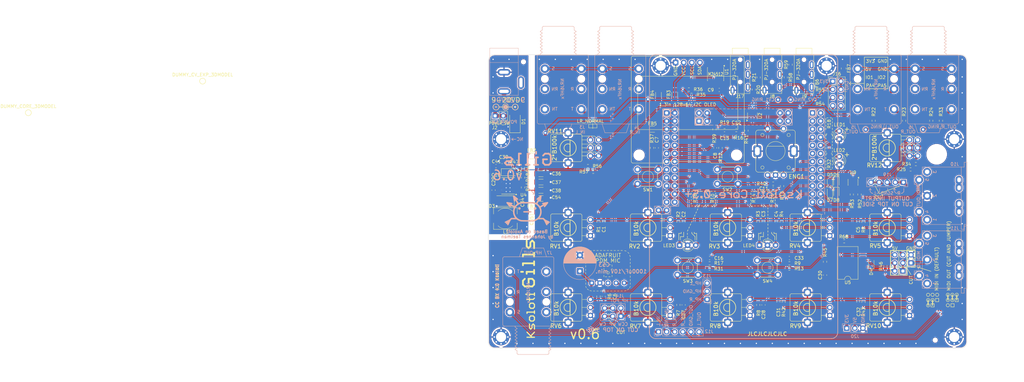
<source format=kicad_pcb>
(kicad_pcb (version 20241229) (generator "pcbnew") (generator_version "9.0")
  (title_block (date "2024-07-28") (rev "v0.6"))
  (layers (0 "F.Cu" signal) (2 "B.Cu" signal) (13 "F.Paste" user) (15 "B.Paste" user) (5 "F.SilkS" user "F.Silkscreen") (7 "B.SilkS" user "B.Silkscreen") (1 "F.Mask" user) (3 "B.Mask" user) (25 "Edge.Cuts" user))
  (net 0 "")
  (net 1 "GND")
  (net 2 "PA10_S2")
  (net 3 "OUT_SGND_PIN")
  (net 4 "PC6_RED_LED")
  (net 5 "PG6_GREEN_LED")
  (net 6 "+3.3V")
  (net 7 "Net-(R1-Pad1)")
  (net 8 "Net-(R2-Pad1)")
  (net 9 "Net-(R3-Pad1)")
  (net 10 "Net-(R4-Pad1)")
  (net 11 "Net-(D1-K)")
  (net 12 "Net-(D3-K)")
  (net 13 "RHP")
  (net 14 "Net-(R6-Pad1)")
  (net 15 "IN_L_PIN")
  (net 16 "Net-(J5-PadT)")
  (net 17 "Net-(R5-Pad1)")
  (net 18 "IN_R_PIN")
  (net 19 "OUT_R_PIN")
  (net 20 "IN_SGND_PIN")
  (net 21 "OUT_L_PIN")
  (net 22 "Net-(U4-BOOT)")
  (net 25 "Net-(R7-Pad1)")
  (net 26 "Net-(D1-A)")
  (net 27 "Net-(D4-K)")
  (net 28 "Net-(D4-A)")
  (net 29 "Net-(H1_P1-Pin_1)")
  (net 31 "MONOOUT")
  (net 32 "LHP")
  (net 33 "PB3_GPDIO")
  (net 34 "PC7_GPDIO")
  (net 35 "PG9_USART6_RX")
  (net 36 "PB4_GPDIO")
  (net 37 "MIDI_TX_P5")
  (net 38 "Net-(H1_P3-Pin_1)")
  (net 39 "PB5_BOOT0_S1")
  (net 40 "PB6_GPDIO")
  (net 41 "PB7_GPDIO")
  (net 42 "PB8_GPDIO")
  (net 43 "PB9_GPDIO")
  (net 44 "PC1_ADC10")
  (net 45 "PA0_ADC0")
  (net 46 "PA1_ADC1")
  (net 47 "Net-(H1_P5-Pin_1)")
  (net 48 "Net-(J16-Pin_3)")
  (net 49 "VBUS_END")
  (net 50 "PA9_GPDIO")
  (net 51 "Net-(J16-Pin_2)")
  (net 53 "PB13_GPDIO")
  (net 54 "PB12_GPDIO")
  (net 55 "PA3_ADC3 {slash} UART_RX")
  (net 56 "PA2_ADC2 {slash} UART_TX")
  (net 57 "PB1_ADC9")
  (net 58 "PA7_ADC7 {slash} SPI_MOSI")
  (net 59 "PB0_ADC8")
  (net 60 "PA6_ADC6 {slash} SPI_MISO")
  (net 61 "PC5_ADC12")
  (net 62 "PA5_ADC5 {slash} DAC2 {slash} SPI_SCK")
  (net 63 "PC4_ADC11")
  (net 64 "PA4_ADC4 {slash} DAC1 {slash} SPI_NSS")
  (net 65 "Net-(R12-Pad1)")
  (net 66 "Net-(R17-Pad1)")
  (net 67 "Net-(R8-Pad1)")
  (net 68 "Net-(R37-Pad1)")
  (net 71 "Net-(R42-Pad1)")
  (net 72 "Net-(R43-Pad1)")
  (net 73 "Net-(R13-Pad2)")
  (net 74 "Net-(R48-Pad1)")
  (net 77 "Net-(J6-PadT)")
  (net 78 "Net-(J10-Pad4)")
  (net 80 "+5V")
  (net 81 "/cv_expansion/CV_IO2")
  (net 82 "/cv_expansion/CV_IO1")
  (net 83 "Net-(R23-Pad1)")
  (net 84 "Net-(R33-Pad1)")
  (net 87 "Net-(R52-Pad2)")
  (net 88 "Net-(R53-Pad2)")
  (net 91 "Net-(J10-Pad5)")
  (net 92 "Net-(J11-Pad4)")
  (net 95 "Net-(J8-PadT)")
  (net 96 "Net-(J9-PadT)")
  (net 97 "Net-(J8-PadR1)")
  (net 98 "Net-(J9-PadR1)")
  (net 99 "Net-(J4-PadT)")
  (net 106 "Net-(R58-Pad2)")
  (net 107 "Net-(R59-Pad2)")
  (net 111 "GND1")
  (net 112 "Net-(C35-Pad1)")
  (net 120 "MEMS_DATA")
  (net 121 "MEMS_CLK")
  (net 122 "Net-(ENC1-PadA)")
  (net 123 "Net-(ENC1-PadB)")
  (net 124 "Net-(ENC1-PadS2)")
  (net 129 "Net-(JP2-B)")
  (net 130 "Net-(JP2-A)")
  (net 131 "Net-(J18-Pin_1)")
  (net 132 "Net-(J15-Pin_5)")
  (net 133 "Net-(LED1-A)")
  (net 134 "Net-(LED2-A)")
  (net 135 "Net-(LED3-A2)")
  (net 136 "Net-(LED3-A1)")
  (net 137 "Net-(LED4-A2)")
  (net 138 "Net-(LED4-A1)")
  (net 141 "Net-(U4-VSENSE)")
  (net 148 "Net-(J17-PadR1)")
  (net 149 "Net-(J17-PadT)")
  (net 150 "Net-(R20-Pad2)")
  (net 151 "Net-(R21-Pad2)")
  (net 160 "PF8_GPDIO")
  (net 161 "PF9_GPDIO")
  (net 162 "PF6_GPDIO")
  (net 163 "PF7_GPDIO")
  (net 164 "Net-(J5-PadR)")
  (net 165 "Net-(J6-PadR)")
  (net 166 "Net-(R22-Pad1)")
  (net 167 "Net-(R24-Pad1)")
  (footprint "Capacitor_SMD:C_0603_1608Metric" (layer "F.Cu") (at 158.0332 122.932 -90)
    (property "Reference" "C31")
    (property "Value" "2.2u")
  )
  (footprint "Package_TO_SOT_SMD:SOT-23-6" (layer "F.Cu") (at 149.9052 64.677 90)
    (property "Reference" "U2")
    (property "Value" "74LVC2G17")
  )
  (footprint "Diode_SMD:D_SOD-323" (layer "F.Cu") (at 174.1622 88.65 90)
    (property "Reference" "D7")
    (property "Value" "1N5819WS")
  )
  (footprint "Library:ALPS_POT_VERTICAL_PS" (layer "F.Cu") (at 92.1202 99.71 90)
    (property "Reference" "RV1")
    (property "Value" "B10k")
  )
  (footprint "Library:LED_D3.0mm-3_marked" (layer "F.Cu") (at 127.042 105.21)
    (property "Reference" "LED3")
    (property "Value" "LED_Dual_AKA")
  )
  (footprint "Library:MountingHole_3.2mm_M3_Pad_Via_tight" (layer "F.Cu") (at 71.118 71.968)
    (property "Reference" "MH5" (hide yes))
    (property "Value" "MountingHole")
  )
  (footprint "Symbol:Symbol_Barrel_Polarity" (layer "F.Cu") (at -77.010551 63.687301)
    (property "Reference" "DUMMY_CORE_3DMODEL")
    (property "Value" "Symbol_Barrel_Polarity")
  )
  (footprint "Resistor_SMD:R_0805_2012Metric" (layer "F.Cu") (at 173.915 76.488 90)
    (property "Reference" "R32")
    (property "Value" "RRED")
  )
  (footprint "Symbol:Symbol_Barrel_Polarity" (layer "F.Cu") (at -22.412 53.783)
    (property "Reference" "DUMMY_CV_EXP_3DMODEL")
    (property "Value" "Symbol_Barrel_Polarity")
  )
  (footprint "Resistor_SMD:R_0603_1608Metric" (layer "F.Cu") (at 147.997 69.277 90)
    (property "Reference" "R41")
    (property "Value" "10k")
  )
  (footprint "Resistor_SMD:R_0603_1608Metric" (layer "F.Cu") (at 160.3412 52.632 -90)
    (property "Reference" "R58")
    (property "Value" "220")
  )
  (footprint "Library:ALPS_POT_VERTICAL_PS" (layer "F.Cu") (at 167.1202 99.71 90)
    (property "Reference" "RV4")
    (property "Value" "B10k")
  )
  (footprint "Library:L_7.3x6.7_H3.5" (layer "F.Cu") (at 72.458 96.841)
    (property "Reference" "L1")
    (property "Value" "15uh")
  )
  (footprint "Capacitor_SMD:C_0603_1608Metric" (layer "F.Cu") (at 103.2962 97.824 -90)
    (property "Reference" "C1")
    (property "Value" "2.2u")
  )
  (footprint "Resistor_SMD:R_0603_1608Metric" (layer "F.Cu") (at 161.8412 48.632 -90)
    (property "Reference" "R59")
    (property "Value" "220")
  )
  (footprint "Library:LED_D3.0mm-3_marked" (layer "F.Cu") (at 152.0702 105.21)
    (property "Reference" "LED4")
    (property "Value" "LED_Dual_AKA")
  )
  (footprint "Library:ALPS_POT_VERTICAL_PS" (layer "F.Cu") (at 117.1202 99.71 90)
    (property "Reference" "RV2")
    (property "Value" "B10k")
  )
  (footprint "Resistor_SMD:R_0603_1608Metric" (layer "F.Cu") (at 171.121 59.567)
    (property "Reference" "R54")
    (property "Value" "220")
  )
  (footprint "Resistor_SMD:R_0603_1608Metric" (layer "F.Cu") (at 130.7922 58.073 180)
    (property "Reference" "R35")
    (property "Value" "2.7k")
  )
  (footprint "Resistor_SMD:R_0603_1608Metric" (layer "F.Cu") (at 156.379 85.914 180)
    (property "Reference" "R40")
    (property "Value" "10k")
  )
  (footprint "Library:ALPS_POT_VERTICAL_PS_DUAL" (layer "F.Cu") (at 92.1202 74.71 90)
    (property "Reference" "RV11")
    (property "Value" "2*B100k")
  )
  (footprint "Resistor_SMD:R_0603_1608Metric" (layer "F.Cu") (at 126.6642 97.824 90)
    (property "Reference" "R2")
    (property "Value" "1k")
  )
  (footprint "Resistor_SMD:R_1206_3216Metric" (layer "F.Cu") (at 80.6902 77.25 180)
    (property "Reference" "FB2")
    (property "Value" "100 ohm @ 100 Mhz")
  )
  (footprint "Connector_PinHeader_2.54mm:PinHeader_2x04_P2.54mm_Vertical" (layer "F.Cu") (at 175.058 53.852)
    (property "Reference" "J16")
    (property "Value" "EXPANSION")
  )
  (footprint "Resistor_SMD:R_0603_1608Metric" (layer "F.Cu") (at 139.8722 74.71 90)
    (property "Reference" "R12")
    (property "Value" "1k")
  )
  (footprint "Diode_SMD:D_SOD-323" (layer "F.Cu") (at 174.1622 85.348 90)
    (property "Reference" "D5")
    (property "Value" "1N5819WS")
  )
  (footprint "Resistor_SMD:R_1206_3216Metric" (layer "F.Cu") (at 118.5362 68.868 180)
    (property "Reference" "FB5")
    (property "Value" "100 ohm @ 100 Mhz")
  )
  (footprint "Library:SolderJumper-2_0603_Bridged_0_25mm" (layer "F.Cu") (at 99.8672 67.852 180)
    (property "Reference" "JP2" (hide yes))
    (property "Value" "LR_NORMAL")
  )
  (footprint "Resistor_SMD:R_0603_1608Metric" (layer "F.Cu") (at 99.9942 82.203)
    (property "Reference" "R57")
    (property "Value" "47k")
  )
  (footprint "Capacitor_SMD:C_0603_1608Metric" (layer "F.Cu") (at 161.4622 109.23 180)
    (property "Reference" "C33")
    (property "Value" "100n")
  )
  (footprint "Package_DIP:SMDIP-8_W9.53mm" (layer "F.Cu") (at 179.7392 110.762 180)
    (property "Reference" "U5")
    (property "Value" "6N137")
  )
  (footprint "Capacitor_SMD:C_0603_1608Metric" (layer "F.Cu") (at 103.2712 121.255 -90)
    (property "Reference" "C6")
    (property "Value" "2.2u")
  )
  (footprint "Resistor_SMD:R_0603_1608Metric" (layer "F.Cu") (at 136.4622 110.881)
    (property "Reference" "R17")
    (property "Value" "1k")
  )
  (footprint "Library:TL1105T" (layer "F.Cu") (at 117.1202 83.71 90)
    (property "Reference" "SW1")
    (property "Value" "TL1105")
  )
  (footprint "Capacitor_SMD:C_0603_1608Metric" (layer "F.Cu") (at 153.3502 123.922 -90)
    (property "Reference" "C28")
    (property "Value" "2.2u")
  )
  (footprint "Package_SO:SOIC-8_3.9x4.9mm_P1.27mm" (layer "F.Cu") (at 138.3482 51.596 -90)
    (property "Reference" "U1")
    (property "Value" "M24512")
  )
  (footprint "Resistor_SMD:R_0603_1608Metric" (layer "F.Cu") (at 77.998 84.026841 -90)
    (property "Reference" "R48")
    (property "Value" "220")
  )
  (footprint "Resistor_SMD:R_0805_2012Metric" (layer "F.Cu") (at 154.474 90.486 90)
    (property "Reference" "R11")
    (property "Value" "RGREEN")
  )
  (footprint "Library:TL1105T" (layer "F.Cu") (at 154.6202 112.21 90)
    (property "Reference" "SW4")
    (property "Value" "TL1105")
  )
  (footprint "Connector_PinHeader_2.54mm:PinHeader_2x03_P2.54mm_Vertical" (layer "F.Cu") (at 197.0272 113.287 180)
    (property "Reference" "J15" (hide yes))
    (property "Value" "MIDI1_CFG")
  )
  (footprint "Resistor_SMD:R_0805_2012Metric" (layer "F.Cu") (at 173.915 70.392 -90)
    (property "Reference" "R18")
    (property "Value" "RGREEN")
  )
  (footprint "Package_SO:TI_SO-PowerPAD-8_ThermalVias" (layer "F.Cu") (at 73.332841 86.60234 180)
    (property "Reference" "U4")
    (property "Value" "TPS5430DDA")
  )
  (footprint "Resistor_SMD:R_0603_1608Metric" (layer "F.Cu") (at 150.3412 56.442 -90)
    (property "Reference" "R20")
    (property "Value" "220")
  )
  (footprint "Library:TL1105T" (layer "F.Cu") (at 142.1202 83.71 90)
    (property "Reference" "SW2")
    (property "Value" "TL1105")
  )
  (footprint "Library:PJ-320A_THT" (layer "F.Cu") (at 156.043 45.468)
    (property "Reference" "J8")
    (property "Value" "EXP_IO")
  )
  (footprint "Resistor_SMD:R_0603_1608Metric" (layer "F.Cu") (at 98.3432 80.425 180)
    (property "Reference" "R56")
    (property "Value" "47k")
  )
  (footprint "Resistor_SMD:R_0603_1608Metric" (layer "F.Cu") (at 161.4622 112.532 180)
    (property "Reference" "R13")
    (property "Value" "10k")
  )
  (footprint "Symbol:Symbol_Barrel_Polarity" (layer "F.Cu") (at 72.5782 61.821)
    (property "Reference" "LOGO1" (hide yes))
    (property "Value" "Symbol_Barrel_Polarity")
  )
  (footprint "Resistor_SMD:R_0603_1608Metric" (layer "F.Cu") (at 129.9662 56.422 180)
    (property "Reference" "R36")
    (property "Value" "2.7k")
  )
  (footprint "Resistor_SMD:R_0603_1608Metric" (layer "F.Cu") (at 136.4622 112.532 180)
    (property "Reference" "R31")
    (property "Value" "10k")
  )
  (footprint "Capacitor_SMD:C_0603_1608Metric" (layer "F.Cu") (at 71.934 79.633 90)
    (property "Reference" "C39")
    (property "Value" "100n")
  )
  (footprint "Capacitor_SMD:C_0603_1608Metric" (layer "F.Cu") (at 128.3152 97.824 -90)
    (property "Reference" "C2")
    (property "Value" "2.2u")
  )
  (footprint "Library:ALPS_POT_VERTICAL_PS" (layer "F.Cu") (at 142.1202 99.71 90)
    (property "Reference" "RV3")
    (property "Value" "B10k")
  )
  (footprint "Library:MountingHole_3.2mm_M3_Pad_Via_tight" (layer "F.Cu") (at 71.118 133.968)
    (property "Reference" "MH6")
    (property "Value" "MountingHole")
  )
  (footprint "Capacitor_SMD:C_0603_1608Metric" (layer "F.Cu") (at 141.139 70.166 180)
    (property "Reference" "C13")
    (property "Value" "100n")
  )
  (footprint "Diode_SMD:D_SMA" (layer "F.Cu") (at 71.739841 91.38 180)
    (property "Reference" "D3")
    (property "Value" "SS34")
  )
  (footprint "Resistor_SMD:R_0603_1608Metric" (layer "F.Cu") (at 181.0202 89.315 90)
    (property "Reference" "R53")
    (property "Value" "220")
  )
  (footprint "Resistor_SMD:R_0603_1608Metric" (layer "F.Cu") (at 126.6642 123.908 90)
    (property "Reference" "R7")
    (property "Value" "1k")
  )
  (footprint "Library:Adafruit PDM microphone breakout" (layer "F.Cu") (at 104.6202 113.21)
    (property "Reference" "M1" (hide yes))
    (property "Value" "Adafruit_PDM_microphone_breakout")
  )
  (footprint "Connector_PinHeader_2.54mm:PinHeader_1x02_P2.54mm_Vertical" (layer "F.Cu") (at 199.569 110.748 180)
    (property "Reference" "J18" (hide yes))
    (property "Value" "MIDI_OUT_GND")
  )
  (footprint "Resistor_SMD:R_0603_1608Metric" (layer "F.Cu") (at 191.5358 111.715 -90)
    (property "Reference" "R46")
    (property "Value" "220")
  )
  (footprint "Resistor_SMD:R_0603_1608Metric" (layer "F.Cu") (at 101.6452 97.824 90)
    (property "Reference" "R1")
    (property "Value" "1k")
  )
  (footprint "Diode_SMD:D_MiniMELF" (layer "F.Cu") (at 73.85406 82.338559)
    (property "Reference" "D2")
    (property "Value" "3V3")
  )
  (footprint "Capacitor_SMD:C_0603_1608Metric" (layer "F.Cu") (at 139.4912 56.549 180)
    (property "Reference" "C9")
    (property "Value" "100n")
  )
  (footprint "Resistor_SMD:R_0603_1608Metric" (layer "F.Cu") (at 77.998 87.11 90)
    (property "Reference" "R44")
    (property "Value" "10k")
  )
  (footprint "Resistor_SMD:R_0805_2012Metric" (layer "F.Cu") (at 133.392 90.486 90)
    (property "Reference" "R38")
    (property "Value" "RRED")
  )
  (footprint "Resistor_SMD:R_0603_1608Metric" (layer "F.Cu") (at 172.6382 110.381 -90)
    (property "Reference" "R45")
    (property "Value" "10k")
  )
  (footprint "Library:ALPS_POT_VERTICAL_PS" (layer "F.Cu") (at 192.1202 124.71 90)
    (property "Reference" "RV10")
    (property "Value" "B10k")
  )
  (footprint "Resistor_SMD:R_0603_1608Metric" (layer "F.Cu") (at 151.8412 52.632 -90)
    (property "Reference" "R21")
    (property "Value" "220")
  )
  (footprint "Resistor_SMD:R_0603_1608Metric" (layer "F.Cu") (at 77.998 80.95326 -90)
    (property "Reference" "R49")
    (property "Value" "3k")
  )
  (footprint "Capacitor_SMD:C_1206_3216Metric" (layer "F.Cu") (at 83.6112 90.555)
    (property "Reference" "C54")
    (property "Value" "47u")
  )
  (footprint "Library:ALPS_POT_VERTICAL_PS" (layer "F.Cu") (at 167.1202 124.71 90)
    (property "Reference" "RV9")
    (property "Value" "B10k")
  )
  (footprint "Resistor_SMD:R_0603_1608Metric" (layer "F.Cu") (at 171.121 57.789)
    (property "Reference" "R55")
    (property "Value" "220")
  )
  (footprint "Resistor_SMD:R_0603_1608Metric" (layer "F.Cu") (at 144.822 70.166 180)
    (property "Reference" "R16")
    (property "Value" "1k")
  )
  (footprint "Capacitor_SMD:C_0603_1608Metric" (layer "F.Cu") (at 69.521 80.395)
    (property "Reference" "C41")
    (property "Value" "10u_25V")
  )
  (footprint "Resistor_SMD:R_0603_1608Metric" (layer "F.Cu") (at 178.635 103.9666)
    (property "Reference" "R68")
    (property "Value" "220")
  )
  (footprint "Capacitor_SMD:C_0603_1608Metric" (layer "F.Cu") (at 172.6382 114.572 90)
    (property "Reference" "C30")
    (property "Value" "100n")
  )
  (footprint "Library:PJ-320A_THT" (layer "F.Cu") (at 166.043 45.468)
    (property "Reference" "J9")
    (property "Value" "EXP_IO")
  )
  (footprint "Resistor_SMD:R_0603_1608Metric" (layer "F.Cu") (at 159.0302 97.824 90)
    (property "Reference" "R4")
    (property "Value" "1k")
  )
  (footprint "Library:ALPS_POT_VERTICAL_PS" (layer "F.Cu") (at 92.1202 124.71 90)
    (property "Reference" "RV6")
    (property "Value" "B10k")
  )
  (footprint "Library:PJ-320A_THT" (layer "F.Cu") (at 146.043 45.468)
    (property "Reference" "J17")
    (property "Value" "GATE_OUT")
  )
  (footprint "Library:MountingHole_3.2mm_M3_Pad_Via_tight" (layer "F.Cu") (at 173.118 48.968)
    (property "Reference" "MH4" (hide yes))
    (property "Value" "MountingHole")
  )
  (footprint "Resistor_SMD:R_0805_2012Metric" (layer "F.Cu") (at 178.4802 49.818 90)
    (property "Reference" "FB7")
    (property "Value" "100 ohm @ 100 Mhz")
  )
  (footprint "Resistor_SMD:R_0603_1608Metric" (layer "F.Cu") (at 205.9122 66.201 90)
    (property "Reference" "R24")
    (property "Value" "220")
  )
  (footprint "Capacitor_SMD:C_0603_1608Metric" (layer "F.Cu") (at 119.9332 74.697 -90)
    (property "Reference" "C7")
    (property "Value" "100n")
  )
  (footprint "Resistor_SMD:R_0603_1608Metric" (layer "F.Cu") (at 199.4352 81.441 180)
    (property "Reference" "R25")
    (property "Value" "47k")
  )
  (footprint "Library:MountingHole_3.2mm_M3_Pad_Via_tight" (layer "F.Cu") (at 213.118 71.968)
    (property "Reference" "MH8")
    (property "Value" "MountingHole")
  )
  (footprint "Resistor_SMD:R_0603_1608Metric" (layer "F.Cu") (at 161.4622 110.881)
    (property "Reference" "R9")
    (property "Value" "1k")
  )
  (footprint "Diode_SMD:D_SOD-323" (layer "F.Cu") (at 176.1942 85.348 -90)
    (property "Reference" "D6")
    (property "Value" "1N5819WS")
  )
  (footprint "Resistor_SMD:R_0603_1608Metric" (layer "F.Cu") (at 183.4332 89.315 90)
    (property "Reference" "R52")
    (property "Value" "220")
  )
  (footprint "Library:ALPS_POT_VERTICAL_PS_DUAL" (layer "F.Cu") (at 192.1202 74.71 90)
    (property "Reference" "RV12")
    (property "Value" "2*B100k")
  )
  (footprint "Library:jlc_tooling_hole" (layer "F.Cu") (at 207.158 134.958)
    (property "Reference" "FID2" (hide yes))
    (property "Value" "Fiducial")
  )
  (footprint "Resistor_SMD:R_0603_1608Metric" (layer "F.Cu") (at 159.173 86.676 -90)
    (property "Reference" "R15")
    (property "Value" "1k")
  )
  (footprint "Capacitor_SMD:C_0603_1608Metric" (layer "F.Cu") (at 79.1662 97.52 -90)
    (property "Reference" "C35")
    (property "Value" "100n")
  )
  (footprint "Resistor_SMD:R_0805_2012Metric" (layer "F.Cu") (at 171.502 54.487 -90)
    (property "Reference" "FB6")
    (property "Value" "100 ohm @ 100 Mhz")
  )
  (footprint "Resistor_SMD:R_0603_1608Metric" (layer "F.Cu") (at 141.139 68.134)
    (property "Reference" "R19")
    (property "Value" "1k")
  )
  (footprint "Resistor_SMD:R_0805_2012Metric" (layer "F.Cu") (at 135.942 90.486 90)
    (property "Reference" "R10")
    (property "Value" "RGREEN")
  )
  (footprint "Package_TO_SOT_SMD:SOT-23-6" (layer "F.Cu") (at 181.4012 85.505 -90)
    (property "Reference" "U9")
    (property "Value" "74LVC2G17")
  )
  (footprint "Capacitor_SMD:C_1206_3216Metric" (layer "F.Cu") (at 83.6112 87.9921)
    (property "Reference" "C38")
    (property "Value" "47u")
  )
  (footprint "Capacitor_SMD:C_1206_3216Metric" (layer "F.Cu") (at 83.6112 82.808)
    (property "Reference" "C36")
    (property "Value" "47u")
  )
  (footprint "Library:LED_D3.0mm_marked" (layer "F.Cu") (at 177.1202 79.98 90)
    (property "Reference" "LED2")
    (property "Value" "RED")
  )
  (footprint "Library:MountingHole_3.2mm_M3_Pad_Via_tight" (layer "F.Cu") (at 213.118 133.968)
    (property "Reference" "MH7")
    (property "Value" "MountingHole")
  )
  (footprint "Library:ALPS_STEC12E08" (layer "F.Cu") (at 157.1202 75.71)
    (property "Reference" "ENC1")
    (property "Value" "STEC11" (hide yes))
  )
  (footprint "Resistor_SMD:R_1206_3216Metric" (layer "F.Cu") (at 120.4412 57.998 90)
    (property "Reference" "FB4")
    (property "Value" "100 ohm @ 100 Mhz")
  )
  (footprint "Capacitor_SMD:C_0603_1608Metric" (layer "F.Cu") (at 183.0332 122.932 -90)
    (property "Reference" "C32")
    (property "Value" "2.2u")
  )
  (footprint "Resistor_SMD:R_0603_1608Metric" (layer "F.Cu") (at 101.6452 121.255 90)
    (property "Reference" "R6")
    (property "Value" "1k")
  )
  (footprint "Resistor_SMD:R_0603_1608Metric" (layer "F.Cu") (at 74.7212 80.336821)
    (property "Reference" "R47")
    (property "Value" "47k")
  )
  (footprint "Capacitor_SMD:C_0603_1608Metric" (layer "F.Cu") (at 128.3152 123.908 -90)
    (property "Reference" "C27")
    (property "Value" "2.2u")
  )
  (footprint "Capacitor_SMD:C_1206_3216Metric" (layer "F.Cu") (at 83.6112 85.409662)
    (property "Reference" "C37")
    (property "Value" "47u")
  )
  (footprint "Capacitor_SMD:C_0603_1608Metric" (layer "F.Cu") (at 157.3792 97.824 -90)
    (property "Reference" "C4")
    (property "Value" "2.2u")
  )
  (footprint "MountingHole:MountingHole_6mm" (layer "F.Cu") (at 207.6202 76.71 -90)
    (property "Reference" "MH9")
    (property "Value" "EMPTY_HOLE")
  )
  (footprint "Capacitor_SMD:C_0603_1608Metric" (layer "F.Cu") (at 68.760841 87.951 -90)
    (property "Reference" "C29")
    (property "Value" "100n")
  )
  (footprint "Library:ALPS_POT_VERTICAL_PS" (layer "F.Cu") (at 117.1202 124.71 90)
    (property "Reference" "RV7")
    (property "Value" "B10k")
  )
  (footprint "Resistor_SMD:R_0603_1608Metric" (layer "F.Cu") (at 201.0862 79.79)
    (property "Reference" "R34")
    (property "Value" "47k")
  )
  (footprint "Capacitor_SMD:C_0603_1608Metric" (layer "F.Cu") (at 183.008 97.921 -90)
    (property "Reference" "C5")
    (property "Value" "2.2u")
  )
  (footprint "Resistor_SMD:R_0603_1608Metric" (layer "F.Cu") (at 118.4092 74.697 90)
    (property "Reference" "R37")
    (property "Value" "1k")
  )
  (footprint "Resistor_SMD:R_0603_1608Metric" (layer "F.Cu") (at 184.6842 97.921 90)
    (property "Reference" "R5")
    (property "Value" "1k")
  )
  (footprint "Diode_SMD:D_SOD-323" (layer "F.Cu") (at 187.123 111.002 90)
    (property "Reference" "D4")
    (property "Value" "1N4148WS")
  )
  (footprint "Resistor_SMD:R_0603_1608Metric" (layer "F.Cu") (at 151.6992 123.922 90)
    (property "Reference" "R8")
    (property "Value" "1k")
  )
  (footprint "Resistor_SMD:R_1206_3216Metric" (layer "F.Cu") (at 125.5212 57.998 90)
    (property "Reference" "FB3")
    (property "Value" "100 ohm @ 100 Mhz")
  )
  (footprint "Library:jlc_tooling_hole" (layer "F.Cu") (at 78.133 47.74)
    (property "Reference" "FID1" (hide yes))
    (property "Value" "Fiducial")
  )
  (footprint "Capacitor_SMD:C_0603_1608Metric" (layer "F.Cu") (at 76.39406 90.987921 90)
    (property "Reference" "C34")
    (property "Value" "10n")
  )
  (footprint "Library:TL1105T" (layer "F.Cu") (at 129.6202 112.21 90)
    (property "Reference" "SW3")
    (property "Value" "TL1105")
  )
  (footprint "Library:ALPS_POT_VERTICAL_PS" (layer "F.Cu") (at 192.1202 99.71 90)
    (property "Reference" "RV5")
    (property "Value" "B10k")
  )
  (footprint "Resistor_SMD:R_0805_2012Metric" (layer "F.Cu") (at 151.934 90.486 90)
    (property "Reference" "R14")
    (property "Value" "RRED")
  )
  (footprint "Diode_SMD:D_SMA" (layer "F.Cu") (at 75.4832 66.439 90)
    (property "Reference" "D1")
    (property "Value" "SS34")
  )
  (footprint "Capacitor_SMD:C_0603_1608Metric" (layer "F.Cu") (at 144.822 68.134)
    (property "Reference" "C12")
    (property "Value" "100n")
  )
  (footprint "Resistor_SMD:R_0603_1608Metric" (layer "F.Cu") (at 208.9602 66.201 90)
    (property "Reference" "R33")
    (property "Value" "220")
  )
  (footprint "Capacitor_SMD:C_0603_1608Metric" (layer "F.Cu") (at 153.3342 97.824 -90)
    (property "Reference" "C3")
    (property "Value" "2.2u")
  )
  (footprint "Resistor_SMD:R_0603_1608Metric" (layer "F.Cu") (at 197.4032 66.201 90)
    (property "Reference" "R23")
    (property "Value" "220")
  )
  (footprint "Resistor_SMD:R_0603_1608Metric" (layer "F.Cu") (at 151.6832 97.824 90)
    (property "Reference" "R3")
    (property "Value" "1k")
  )
  (footprint "Resistor_SMD:R_0603_1608Metric" (layer "F.Cu") (at 184.6842 122.946 90)
    (property "Reference" "R43")
    (property "Value" "1k")
  )
  (footprint "Capacitor_SMD:C_0603_1608Metric" (layer "F.Cu") (at 69.53606 81.970921)
    (property "Reference" "C10")
    (property "Value" "10u_25V")
  )
  (footprint "Resistor_SMD:R_0603_1608Metric" (layer "F.Cu") (at 137.964 68.896 90)
    (property "Reference" "R39")
    (property "Value" "10k")
  )
  (footprint "Library:MountingHole_3.2mm_M3_Pad_Via_tight" (layer "F.Cu") (at 121.118 48.968)
    (property "Reference" "MH1" (hide yes))
    (property "Value" "MountingHole")
  )
  (footprint "Library:ALPS_POT_VERTICAL_PS" (layer "F.Cu") (at 142.1202 124.71 90)
    (property "Reference" "RV8")
    (property "Value" "B10k")
  )
  (footprint "Capacitor_SMD:C_0603_1608Metric" (layer "F.Cu") (at 138.2212 74.71 -90)
    (property "Reference" "C8")
    (property "Value" "100n")
  )
  (footprint "Diode_SMD:D_SOD-323" (layer "F.Cu") (at 176.1942 88.65 -90)
    (property "Reference" "D8")
    (property "Value" "1N5819WS")
  )
  (footprint "Resistor_SMD:R_1206_3216Metric" (layer "F.Cu") (at 80.6902 94.776 180)
    (property "Reference" "FB1")
    (property "Value" "100 ohm @ 100 Mhz")
  )
  (footprint "Resistor_SMD:R_0603_1608Metric" (layer "F.Cu") (at 187.8782 66.201 90)
    (property "Reference" "R22")
    (property "Value" "220")
  )
  (footprint "Connector_PinHeader_2.54mm:PinHeader_1x02_P2.54mm_Vertical" (layer "F.Cu") (at 69.2602 64.661 90)
    (property "Reference" "J2")
    (property "Value" "PWR_SWITCH")
  )
  (footprint "Library:128x64OLED_1_3in" (layer "F.Cu") (at 129.6202 62.71)
    (property "Reference" "OLED1")
    (property "Value" "128x64_OLED")
  )
  (footprint "Library:LED_D3.0mm_marked" (layer "F.Cu") (at 177.1202 71.98 90)
    (property "Reference" "LED1")
    (property "Value" "GREEN")
  )
  (footprint "Capacitor_SMD:C_0603_1608Metric" (layer "F.Cu") (at 136.4622 109.23 180)
    (property "Reference" "C16")
    (property "Value" "100n")
  )
  (footprint "Resistor_SMD:R_0603_1608Metric" (layer "F.Cu") (at 159.6842 122.932 90)
    (property "Reference" "R42")
    (property "Value" "1k")
  )
  (footprint "Capacitor_SMD:C_0603_1608Metric" (layer "F.Cu") (at 156.379 87.438 180)
    (property "Reference" "C11")
    (property "Value" "100n")
  )
  (footprint "Connector_PinHeader_2.54mm:PinHeader_1x05_P2.54mm_Vertical" (layer "B.Cu") (at 197.2002 85.505 90)
    (property "Reference" "J19")
    (property "Value" "OUTPUT_INSERT")
  )
  (footprint "Library:Jack_6.35mm_Neutrik_NRJ6HF_Horizontal_no_screwhole" (layer "B.Cu") (at 114.267 62.594 90)
    (property "Reference" "J4")
    (property "Value" "IN_R")
  )
  (footprint "Library:PinSocket_1x01_P2.54mm_Vertical_smcrt_round" (layer "B.Cu") (at 158.548 66.298 180)
    (property "Reference" "H2_P21" (hide yes))
    (property "Value" "Conn_01x01_Female")
  )
  (footprint "Library:PinSocket_1x01_P2.54mm_Vertical_smcrt_round" (layer "B.Cu") (at 125.528 76.458 180)
    (property "Reference" "H1_P12" (hide yes))
    (property "Value" "Conn_01x01_Female")
  )
  (footprint "Library:PinSocket_1x01_P2.54mm_Vertical_smcrt_round" (layer "B.Cu") (at 171.248 63.758 180)
    (property "Reference" "H3_P2" (hide yes))
    (property "Value" "Conn_01x01_Female")
  )
  (footprint "Library:PinSocket_1x01_P2.54mm_Vertical_smcrt_round" (layer "B.Cu") (at 122.988 78.998 180)
    (property "Reference" "H1_P13" (hide yes))
    (property "Value" "Conn_01x01_Female")
  )
  (footprint "Library:PinSocket_1x01_P2.54mm_Vertical_smcrt_round" (layer "B.Cu") (at 171.248 66.298 180)
    (property "Reference" "H3_P4" (hide yes))
    (property "Value" "Conn_01x01_Female")
  )
  (footprint "Library:PinSocket_1x01_P2.54mm_Vertical_smcrt_round" (layer "B.Cu") (at 125.528 89.158 180)
    (property "Reference" "H1_P22" (hide yes))
    (property "Value" "Conn_01x01_Female")
  )
  (footprint "Library:PinSocket_1x01_P2.54mm_Vertical_smcrt_round" (layer "B.Cu") (at 168.708 84.078 180)
    (property "Reference" "H3_P17" (hide yes))
    (property "Value" "Conn_01x01_Female")
  )
  (footprint "Library:PinSocket_1x01_P2.54mm_Vertical_smcrt_round" (layer "B.Cu") (at 168.708 86.618 180)
    (property "Reference" "H3_P19" (hide yes))
    (property "Value" "Conn_01x01_Female")
  )
  (footprint "Connector_PinSocket_2.54mm:PinSocket_1x03_P2.54mm_Vertical" (layer "B.Cu") (at 135.688 122.178)
    (property "Reference" "J13")
    (property "Value" "HP_OUT")
  )
  (footprint "Library:dc_socket" (layer "B.Cu") (at 72.038 50.749)
    (property "Reference" "J1" (hide yes))
    (property "Value" "9-20VDC")
  )
  (footprint "Library:PinSocket_1x01_P2.54mm_Vertical_smcrt_round" (layer "B.Cu") (at 120.448 94.238 180)
    (property "Reference" "H6_P1" (hide yes))
    (property "Value" "DMIC_DAT")
  )
  (footprint "Library:PinSocket_1x01_P2.54mm_Vertical_smcrt_round" (layer "B.Cu") (at 171.248 89.158 180)
    (property "Reference" "H3_P22" (hide yes))
    (property "Value" "Conn_01x01_Female")
  )
  (footprint "Library:Jack_6.35mm_Neutrik_NRJ6HF_Horizontal_no_screwhole" (layer "B.Cu") (at 73.868 113.468 -90)
    (property "Reference" "J7")
    (property "Value" "HP_OUT")
  )
  (footprint "Library:PinSocket_1x01_P2.54mm_Vertical_smcrt_round" (layer "B.Cu") (at 168.708 81.538 180)
    (property "Reference" "H3_P15" (hide yes))
    (property "Value" "Conn_01x01_Female")
  )
  (footprint "Library:MIDI_DIN-5_DS-5-01c" (layer "B.Cu") (at 217.122 89.71 -90)
    (property "Reference" "J10")
    (property "Value" "MIDI_OUT")
  )
  (footprint "Library:PinSocket_1x01_P2.54mm_Vertical_smcrt_round" (layer "B.Cu") (at 168.708 91.698 180)
    (property "Reference" "H3_P23" (hide yes))
    (property "Value" "Conn_01x01_Female")
  )
  (footprint "Library:PinSocket_1x01_P2.54mm_Vertical_smcrt_round" (layer "B.Cu") (at 171.248 81.538 180)
    (property "Reference" "H3_P16" (hide yes))
    (property "Value" "Conn_01x01_Female")
  )
  (footprint "Library:PinSocket_1x01_P2.54mm_Vertical_smcrt_round" (layer "B.Cu") (at 122.988 84.078 180)
    (property "Reference" "H1_P17" (hide yes))
    (property "Value" "Conn_01x01_Female")
  )
  (footprint "Library:PinSocket_1x01_P2.54mm_Vertical_smcrt_round" (layer "B.Cu") (at 171.248 71.378 180)
    (property "Reference" "H3_P8" (hide yes))
    (property "Value" "Conn_01x01_Female")
  )
  (footprint "Library:PinSocket_1x01_P2.54mm_Vertical_smcrt_round" (layer "B.Cu") (at 171.248 78.998 180)
    (property "Reference" "H3_P14" (hide yes))
    (property "Value" "Conn_01x01_Female")
  )
  (footprint "Library:PinSocket_1x01_P2.54mm_Vertical_smcrt_round" (layer "B.Cu") (at 122.988 91.698 180)
    (property "Reference" "H1_P23" (hide yes))
    (property "Value" "Conn_01x01_Female")
  )
  (footprint "Library:PinSocket_1x01_P2.54mm_Vertical_smcrt_round" (layer "B.Cu") (at 161.088 66.298 180)
    (property "Reference" "H2_P23" (hide yes))
    (property "Value" "Conn_01x01_Female")
  )
  (footprint "Connector_PinHeader_2.54mm:PinHeader_2x03_P2.54mm_Vertical" (layer "B.Cu") (at 108.646576 127.472278 90)
    (property "Reference" "J14")
    (property "Value" "HP_POT")
  )
  (footprint "TestPoint:TestPoint_THTPad_D1.5mm_Drill0.7mm" (layer "B.Cu") (at 203.3722 68.944 180)
    (property "Reference" "TP2" (hide yes))
    (property "Value" "OUT_R_RING")
  )
  (footprint "Library:PinSocket_1x01_P2.54mm_Vertical_smcrt_round" (layer "B.Cu") (at 168.708 76.458 180)
    (property "Reference" "H3_P11" (hide yes))
    (property "Value" "Conn_01x01_Female")
  )
  (footprint "Library:PinSocket_1x01_P2.54mm_Vertical_smcrt_round" (layer "B.Cu") (at 158.548 63.758 180)
    (property "Reference" "H2_P22" (hide yes))
    (property "Value" "Conn_01x01_Female")
  )
  (footprint "Library:PinSocket_1x01_P2.54mm_Vertical_smcrt_round" (layer "B.Cu") (at 125.528 84.078 180)
    (property "Reference" "H1_P18" (hide yes))
    (property "Value" "Conn_01x01_Female")
  )
  (footprint "Library:PinSocket_1x01_P2.54mm_Vertical_smcrt_sqr" (layer "B.Cu") (at 168.708 63.758 180)
    (property "Reference" "H3_P1" (hide yes))
    (property "Value" "Conn_01x01_Female")
  )
  (footprint "Library:PinSocket_1x01_P2.54mm_Vertical_smcrt_round" (layer "B.Cu") (at 171.248 91.698 180)
    (property "Reference" "H3_P24" (hide yes))
    (property "Value" "Conn_01x01_Female")
  )
  (footprint "Library:PinSocket_1x01_P2.54mm_Vertical_smcrt_round" (layer "B.Cu") (at 135.6812 66.328 180)
    (property "Reference" "H2_P3" (hide yes))
    (property "Value" "Conn_01x01_Female")
  )
  (footprint "TestPoint:TestPoint_THTPad_D1.5mm_Drill0.7mm" (layer "B.Cu") (at 185.378 68.944 180)
    (property "Reference" "TP1" (hide yes))
    (property "Value" "OUT_L_RING")
  )
  (footprint "Library:PinSocket_1x01_P2.54mm_Vertical_smcrt_round" (layer "B.Cu") (at 122.988 71.378 180)
    (property "Reference" "H1_P7" (hide yes))
    (property "Value" "Conn_01x01_Female")
  )
  (footprint "Library:PinSocket_1x01_P2.54mm_Vertical_smcrt_round" (layer "B.Cu") (at 168.708 68.838 180)
    (property "Reference" "H3_P5" (hide yes))
    (property "Value" "Conn_01x01_Female")
  )
  (footprint "LOGO" (layer "B.Cu") (at 79.427 94.101115 180)
    (property "Reference" "G513513")
    (property "Value" "LOGO")
  )
  (footprint "Library:PinSocket_1x01_P2.54mm_Vertical_smcrt_round" (layer "B.Cu") (at 171.248 86.618 180)
    (property "Reference" "H3_P20" (hide yes))
    (property "Value" "Conn_01x01_Female")
  )
  (footprint "Library:PinSocket_1x01_P2.54mm_Vertical_smcrt_round" (layer "B.Cu") (at 168.708 89.158 180)
    (property "Reference" "H3_P21" (hide yes))
    (property "Value" "Conn_01x01_Female")
  )
  (footprint "Library:Jack_6.35mm_Neutrik_NRJ6HF_Horizontal_no_screwhole" (layer "B.Cu") (at 212.268 62.594 90)
    (property "Reference" "J6")
    (property "Value" "OUT_R")
  )
  (footprint "Library:PinSocket_1x01_P2.54mm_Vertical_smcrt_round" (layer "B.Cu") (at 122.988 94.238 180)
    (property "Reference" "H6_P2" (hide yes))
    (property "Value" "DMIC_CLK")
  )
  (footprint "Library:PinSocket_1x01_P2.54mm_Vertical_smcrt_round" (layer "B.Cu") (at 122.988 89.158 180)
    (property "Reference" "H1_P21" (hide yes))
    (property "Value" "Conn_01x01_Female")
  )
  (footprint "Connector_PinSocket_2.54mm:PinSocket_1x06_P2.54mm_Vertical" (layer "B.Cu") (at 120.448 132.338 -90)
    (property "Reference" "J12")
    (property "Value" "LINE_IN_OUT")
  )
  (footprint "Library:PinSocket_1x01_P2.54mm_Vertical_smcrt_round" (layer "B.Cu") (at 125.528 63.758 180)
    (property "Reference" "H1_P2" (hide yes))
    (property "Value" "Conn_01x01_Female")
  )
  (footprint "Library:PinSocket_1x01_P2.54mm_Vertical_smcrt_round" (layer "B.Cu") (at 122.988 86.618 180)
    (property "Reference" "H1_P19" (hide yes))
    (property "Value" "Conn_01x01_Female")
  )
  (footprint "Library:PinSocket_1x01_P2.54mm_Vertical_smcrt_round" (layer "B.Cu") (at 122.988 73.918 180)
    (property "Reference" "H1_P9" (hide yes))
    (property "Value" "Conn_01x01_Female")
  )
  (footprint "Library:PinSocket_1x01_P2.54mm_Vertical_smcrt_round" (layer "B.Cu") (at 122.988 76.458 180)
    (property "Reference" "H1_P11" (hide yes))
    (property "Value" "Conn_01x01_Female")
  )
  (footprint "Library:PinSocket_1x01_P2.54mm_Vertical_smcrt_round" (layer "B.Cu") (at 168.708 66.298 180)
    (property "Reference" "H3_P3" (hide yes))
    (property "Value" "Conn_01x01_Female")
  )
  (footprint "TestPoint:TestPoint_THTPad_D1.5mm_Drill0.7mm" (layer "B.Cu") (at 161.8432 59.597 180)
    (property "Reference" "TP4" (hide yes))
    (property "Value" "CV2_RING")
  )
  (footprint "Library:PinSocket_1x01_P2.54mm_Vertical_smcrt_round" (layer "B.Cu") (at 125.528 73.918 180)
    (property "Reference" "H1_P10" (hide yes))
    (property "Value" "Conn_01x01_Female")
  )
  (footprint "Library:Jack_6.35mm_Neutrik_NRJ6HF_Horizontal_no_screwhole" (layer "B.Cu") (at 96.267 62.594 90)
    (property "Reference" "J3")
    (property "Value" "IN_L")
  )
  (footprint "Library:PinSocket_1x01_P2.54mm_Vertical_smcrt_round" (layer "B.Cu") (at 122.988 66.298 180)
    (property "Reference" "H1_P3" (hide yes))
    (property "Value" "Conn_01x01_Female")
  )
  (footprint "Connector_PinHeader_2.54mm:PinHeader_1x03_P2.54mm_Vertical" (layer "B.Cu") (at 179.4202 131.225 -90)
    (property "Reference" "J20")
    (property "Value" "POWER_HEADER")
  )
  (footprint "Library:PinSocket_1x01_P2.54mm_Vertical_smcrt_round" (layer "B.Cu") (at 161.088 63.758 180)
    (property "Reference" "H2_P24" (hide yes))
    (property "Value" "Conn_01x01_Female")
  )
  (footprint "Library:PinSocket_1x01_P2.54mm_Vertical_smcrt_round" (layer "B.Cu") (at 133.1412 63.788 180)
    (property "Reference" "H2_P2" (hide yes))
    (property "Value" "Conn_01x01_Female")
  )
  (footprint "Library:PinSocket_1x01_P2.54mm_Vertical_smcrt_round" (layer "B.Cu") (at 171.248 73.918 180)
    (property "Reference" "H3_P10" (hide yes))
    (property "Value" "Conn_01x01_Female")
  )
  (footprint "Library:PinSocket_1x01_P2.54mm_Vertical_smcrt_round" (layer "B.Cu") (at 125.528 71.378 180)
    (property "Reference" "H1_P8" (hide yes))
    (property "Value" "Conn_01x01_Female")
  )
  (footprint "TestPoint:TestPoint_THTPad_D1.5mm_Drill0.7mm" (layer "B.Cu") (at 157.9062 59.597 180)
    (property "Reference" "TP3" (hide yes))
    (property "Value" "CV1_RING")
  )
  (footprint "Library:PinSocket_1x01_P2.54mm_Vertical_smcrt_round" (layer "B.Cu") (at 171.248 84.078 180)
    (property "Reference" "H3_P18" (hide yes))
    (property "Value" "Conn_01x01_Female")
  )
  (footprint "Library:PinSocket_1x01_P2.54mm_Vertical_smcrt_round" (layer "B.Cu") (at 168.708 71.378 180)
    (property "Reference" "H3_P7" (hide yes))
    (property "Value" "Conn_01x01_Female")
  )
  (footprint "Library:PinSocket_1x01_P2.54mm_Vertical_smcrt_round" (layer "B.Cu") (at 171.248 76.458 180)
    (property "Reference" "H3_P12" (hide yes))
    (property "Value" "Conn_01x01_Female")
  )
  (footprint "Capacitor_THT:CP_Radial_D10.0mm_P5.00mm" (layer "B.Cu") (at 95.8032 113.338 90)
    (property "Reference" "C53")
    (property "Value" "2200u 10+V")
  )
  (footprint "Library:PinSocket_1x01_P2.54mm_Vertical_smcrt_round" (layer "B.Cu") (at 122.988 81.538 180)
    (property "Reference" "H1_P15" (hide yes))
    (property "Value" "Conn_01x01_Female")
  )
  (footprint "Library:MIDI_DIN-5_DS-5-01c" (layer "B.Cu") (at 217.122 109.71 -90)
    (property "Reference" "J11")
    (property "Value" "MIDI_IO")
  )
  (footprint "Symbol:Symbol_Barrel_Polarity" (layer "B.Cu") (at 72.4782 61.821 180)
    (property "Reference" "LOGO2" (hide yes))
    (property "Value" "Symbol_Barrel_Polarity")
  )
  (footprint "Library:PinSocket_1x01_P2.54mm_Vertical_smcrt_round" (layer "B.Cu") (at 135.6812 63.788 180)
    (property "Reference" "H2_P4" (hide yes))
    (property "Value" "Conn_01x01_Female")
  )
  (footprint "Library:PinSocket_1x01_P2.54mm_Vertical_smcrt_round" (layer "B.Cu") (at 168.708 73.918 180)
    (property "Reference" "H3_P9" (hide yes))
    (property "Value" "Conn_01x01_Female")
  )
  (footprint "Library:PinSocket_1x01_P2.54mm_Vertical_smcrt_round" (layer "B.Cu") (at 125.528 68.838 180)
    (property "Reference" "H1_P6" (hide yes))
    (property "Value" "Conn_01x01_Female")
  )
  (footprint "Library:PinSocket_1x01_P2.54mm_Vertical_smcrt_round" (layer "B.Cu") (at 125.528 86.618 180)
    (property "Reference" "H1_P20" (hide yes))
    (property "Value" "Conn_01x01_Female")
  )
  (footprint "Library:PinSocket_1x01_P2.54mm_Vertical_smcrt_round" (layer "B.Cu") (at 125.528 66.298 180)
    (property "Reference" "H1_P4" (hide yes))
    (property "Value" "Conn_01x01_Female")
  )
  (footprint "Library:PinSocket_1x01_P2.54mm_Vertical_smcrt_round" (layer "B.Cu") (at 125.528 91.698 180)
    (property "Reference" "H1_P24" (hide yes))
    (property "Value" "Conn_01x01_Female")
  )
  (footprint "Library:Jack_6.35mm_Neutrik_NRJ6HF_Horizontal_no_screwhole" (layer "B.Cu") (at 194.268 62.594 90)
    (property "Reference" "J5")
    (property "Value" "OUT_L")
  )
  (footprint "Library:PinSocket_1x01_P2.54mm_Vertical_smcrt_round" (layer "B.Cu") (at 171.248 68.838 180)
    (property "Reference" "H3_P6" (hide yes))
    (property "Value" "Conn_01x01_Female")
  )
  (footprint "Library:PinSocket_1x01_P2.54mm_Vertical_smcrt_round" (layer "B.Cu") (at 168.708 78.998 180)
    (property "Reference" "H3_P13" (hide yes))
    (property "Value" "Conn_01x01_Female")
  )
  (footprint "Library:PinSocket_1x01_P2.54mm_Vertical_smcrt_sqr" (layer "B.Cu") (at 122.988 63.758 180)
    (property "Reference" "H1_P1" (hide yes))
    (property "Value" "Conn_01x01_Female")
  )
  (footprint "Library:PinSocket_1x01_P2.54mm_Vertical_smcrt_sqr" (layer "B.Cu") (at 133.1412 66.328 180)
    (property "Reference" "H2_P1" (hide yes))
    (property "Value" "Conn_01x01_Female")
  )
  (footprint "Library:PinSocket_1x01_P2.54mm_Vertical_smcrt_round" (layer "B.Cu") (at 125.528 78.998 180)
    (property "Reference" "H1_P14" (hide yes))
    (property "Value" "Conn_01x01_Female")
  )
  (footprint "Library:PinSocket_1x01_P2.54mm_Vertical_smcrt_round" (layer "B.Cu") (at 125.528 81.538 180)
    (property "Reference" "H1_P16" (hide yes))
    (property "Value" "Conn_01x01_Female")
  )
  (footprint "Library:PinSocket_1x01_P2.54mm_Vertical_smcrt_round" (layer "B.Cu") (at 122.988 68.838 180)
    (property "Reference" "H1_P5" (hide yes))
    (property "Value" "Conn_01x01_Female")
  )
  (gr_line (start 131.6362 101.507) (end 131.6362 101.126) (stroke (width 0.15)) (layer "F.SilkS"))
  (gr_line (start 129.508095 102.396) (end 129.508095 102.904) (stroke (width 0.15)) (layer "F.SilkS"))
  (gr_rect (start 207.2522 121.888) (end 208.2682 122.904) (stroke (width 0.15)) (fill no) (layer "F.SilkS"))
  (gr_line (start 130.8932 101.507) (end 130.8932 101.126) (stroke (width 0.15)) (layer "F.SilkS"))
  (gr_line (start 157.3982 103.539) (end 157.3982 101.507) (stroke (width 0.15)) (layer "F.SilkS"))
  (gr_circle (center 212.5197 122.382) (end 212.5197 122.89) (stroke (width 0.15)) (fill no) (layer "F.SilkS"))
  (gr_line (start 173.661 65.312) (end 173.153 65.312) (stroke (width 0.15)) (layer "F.SilkS"))
  (gr_line (start 129.722785 100.352571) (end 129.508095 100.812974) (stroke (width 0.15)) (layer "F.SilkS"))
  (gr_line (start 174.677 65.312) (end 174.169 65.312) (stroke (width 0.15)) (layer "F.SilkS"))
  (gr_line (start 198.299 114.558) (end 198.299 112.018) (stroke (width 0.15)) (layer "F.SilkS"))
  (gr_line (start 172.899 75.599) (end 172.899 76.107) (stroke (width 0.15)) (layer "F.SilkS"))
  (gr_line (start 132.249 88.327) (end 131.741 88.327) (stroke (width 0.15)) (layer "F.SilkS"))
  (gr_line (start 104.869 126.6984) (end 104.869 127.1984) (stroke (width 0.2)) (layer "F.SilkS"))
  (gr_line (start 130.152166 99.431762) (end 129.937475 99.892166) (stroke (width 0.15)) (layer "F.SilkS"))
  (gr_line (start 174.931 68.487) (end 174.931 68.995) (stroke (width 0.15)) (layer "F.SilkS"))
  (gr_line (start 172.899 68.487) (end 172.899 68.995) (stroke (width 0.15)) (layer "F.SilkS"))
  (gr_line (start 131.493979 96.554235) (end 131.279288 97.014639) (stroke (width 0.15)) (layer "F.SilkS"))
  (gr_line (start 188.3102 85.763) (end 188.3102 86.263) (stroke (width 0.2)) (layer "F.SilkS"))
  (gr_line (start 80.021046 120.582166) (end 81.575199 120.582166) (stroke (width 0.370416)) (layer "F.SilkS"))
  (gr_line (start 151.934 92.899) (end 151.426 92.899) (stroke (width 0.15)) (layer "F.SilkS"))
  (gr_line (start 172.899 73.567) (end 172.899 74.075) (stroke (width 0.15)) (layer "F.SilkS"))
  (gr_line (start 81.575186 130.299942) (end 81.187176 129.900984) (stroke (width 0.370416)) (layer "F.SilkS"))
  (gr_line (start 77.964105 108.155432) (end 81.459362 108.155432) (stroke (width 0.555624)) (layer "F.SilkS"))
  (gr_line (start 130.581545 98.510953) (end 130.366855 98.971357) (stroke (width 0.15)) (layer "F.SilkS"))
  (gr_line (start 81.187176 129.900984) (end 80.799165 130.299942) (stroke (width 0.370416)) (layer "F.SilkS"))
  (gr_line (start 154.982 92.899) (end 154.474 92.899) (stroke (width 0.15)) (layer "F.SilkS"))
  (gr_line (start 150.918 92.899) (end 150.41 92.899) (stroke (width 0.15)) (layer "F.SilkS"))
  (gr_line (start 197.7642 112.039762) (end 197.2642 112.039762) (stroke (width 0.2)) (layer "F.SilkS"))
  (gr_line (start 80.306254 105.541) (end 79.724239 106.139434) (stroke (width 0.555624)) (layer "F.SilkS"))
  (gr_line (start 79.745266 115.737561) (end 80.888266 115.737561) (stroke (width 0.555624)) (layer "F.SilkS"))
  (gr_line (start 81.575199 134.045961) (end 79.245028 134.045961) (stroke (width 0.370416)) (layer "F.SilkS"))
  (gr_line (start 156.8902 103.539) (end 156.8902 102.523) (stroke (width 0.15)) (layer "F.SilkS"))
  (gr_line (start 132.249 92.899) (end 131.741 92.899) (stroke (width 0.15)) (layer "F.SilkS"))
  (gr_line (start 152.95 92.899) (end 152.442 92.899) (stroke (width 0.15)) (layer "F.SilkS"))
  (gr_line (start 174.931 72.551) (end 174.931 73.059) (stroke (width 0.15)) (layer "F.SilkS"))
  (gr_line (start 80.799165 131.097859) (end 80.411155 131.496816) (stroke (width 0.370416)) (layer "F.SilkS"))
  (gr_line (start 107.7412 131.606) (end 104.869 128.6088) (stroke (width 0.15)) (layer "F.SilkS"))
  (gr_line (start 154.738 101.692) (end 154.738001 102.2) (stroke (width 0.15)) (layer "F.SilkS"))
  (gr_line (start 195.9302 84.763) (end 195.9302 85.263) (stroke (width 0.2)) (layer "F.SilkS"))
  (gr_line (start 78.557047 118.131303) (end 80.888271 118.131303) (stroke (width 0.555624)) (layer "F.SilkS"))
  (gr_line (start 80.529048 133.537962) (end 81.575199 132.450131) (stroke (width 0.370416)) (layer "F.SilkS"))
  (gr_line (start 135.297 88.327) (end 134.789 88.327) (stroke (width 0.15)) (layer "F.SilkS"))
  (gr_line (start 172.899 70.362) (end 172.899 70.87) (stroke (width 0.15)) (layer "F.SilkS"))
  (gr_line (start 80.888273 103.745687) (end 80.306254 104.344124) (stroke (width 0.555624)) (layer "F.SilkS"))
  (gr_line (start 131.923358 95.633426) (end 131.708668 96.09383) (stroke (width 0.15)) (layer "F.SilkS"))
  (gr_circle (center 204.9362 124.047) (end 204.9362 124.555) (stroke (width 0.15)) (fill no) (layer "F.SilkS"))
  (gr_line (start 152.3182 103.539) (end 152.3182 102.523) (stroke (width 0.15)) (layer "F.SilkS"))
  (gr_line (start 157.014 91.375) (end 157.014 90.867) (stroke (width 0.15)) (layer "F.SilkS"))
  (gr_line (start 198.299 112.018) (end 200.839 112.018) (stroke (width 0.15)) (layer "F.SilkS"))
  (gr_circle (center 204.9362 122.396) (end 204.9362 122.904) (stroke (width 0.15)) (fill no) (layer "F.SilkS"))
  (gr_circle (center 204.9362 120.745) (end 204.9362 121.253) (stroke (width 0.15)) (fill no) (layer "F.SilkS"))
  (gr_line (start 155.998 92.899) (end 155.49 92.899) (stroke (width 0.15)) (layer "F.SilkS"))
  (gr_line (start 149.394 90.359) (end 149.394 89.851) (stroke (width 0.15)) (layer "F.SilkS"))
  (gr_circle (center 212.5197 120.731) (end 212.5197 121.239) (stroke (width 0.15)) (fill no) (layer "F.SilkS"))
  (gr_line (start 79.245028 126.171912) (end 81.575199 126.171912) (stroke (width 0.370416)) (layer "F.SilkS"))
  (gr_line (start 198.0382 112.018) (end 199.5622 114.409238) (stroke (width 0.15)) (layer "F.SilkS"))
  (gr_line (start 138.345 88.327) (end 137.837 88.327) (stroke (width 0.15)) (layer "F.SilkS"))
  (gr_rect (start 205.8252 123.539) (end 206.8412 124.555) (stroke (width 0.15)) (fill no) (layer "F.SilkS"))
  (gr_line (start 211.1227 120.731) (end 211.1227 122.382) (stroke (width 0.3)) (layer "F.SilkS"))
  (gr_line (start 180.2582 54.517) (end 180.7662 55.025) (stroke (width 0.15)) (layer "F.SilkS"))
  (gr_line (start 81.575199 120.981128) (end 81.575199 120.183209) (stroke (width 0.370416)) (layer "F.SilkS"))
  (gr_line (start 184.8302 54.517) (end 180.2582 54.517) (stroke (width 0.15)) (layer "F.SilkS"))
  (gr_line (start 77.975028 111.473434) (end 77.975028 110.875) (stroke (width 0.555624)) (layer "F.SilkS"))
  (gr_line (start 78.557047 115.737561) (end 77.975028 116.335995) (stroke (width 0.555624)) (layer "F.SilkS"))
  (gr_line (start 77.975028 110.875) (end 81.470285 110.875) (stroke (width 0.555624)) (layer "F.SilkS"))
  (gr_line (start 81.18719 128.966782) (end 81.575202 128.565657) (stroke (width 0.370416)) (layer "F.SilkS"))
  (gr_line (start 172.899 66.455) (end 172.899 66.963) (stroke (width 0.15)) (layer "F.SilkS"))
  (gr_line (start 172.899 77.631) (end 172.899 78.139) (stroke (width 0.15)) (layer "F.SilkS"))
  (gr_line (start 138.345 89.343) (end 138.345 88.835) (stroke (width 0.15)) (layer "F.SilkS"))
  (gr_circle (center 207.7602 120.745) (end 207.7602 121.253) (stroke (width 0.15)) (fill no) (layer "F.SilkS"))
  (gr_line (start 194.2242 112.039762) (end 193.7242 112.039762) (stroke (width 0.2)) (layer "F.SilkS"))
  (gr_line (start 81.18719 127.368784) (end 80.409059 127.368784) (stroke (width 0.370416)) (layer "F.SilkS"))
  (gr_line (start 81.575199 124.573911) (end 81.575199 123.775995) (stroke (width 0.370416)) (layer "F.SilkS"))
  (gr_line (start 80.409059 127.368784) (end 80.021046 127.76774) (stroke (width 0.370416)) (layer "F.SilkS"))
  (gr_line (start 80.411155 131.496816) (end 80.023146 131.097859) (stroke (width 0.370416)) (layer "F.SilkS"))
  (gr_line (start 129.508095 101.38) (end 129.508095 101.888) (stroke (width 0.15)) (layer "F.SilkS"))
  (gr_line (start 137.329 88.327) (end 136.821 88.327) (stroke (width 0.15)) (layer "F.SilkS"))
  (gr_line (start 152.5722 101.507) (end 152.5722 101.126) (stroke (width 0.15)) (layer "F.SilkS"))
  (gr_line (start 81.470285 111.473434) (end 81.470285 110.27331) (stroke (width 0.555624)) (layer "F.SilkS"))
  (gr_line (start 131.8902 103.539) (end 131.8902 102.523) (stroke (width 0.15)) (layer "F.SilkS"))
  (gr_line (start 130.725 91.375) (end 130.725 90.867) (stroke (width 0.15)) (layer "F.SilkS"))
  (gr_line (start 79.142226 105.541) (end 79.142226 103.745687) (stroke (width 0.555624)) (layer "F.SilkS"))
  (gr_line (start 136.313 92.899) (end 135.805 92.899) (stroke (width 0.15)) (layer "F.SilkS"))
  (gr_line (start 157.014 88.327) (end 156.506 88.327) (stroke (width 0.15)) (layer "F.SilkS"))
  (gr_line (start 151.934 88.327) (end 151.426 88.327) (stroke (width 0.15)) (layer "F.SilkS"))
  (gr_line (start 154.737999 97.471) (end 154.737999 97.979001) (stroke (width 0.15)) (layer "F.SilkS"))
  (gr_line (start 126.8102 101.507) (end 127.5722 101.507) (stroke (width 0.15)) (layer "F.SilkS"))
  (gr_line (start 155.8932 101.507) (end 155.8932 101.126) (stroke (width 0.15)) (layer "F.SilkS"))
  (gr_line (start 154.737999 94.423) (end 154.737999 94.931) (stroke (width 0.15)) (layer "F.SilkS"))
  (gr_line (start 172.899 65.439) (end 172.899 65.947) (stroke (width 0.15)) (layer "F.SilkS"))
  (gr_line (start 79.745266 116.969227) (end 79.745266 115.737561) (stroke (width 0.555624)) (layer "F.SilkS"))
  (gr_line (start 79.139055 113.54199) (end 81.470285 113.54199) (stroke (width 0.555624)) (layer "F.SilkS"))
  (gr_line (start 174.931 70.519) (end 174.931 71.027) (stroke (width 0.15)) (layer "F.SilkS"))
  (gr_line (start 154.738 96.455001) (end 154.737999 96.963) (stroke (width 0.15)) (layer "F.SilkS"))
  (gr_line (start 154.738 98.487) (end 154.737999 98.995001) (stroke (width 0.15)) (layer "F.SilkS"))
  (gr_circle (center 211.1227 124.033) (end 211.1227 124.541) (stroke (width 0.15)) (fill no) (layer "F.SilkS"))
  (gr_line (start 172.899 71.535) (end 172.899 72.043) (stroke (width 0.15)) (layer "F.SilkS"))
  (gr_line (start 149.394 91.375) (end 149.394 90.867) (stroke (width 0.15)) (layer "F.SilkS"))
  (gr_circle (center 211.1227 120.731) (end 211.1227 121.239) (stroke (width 0.15)) (fill no) (layer "F.SilkS"))
  (gr_line (start 130.725 90.359) (end 130.725 89.851) (stroke (width 0.15)) (layer "F.SilkS"))
  (gr_line (start 153.966 92.899) (end 153.458 92.899) (stroke (width 0.15)) (layer "F.SilkS"))
  (gr_line (start 81.575199 126.570868) (end 81.575199 125.770786) (stroke (width 0.370416)) (layer "F.SilkS"))
  (gr_line (start 205.8412 113.382) (end 201.720072 112.11225) (stroke (width 0.15)) (layer "F.SilkS"))
  (gr_line (start 195.2242 112.039762) (end 194.7242 112.039762) (stroke (width 0.2)) (layer "F.SilkS"))
  (gr_line (start 138.345 91.375) (end 138.345 90.867) (stroke (width 0.15)) (layer "F.SilkS"))
  (gr_line (start 157.014 92.391) (end 157.014 91.883) (stroke (width 0.15)) (layer "F.SilkS"))
  (gr_line (start 81.575199 128.565657) (end 81.575199 127.76774) (stroke (width 0.370416)) (layer "F.SilkS"))
  (gr_line (start 77.964105 108.753866) (end 77.964105 108.155432) (stroke (width 0.555624)) (layer "F.SilkS"))
  (gr_line (start 137.329 92.899) (end 136.821 92.899) (stroke (width 0.15)) (layer "F.SilkS"))
  (gr_line (start 80.021046 127.76774) (end 80.021046 128.565657) (stroke (width 0.370416)) (layer "F.SilkS"))
  (gr_line (start 79.245028 126.570868) (end 79.245028 126.171912) (stroke (width 0.370416)) (layer "F.SilkS"))
  (gr_line (start 196.7642 112.039762) (end 196.2642 112.039762) (stroke (width 0.2)) (layer "F.SilkS"))
  (gr_line (start 80.021046 123.775995) (end 80.021046 124.573911) (stroke (width 0.370416)) (layer "F.SilkS"))
  (gr_line (start 198.2922 106.952) (end 198.299 112.018) (stroke (width 0.15)) (layer "F.SilkS"))
  (gr_line (start 149.394 92.391) (end 149.394 91.883) (stroke (width 0.15)) (layer "F.SilkS"))
  (gr_line (start 133.265 92.899) (end 132.757 92.899) (stroke (width 0.15)) (layer "F.SilkS"))
  (gr_line (start 189.6562 89.061) (end 195.9302 86.648) (stroke (width 0.15)) (layer "F.SilkS"))
  (gr_line (start 213.907 120.731) (end 213.907 122.382) (stroke (width 0.3)) (layer "F.SilkS"))
  (gr_line (start 79.242919 122.178) (end 81.185081 122.178) (stroke (width 0.370416)) (layer "F.SilkS"))
  (gr_line (start 174.931 79.663) (end 174.931 80.171) (stroke (width 0.15)) (layer "F.SilkS"))
  (gr_line (start 79.139055 114.140434) (end 79.139055 113.541995) (stroke (width 0.555624)) (layer "F.SilkS"))
  (gr_line (start 77.975028 117.532873) (end 78.557047 118.131308) (stroke (width 0.555624)) (layer "F.SilkS"))
  (gr_line (start 130.725 92.391) (end 130.725 91.883) (stroke (width 0.15)) (layer "F.SilkS"))
  (gr_line (start 151.8102 103.539) (end 151.8102 101.507) (stroke (width 0.15)) (layer "F.SilkS"))
  (gr_line (start 128.3342 102.523) (end 128.3342 101.126) (stroke (width 0.15)) (layer "F.SilkS"))
  (gr_line (start 174.931 75.599) (end 174.931 76.107) (stroke (width 0.15)) (layer "F.SilkS"))
  (gr_line (start 132.3982 103.539) (end 132.3982 101.507) (stroke (width 0.15)) (layer "F.SilkS"))
  (gr_line (start 80.021046 128.565657) (end 80.409059 128.966782) (stroke (width 0.370416)) (layer "F.SilkS"))
  (gr_line (start 79.724239 106.139434) (end 79.142226 105.541) (stroke (width 0.555624)) (layer "F.SilkS"))
  (gr_line (start 77.393014 113.54199) (end 77.975033 113.54199) (stroke (width 0.555624)) (layer "F.SilkS"))
  (gr_line (start 174.931 65.439) (end 174.931 65.947) (stroke (width 0.15)) (layer "F.SilkS"))
  (gr_line (start 81.185081 122.178) (end 81.573089 121.779047) (stroke (width 0.370416)) (layer "F.SilkS"))
  (gr_line (start 174.931 66.455) (end 174.931 66.963) (stroke (width 0.15)) (layer "F.SilkS"))
  (gr_line (start 195.9302 85.763) (end 195.9302 86.263) (stroke (width 0.2)) (layer "F.SilkS"))
  (gr_line (start 153.3342 102.523) (end 153.3342 101.126) (stroke (width 0.15)) (layer "F.SilkS"))
  (gr_line (start 157.3982 101.507) (end 156.6362 101.507) (stroke (width 0.15)) (layer "F.SilkS"))
  (gr_line (start 138.345 92.899) (end 137.837 92.899) (stroke (width 0.15)) (layer "F.SilkS"))
  (gr_line (start 134.281 88.327) (end 133.773 88.327) (stroke (width 0.15)) (layer "F.SilkS"))
  (gr_line (start 172.899 78.647) (end 172.899 79.155) (stroke (width 0.15)) (layer "F.SilkS"))
  (gr_line (start 78.857019 120.582166) (end 79.245031 120.582166) (stroke (width 0.370416)) (layer "F.SilkS"))
  (gr_line (start 172.899 70.519) (end 172.899 71.027) (stroke (width 0.15)) (layer "F.SilkS"))
  (gr_line (start 153.966 88.327) (end 153.458 88.327) (stroke (width 0.15)) (layer "F.SilkS"))
  (gr_line (start 172.899 72.551) (end 172.899 73.059) (stroke (width 0.15)) (layer "F.SilkS"))
  (gr_line (start 152.95 88.327) (end 152.442 88.327) (stroke (width 0.15)) (layer "F.SilkS"))
  (gr_line (start 126.8102 103.539) (end 126.8102 101.507) (stroke (width 0.15)) (layer "F.SilkS"))
  (gr_line (start 206.3332 122.396) (end 206.3332 124.047) (stroke (width 0.3)) (layer "F.SilkS"))
  (gr_line (start 80.021046 120.981128) (end 80.021046 120.582169) (stroke (width 0.370416)) (layer "F.SilkS"))
  (gr_line (start 131.233 88.327) (end 130.725 88.327) (stroke (width 0.15)) (layer "F.SilkS"))
  (gr_line (start 80.409059 124.97287) (end 81.18719 124.97287) (stroke (width 0.370416)) (layer "F.SilkS"))
  (gr_line (start 154.737999 99.629999) (end 154.737999 100.138) (stroke (width 0.15)) (layer "F.SilkS"))
  (gr_line (start 80.021049 122.576956) (end 80.021049 121.779041) (stroke (width 0.370416)) (layer "F.SilkS"))
  (gr_line (start 174.931 71.535) (end 174.931 72.043) (stroke (width 0.15)) (layer "F.SilkS"))
  (gr_line (start 188.3102 84.763) (end 188.3102 85.263) (stroke (width 0.2)) (layer "F.SilkS"))
  (gr_line (start 81.470285 116.335995) (end 80.888266 115.737561) (stroke (width 0.555624)) (layer "F.SilkS"))
  (gr_line (start 174.931 74.583) (end 174.931 75.091) (stroke (width 0.15)) (layer "F.SilkS"))
  (gr_circle (center 206.3332 122.396) (end 206.3332 122.904) (stroke (width 0.15)) (fill no) (layer "F.SilkS"))
  (gr_line (start 154.737999 100.646) (end 154.738 101.154) (stroke (width 0.15)) (layer "F.SilkS"))
  (gr_line (start 202.226393 111.927964) (end 201.720072 112.11225) (stroke (width 0.15)) (layer "F.SilkS"))
  (gr_line (start 131.8902 102.523) (end 130.8932 101.507) (stroke (width 0.15)) (layer "F.SilkS"))
  (gr_line (start 77.975028 116.335995) (end 77.975028 117.532873) (stroke (width 0.555624)) (layer "F.SilkS"))
  (gr_line (start 81.470285 117.532873) (end 81.470285 116.335995) (stroke (width 0.555624)) (layer "F.SilkS"))
  (gr_line (start 132.782119 93.791809) (end 132.567429 94.252212) (stroke (width 0.15)) (layer "F.SilkS"))
  (gr_line (start 80.023146 131.097859) (end 80.023146 129.900984) (stroke (width 0.370416)) (layer "F.SilkS"))
  (gr_line (start 189.6562 89.061) (end 188.317679 86.610757) (stroke (width 0.15)) (layer "F.SilkS"))
  (gr_line (start 104.869 124.1932) (end 104.869 124.6932) (stroke (width 0.2)) (layer "F.SilkS"))
  (gr_line (start 156.6362 101.507) (end 156.6362 101.126) (stroke (width 0.15)) (layer "F.SilkS"))
  (gr_line (start 81.18719 124.97287) (end 81.575202 124.573911) (stroke (width 0.370416)) (layer "F.SilkS"))
  (gr_line (start 193.219 106.938) (end 193.219 114.558) (stroke (width 0.15)) (layer "F.SilkS"))
  (gr_line (start 204.9362 122.396) (end 204.9362 124.047) (stroke (width 0.3)) (layer "F.SilkS"))
  (gr_line (start 152.3182 102.523) (end 153.3342 102.523) (stroke (width 0.15)) (layer "F.SilkS"))
  (gr_line (start 80.409059 123.377039) (end 80.021046 123.775995) (stroke (width 0.370416)) (layer "F.SilkS"))
  (gr_line (start 200.839 112.018) (end 200.839 106.938) (stroke (width 0.15)) (layer "F.SilkS"))
  (gr_line (start 201.720072 112.11225) (end 201.904358 112.618571) (stroke (width 0.15)) (layer "F.SilkS"))
  (gr_line (start 80.409059 128.966782) (end 81.18719 128.966782) (stroke (width 0.370416)) (layer "F.SilkS"))
  (gr_line (start 172.899 80.679) (end 172.899 81.187) (stroke (width 0.15)) (layer "F.SilkS"))
  (gr_rect (start 212.0752 123.525) (end 213.0912 124.541) (stroke (width 0.15)) (fill no) (layer "F.SilkS"))
  (gr_line (start 174.931 69.503) (end 174.931 70.011) (stroke (width 0.15)) (layer "F.SilkS"))
  (gr_line (start 157.014 92.899) (end 156.506 92.899) (stroke (width 0.15)) (layer "F.SilkS"))
  (gr_line (start 131.233 92.899) (end 130.725 92.899) (stroke (width 0.15)) (layer "F.SilkS"))
  (gr_line (start 195.7522 106.952) (end 195.759 114.558) (stroke (width 0.15)) (layer "F.SilkS"))
  (gr_line (start 80.021046 124.573911) (end 80.409059 124.97287) (stroke (width 0.370416)) (layer "F.SilkS"))
  (gr_line (start 149.394 89.343) (end 149.394 88.835) (stroke (width 0.15)) (layer "F.SilkS"))
  (gr_line (start 180.7662 54.009) (end 180.2582 54.517) (stroke (width 0.15)) (layer "F.SilkS"))
  (gr_line (start 134.281 92.899) (end 133.773 92.899) (stroke (width 0.15)) (layer "F.SilkS"))
  (gr_circle (center 206.3332 120.745) (end 206.3332 121.253) (stroke (width 0.15)) (fill no) (layer "F.SilkS"))
  (gr_line (start 150.918 88.327) (end 150.41 88.327) (stroke (width 0.15)) (layer "F.SilkS"))
  (gr_line (start 131.010926 97.590144) (end 130.796235 98.050548) (stroke (width 0.15)) (layer "F.SilkS"))
  (gr_line (start 138.345 90.359) (end 138.345 89.851) (stroke (width 0.15)) (layer "F.SilkS"))
  (gr_line (start 174.931 76.615) (end 174.931 77.123) (stroke (width 0.15)) (layer "F.SilkS"))
  (gr_line (start 173.661 81.441) (end 173.153 81.441) (stroke (width 0.15)) (layer "F.SilkS"))
  (gr_line (start 133.211498 92.871) (end 132.996809 93.331404) (stroke (width 0.15)) (layer "F.SilkS"))
  (gr_line (start 149.902 92.899) (end 149.394 92.899) (stroke (width 0.15)) (layer "F.SilkS"))
  (gr_line (start 174.931 78.647) (end 174.931 79.155) (stroke (width 0.15)) (layer "F.SilkS"))
  (gr_line (start 130.725 89.343) (end 130.725 88.835) (stroke (width 0.15)) (layer "F.SilkS"))
  (gr_line (start 138.345 92.391) (end 138.345 91.883) (stroke (width 0.15)) (layer "F.SilkS"))
  (gr_line (start 81.459362 108.753866) (end 81.459362 107.553742) (stroke (width 0.555624)) (layer "F.SilkS"))
  (gr_line (start 81.18719 123.377039) (end 80.409059 123.377039) (stroke (width 0.370416)) (layer "F.SilkS"))
  (gr_line (start 172.899 67.471) (end 172.899 67.979) (stroke (width 0.15)) (layer "F.SilkS"))
  (gr_line (start 174.931 73.567) (end 174.931 74.075) (stroke (width 0.15)) (layer "F.SilkS"))
  (gr_line (start 157.014 90.359) (end 157.014 89.851) (stroke (width 0.15)) (layer "F.SilkS"))
  (gr_line (start 154.738 93.407) (end 154.737999 93.914999) (stroke (width 0.15)) (layer "F.SilkS"))
  (gr_line (start 172.899 74.583) (end 172.899 75.091) (stroke (width 0.15)) (layer "F.SilkS"))
  (gr_line (start 154.738001 95.438999) (end 154.738 95.947) (stroke (width 0.15)) (layer "F.SilkS"))
  (gr_line (start 81.575199 127.76774) (end 81.187187 127.368784) (stroke (width 0.370416)) (layer "F.SilkS"))
  (gr_line (start 200.839 106.938) (end 193.219 106.938) (stroke (width 0.15)) (layer "F.SilkS"))
  (gr_line (start 127.3182 102.523) (end 128.3342 102.523) (stroke (width 0.15)) (layer "F.SilkS"))
  (gr_line (start 174.931 80.679) (end 174.931 81.187) (stroke (width 0.15)) (layer "F.SilkS"))
  (gr_line (start 127.3182 103.539) (end 127.3182 102.523) (stroke (width 0.15)) (layer "F.SilkS"))
  (gr_line (start 81.575199 123.775995) (end 81.187187 123.377039) (stroke (width 0.370416)) (layer "F.SilkS"))
  (gr_line (start 193.219 114.558) (end 198.299 114.558) (stroke (width 0.15)) (layer "F.SilkS"))
  (gr_line (start 174.931 67.471) (end 174.931 67.979) (stroke (width 0.15)) (layer "F.SilkS"))
  (gr_line (start 156.8902 102.523) (end 155.8932 101.507) (stroke (width 0.15)) (layer "F.SilkS"))
  (gr_line (start 104.869 127.6984) (end 104.869 128.1984) (stroke (width 0.2)) (layer "F.SilkS"))
  (gr_line (start 80.799165 130.299942) (end 80.799165 131.097859) (stroke (width 0.370416)) (layer "F.SilkS"))
  (gr_line (start 80.888271 118.131303) (end 81.47029 117.53286) (stroke (width 0.555624)) (layer "F.SilkS"))
  (gr_line (start 174.677 81.441) (end 174.169 81.441) (stroke (width 0.15)) (layer "F.SilkS"))
  (gr_line (start 154.738001 102.708) (end 154.738002 103.216) (stroke (width 0.15)) (layer "F.SilkS"))
  (gr_line (start 155.998 88.327) (end 155.49 88.327) (stroke (width 0.15)) (layer "F.SilkS"))
  (gr_line (start 81.470285 104.344124) (end 80.888273 103.745687) (stroke (width 0.555624)) (layer "F.SilkS"))
  (gr_line (start 81.470285 114.140434) (end 81.470285 112.943556) (stroke (width 0.555624)) (layer "F.SilkS"))
  (gr_line (start 212.5197 120.731) (end 212.5197 122.382) (stroke (width 0.3)) (layer "F.SilkS"))
  (gr_circle (center 211.1227 122.382) (end 211.1227 122.89) (stroke (width 0.15)) (fill no) (layer "F.SilkS"))
  (gr_line (start 151.8102 101.507) (end 152.5722 101.507) (stroke (width 0.15)) (layer "F.SilkS"))
  (gr_line (start 172.899 76.615) (end 172.899 77.123) (stroke (width 0.15)) (layer "F.SilkS"))
  (gr_rect (start 213.399 121.874) (end 214.415 122.89) (stroke (width 0.15)) (fill no) (layer "F.SilkS"))
  (gr_line (start 157.014 89.343) (end 157.014 88.835) (stroke (width 0.15)) (layer "F.SilkS"))
  (gr_line (start 136.313 88.327) (end 135.805 88.327) (stroke (width 0.15)) (layer "F.SilkS"))
  (gr_line (start 132.3982 101.507) (end 131.6362 101.507) (stroke (width 0.15)) (layer "F.SilkS"))
  (gr_line (start 135.297 92.899) (end 134.789 92.899) (stroke (width 0.15)) (layer "F.SilkS"))
  (gr_rect (start 184.9572 46.262) (end 192.3232 56.168) (stroke (width 0.15)) (fill no) (layer "F.SilkS"))
  (gr_line (start 132.352739 94.712617) (end 132.138048 95.173021) (stroke (width 0.15)) (layer "F.SilkS"))
  (gr_line (start 80.799177 134.045961) (end 79.245028 132.450131) (stroke (width 0.370416)) (layer "F.SilkS"))
  (gr_line (start 174.931 77.631) (end 174.931 78.139) (stroke (width 0.15)) (layer "F.SilkS"))
  (gr_line (start 127.5722 101.507) (end 127.5722 101.126) (stroke (width 0.15)) (layer "F.SilkS"))
  (gr_circle (center 213.907 120.731) (end 213.907 121.239) (stroke (width 0.15)) (fill no) (layer "F.SilkS"))
  (gr_line (start 80.306254 104.344124) (end 80.306254 105.541) (stroke (width 0.555624)) (layer "F.SilkS"))
  (gr_line (start 154.982 88.327) (end 154.474 88.327) (stroke (width 0.15)) (layer "F.SilkS"))
  (gr_line (start 104.869 125.1932) (end 104.869 125.6932) (stroke (width 0.2)) (layer "F.SilkS"))
  (gr_line (start 172.899 79.663) (end 172.899 80.171) (stroke (width 0.15)) (layer "F.SilkS"))
  (gr_line (start 81.575186 131.496816) (end 81.575186 130.299942) (stroke (width 0.370416)) (layer "F.SilkS"))
  (gr_line (start 133.265 88.327) (end 132.757 88.327) (stroke (width 0.15)) (layer "F.SilkS"))
  (gr_line (start 81.470285 106.139434) (end 81.470285 104.344124) (stroke (width 0.555624)) (layer "F.SilkS"))
  (gr_line (start 149.902 88.327) (end 149.394 88.327) (stroke (width 0.15)) (layer "F.SilkS"))
  (gr_arc (start 119.618 134.468) (mid 118.203786 133.882214) (end 117.618 132.468) (stroke (width 0.2)) (layer "B.SilkS"))
  (gr_line (start 167.438 93.603) (end 167.438 94.238) (stroke (width 0.15)) (layer "B.SilkS"))
  (gr_line (start 154.462504 89.920153) (end 154.86146 90.308165) (stroke (width 0.370416)) (layer "B.SilkS"))
  (gr_line (start 72.896129 80.014) (end 74.691439 80.014) (stroke (width 0.555624)) (layer "B.SilkS"))
  (gr_line (start 169.978 95.508) (end 170.613 95.508) (stroke (width 0.15)) (layer "B.SilkS"))
  (gr_line (start 84.289566 78.288981) (end 85.521232 78.288981) (stroke (width 0.555624)) (layer "B.SilkS"))
  (gr_line (start 132.900404 89.91805) (end 132.501444 90.30606) (stroke (width 0.370416)) (layer "B.SilkS"))
  (gr_line (start 74.691439 78.267954) (end 74.093005 78.849969) (stroke (width 0.555624)) (layer "B.SilkS"))
  (gr_line (start 179.4962 53.247) (end 177.5912 53.247) (stroke (width 0.15)) (layer "B.SilkS"))
  (gr_line (start 172.518 62.488) (end 169.978 62.488) (stroke (width 0.15)) (layer "B.SilkS"))
  (gr_line (start 161.385407 89.532131) (end 160.986449 89.920142) (stroke (width 0.370416)) (layer "B.SilkS"))
  (gr_line (start 138.863 67.568) (end 138.228 67.568) (stroke (width 0.15)) (layer "B.SilkS"))
  (gr_line (start 139.690229 89.142025) (end 140.089188 88.754012) (stroke (width 0.370416)) (layer "B.SilkS"))
  (gr_poly (pts (xy 133.689601 89.735143) (xy 133.680195 89.735858) (xy 133.670926 89.737036) (xy 133.661806 89.738664) (xy 133.652845 89.740733) (xy 133.644057 89.743228) (xy 133.635451 89.74614) (xy 133.627041 89.749456) (xy 133.618837 89.753165) (xy 133.610851 89.757255) (xy 133.603095 89.761715) (xy 133.59558 89.766532) (xy 133.588319 89.771696) (xy 133.581322 89.777194) (xy 133.574602 89.783015) (xy 133.56817 89.789148) (xy 133.562037 89.79558) (xy 133.556216 89.8023) (xy 133.550718 89.809296) (xy 133.545554 89.816558) (xy 133.540737 89.824072) (xy 133.536277 89.831828) (xy 133.532187 89.839814) (xy 133.528478 89.848018) (xy 133.525162 89.856429) (xy 133.52225 89.865034) (xy 133.519754 89.873823) (xy 133.517686 89.882784) (xy 133.516057 89.891904) (xy 133.514879 89.901173) (xy 133.514164 89.910579) (xy 133.513923 89.92011) (xy 133.513923 90.308168) (xy 133.513978 90.312721) (xy 133.514145 90.317267) (xy 133.514422 90.321803) (xy 133.514811 90.326327) (xy 133.515311 90.330839) (xy 133.51592 90.335334) (xy 133.516639 90.339813) (xy 133.517468 90.344271) (xy 133.518405 90.348709) (xy 133.519451 90.353122) (xy 133.520604 90.35751) (xy 133.521866 90.361871) (xy 133.523234 90.366202) (xy 133.52471 90.370501) (xy 133.526292 90.374767) (xy 133.527979 90.378997) (xy 133.529773 90.383185) (xy 133.531667 90.387323) (xy 133.53366 90.39141) (xy 133.535751 90.395444) (xy 133.537938 90.399422) (xy 133.540222 90.403345) (xy 133.5426 90.407208) (xy 133.545072 90.411012) (xy 133.547637 90.414754) (xy 133.550292 90.418433) (xy 133.553038 90.422047) (xy 133.555873 90.425594) (xy 133.558795 90.429072) (xy 133.561805 90.43248) (xy 133.5649 90.435817) (xy 133.56808 90.43908) (xy 133.571342 90.442259) (xy 133.574679 90.445354) (xy 133.578087 90.448363) (xy 133.581566 90.451286) (xy 133.585113 90.45412) (xy 133.588727 90.456866) (xy 133.592406 90.459522) (xy 133.596148 90.462087) (xy 133.599952 90.464559) (xy 133.603816 90.466938) (xy 133.607738 90.469221) (xy 133.611717 90.471409) (xy 133.61575 90.4735) (xy 133.619837 90.475493) (xy 133.623975 90.477387) (xy 133.628163 90.47918) (xy 133.632399 90.48088) (xy 133.636671 90.482473) (xy 133.640978 90.48396) (xy 133.645316 90.48534) (xy 133.649684 90.486612) (xy 133.65408 90.487775) (xy 133.658502 90.48883) (xy 133.662948 90.489777) (xy 133.667415 90.490613) (xy 133.671903 90.491341) (xy 133.676408 90.491958) (xy 133.680929 90.492464) (xy 133.685464 90.49286) (xy 133.690011 90.493144) (xy 133.694567 90.493316) (xy 133.699131 90.493376) (xy 134.098075 90.493376) (xy 134.107606 90.493135) (xy 134.117012 90.49242) (xy 134.126281 90.491242) (xy 134.135402 90.489614) (xy 134.144362 90.487546) (xy 134.153151 90.48505) (xy 134.161757 90.482138) (xy 134.170167 90.478822) (xy 134.178371 90.475113) (xy 134.186357 90.471023) (xy 134.194113 90.466563) (xy 134.201627 90.461745) (xy 134.208889 90.456582) (xy 134.215885 90.451083) (xy 134.222606 90.445262) (xy 134.229038 90.43913) (xy 134.23517 90.432697) (xy 134.240991 90.425977) (xy 134.246489 90.418981) (xy 134.251653 90.411719) (xy 134.256471 90.404205) (xy 134.26093 90.396449) (xy 134.26502 90.388463) (xy 134.268729 90.380259) (xy 134.272045 90.371848) (xy 134.274957 90.363243) (xy 134.277453 90.354454) (xy 134.279521 90.345494) (xy 134.281149 90.336373) (xy 134.282327 90.327105) (xy 134.283042 90.317699) (xy 134.283283 90.308168) (xy 134.283283 89.92011) (xy 134.283051 89.910928) (xy 134.282367 89.901809) (xy 134.28124 89.892767) (xy 134.279673 89.883818) (xy 134.277676 89.874977) (xy 134.275252 89.86626) (xy 134.272409 89.85768) (xy 134.269153 89.849255) (xy 134.26549 89.840997) (xy 134.261427 89.832924) (xy 134.25697 89.82505) (xy 134.252124 89.81739) (xy 134.246897 89.809959) (xy 134.241295 89.802773) (xy 134.235324 89.795847) (xy 134.22899 89.789196) (xy 134.222338 89.782861) (xy 134.215412 89.77689) (xy 134.208226 89.771288) (xy 134.200796 89.76606) (xy 134.193136 89.761215) (xy 134.185262 89.756757) (xy 134.177189 89.752694) (xy 134.168932 89.749031) (xy 134.160506 89.745775) (xy 134.151927 89.742932) (xy 134.143209 89.740508) (xy 134.134368 89.73851) (xy 134.125419 89.736945) (xy 134.116377 89.735817) (xy 134.107258 89.735134) (xy 134.098075 89.734902) (xy 133.699131 89.734902)) (fill yes) (layer "B.SilkS"))
  (gr_line (start 159.651122 90.308168) (end 160.052247 89.920156) (stroke (width 0.370416)) (layer "B.SilkS"))
  (gr_line (start 74.876 71.6136) (end 74.495 71.9946) (stroke (width 0.15)) (layer "B.SilkS"))
  (gr_line (start 167.444 65.028) (end 167.438 92.968) (stroke (width 0.15)) (layer "B.SilkS"))
  (gr_line (start 163.535596 87.977994) (end 165.131426 89.532143) (stroke (width 0.370416)) (layer "B.SilkS"))
  (gr_line (start 141.286063 89.530037) (end 139.690229 89.530037) (stroke (width 0.370416)) (layer "B.SilkS"))
  (gr_line (start 86.683308 79.431986) (end 86.683308 77.100762) (stroke (width 0.555624)) (layer "B.SilkS"))
  (gr_line (start 124.2512 95.538) (end 124.2512 92.998) (stroke (width 0.15)) (layer "B.SilkS"))
  (gr_line (start 146.483 62.488) (end 145.848 62.488) (stroke (width 0.15)) (layer "B.SilkS"))
  (gr_line (start 194.9142 88.934) (end 195.2952 88.934) (stroke (width 0.15)) (layer "B.SilkS"))
  (gr_line (start 148.072675 89.920156) (end 148.072675 88.366007) (stroke (width 0.370416)) (layer "B.SilkS"))
  (gr_line (start 117.618 47.468) (end 117.618 132.468) (stroke (width 0.2)) (layer "B.SilkS"))
  (gr_line (start 141.286063 89.142025) (end 141.286063 89.920156) (stroke (width 0.370416)) (layer "B.SilkS"))
  (gr_line (start 143.943 62.488) (end 143.308 62.488) (stroke (width 0.15)) (layer "B.SilkS"))
  (gr_line (start 160.052247 89.142025) (end 159.651122 88.754012) (stroke (width 0.370416)) (layer "B.SilkS"))
  (gr_line (start 131.703526 90.30606) (end 131.304569 89.91805) (stroke (width 0.370416)) (layer "B.SilkS"))
  (gr_line (start 145.277808 88.754012) (end 144.47989 88.754012) (stroke (width 0.370416)) (layer "B.SilkS"))
  (gr_line (start 188.8182 88.934) (end 189.1992 88.934) (stroke (width 0.15)) (layer "B.SilkS"))
  (gr_line (start 137.593 67.568) (end 136.958 67.568) (stroke (width 0.15)) (layer "B.SilkS"))
  (gr_line (start 131.304569 87.977996) (end 132.700404 87.977996) (stroke (width 0.370416)) (layer "B.SilkS"))
  (gr_line (start 139.690229 89.530037) (end 139.690229 89.142025) (stroke (width 0.370416)) (layer "B.SilkS"))
  (gr_line (start 79.554 87.156) (end 81.586 89.188) (stroke (width 0.2)) (layer "B.SilkS"))
  (gr_line (start 192.2472 88.045) (end 192.2472 87.41) (stroke (width 0.15)) (layer "B.SilkS"))
  (gr_line (start 136.494233 88.366005) (end 136.095274 87.977993) (stroke (width 0.370416)) (layer "B.SilkS"))
  (gr_line (start 174.618 45.468) (end 119.618 45.468) (stroke (width 0.2)) (layer "B.SilkS"))
  (gr_line (start 155.373 62.488) (end 154.738 62.488) (stroke (width 0.15)) (layer "B.SilkS"))
  (gr_line (start 140.887101 88.754012) (end 141.286063 89.142025) (stroke (width 0.370416)) (layer "B.SilkS"))
  (gr_line (start 84.888 76.518743) (end 84.289566 77.100762) (stroke (width 0.555624)) (layer "B.SilkS"))
  (gr_line (start 151.667631 90.308165) (end 151.667631 88.754012) (stroke (width 0.370416)) (layer "B.SilkS"))
  (gr_line (start 157.257377 87.977994) (end 157.656333 87.977994) (stroke (width 0.370416)) (layer "B.SilkS"))
  (gr_line (start 157.278 62.488) (end 162.358 62.488) (stroke (width 0.15)) (layer "B.SilkS"))
  (gr_line (start 136.294755 90.114162) (end 135.09788 88.171999) (stroke (width 0.370416)) (layer "B.SilkS"))
  (gr_line (start 74.495 71.9946) (end 74.876 72.3756) (stroke (width 0.15)) (layer "B.SilkS"))
  (gr_line (start 121.724 65.028) (end 121.718 92.968) (stroke (width 0.15)) (layer "B.SilkS"))
  (gr_line (start 132.501444 90.30606) (end 131.703526 90.30606) (stroke (width 0.370416)) (layer "B.SilkS"))
  (gr_line (start 145.213 67.568) (end 144.578 67.568) (stroke (width 0.15)) (layer "B.SilkS"))
  (gr_line (start 136.095274 90.308168) (end 136.494233 89.920156) (stroke (width 0.370416)) (layer "B.SilkS"))
  (gr_line (start 131.878 62.488) (end 131.878 67.568) (stroke (width 0.15)) (layer "B.SilkS"))
  (gr_line (start 74.093005 77.685941) (end 74.691439 78.267954) (stroke (width 0.555624)) (layer "B.SilkS"))
  (gr_line (start 137.593 62.488) (end 136.958 62.488) (stroke (width 0.15)) (layer "B.SilkS"))
  (gr_line (start 82.093995 80.014) (end 82.093995 77.68277) (stroke (width 0.555624)) (layer "B.SilkS"))
  (gr_line (start 146.476847 89.920153) (end 146.875803 90.308165) (stroke (width 0.370416)) (layer "B.SilkS"))
  (gr_arc (start 174.618 45.468) (mid 176.032214 46.053786) (end 176.618 47.468) (stroke (width 0.2)) (layer "B.SilkS"))
  (gr_line (start 141.403 62.488) (end 140.768 62.488) (stroke (width 0.15)) (layer "B.SilkS"))
  (gr_line (start 161.385407 90.308152) (end 162.582281 90.308152) (stroke (width 0.370416)) (layer "B.SilkS"))
  (gr_line (start 140.887101 90.308165) (end 140.089188 90.308165) (stroke (width 0.370416)) (layer "B.SilkS"))
  (gr_line (start 132.700404 88.942028) (end 131.703526 88.942028) (stroke (width 0.370416)) (layer "B.SilkS"))
  (gr_line (start 186.7862 87.41) (end 186.4052 87.918) (stroke (width 0.15)) (layer "B.SilkS"))
  (gr_line (start 194.4062 87.41) (end 194.0252 87.918) (stroke (width 0.15)) (layer "B.SilkS"))
  (gr_line (start 121.718 92.968) (end 126.798 92.968) (stroke (width 0.15)) (layer "B.SilkS"))
  (gr_line (start 76.707437 76.50782) (end 77.305871 76.50782) (stroke (width 0.555624)) (layer "B.SilkS"))
  (gr_line (start 136.958 67.568) (end 131.878 67.568) (stroke (width 0.15)) (layer "B.SilkS"))
  (gr_line (start 81.586 89.188) (end 81.078 89.188) (stroke (width 0.2)) (layer "B.SilkS"))
  (gr_line (start 152.833 67.568) (end 152.198 67.568) (stroke (width 0.15)) (layer "B.SilkS"))
  (gr_line (start 168.708 95.508) (end 169.343 95.508) (stroke (width 0.15)) (layer "B.SilkS"))
  (gr_line (start 74.093005 78.849969) (end 72.896129 78.849969) (stroke (width 0.555624)) (layer "B.SilkS"))
  (gr_line (start 158.853205 88.754012) (end 158.454249 89.142025) (stroke (width 0.370416)) (layer "B.SilkS"))
  (gr_line (start 196.8192 88.934) (end 197.3272 88.426) (stroke (width 0.15)) (layer "B.SilkS"))
  (gr_line (start 160.986449 88.756112) (end 162.183324 88.756112) (stroke (width 0.370416)) (layer "B.SilkS"))
  (gr_line (start 135.297361 90.308168) (end 136.095274 90.308168) (stroke (width 0.370416)) (layer "B.SilkS"))
  (gr_line (start 79.427005 76.518743) (end 80.025439 76.518743) (stroke (width 0.555624)) (layer "B.SilkS"))
  (gr_line (start 147.753 62.488) (end 147.118 62.488) (stroke (width 0.15)) (layer "B.SilkS"))
  (gr_line (start 154.86146 88.754012) (end 154.462504 89.142025) (stroke (width 0.370416)) (layer "B.SilkS"))
  (gr_line (start 119.1712 95.538) (end 119.1712 92.998) (stroke (width 0.15)) (layer "B.SilkS"))
  (gr_line (start 149.023 67.568) (end 148.388 67.568) (stroke (width 0.15)) (layer "B.SilkS"))
  (gr_line (start 194.4062 87.41) (end 194.7872 87.918) (stroke (width 0.15)) (layer "B.SilkS"))
  (gr_line (start 135.297361 87.977993) (end 134.898399 88.366005) (stroke (width 0.370416)) (layer "B.SilkS"))
  (gr_line (start 172.518 94.873) (end 172.518 95.508) (stroke (width 0.15)) (layer "B.SilkS"))
  (gr_line (start 136.095274 87.977993) (end 135.297361 87.977993) (stroke (width 0.370416)) (layer "B.SilkS"))
  (gr_line (start 179.4962 57.057) (end 177.5912 57.057) (stroke (width 0.15)) (layer "B.SilkS"))
  (gr_arc (start 117.618 47.468) (mid 118.203786 46.053786) (end 119.618 45.468) (stroke (width 0.2)) (layer "B.SilkS"))
  (gr_line (start 155.659376 90.308168) (end 156.058335 89.920156) (stroke (width 0.370416)) (layer "B.SilkS"))
  (gr_line (start 142.083976 88.754012) (end 142.485099 88.754012) (stroke (width 0.370416)) (layer "B.SilkS"))
  (gr_line (start 143.283015 88.754012) (end 143.283015 90.308165) (stroke (width 0.370416)) (layer "B.SilkS"))
  (gr_line (start 152.864512 90.306055) (end 153.263465 89.918047) (stroke (width 0.370416)) (layer "B.SilkS"))
  (gr_line (start 156.058335 89.142025) (end 155.659376 88.754012) (stroke (width 0.370416)) (layer "B.SilkS"))
  (gr_line (start 140.133 62.488) (end 139.498 62.488) (stroke (width 0.15)) (layer "B.SilkS"))
  (gr_line (start 145.213 62.488) (end 144.578 62.488) (stroke (width 0.15)) (layer "B.SilkS"))
  (gr_line (start 72.896129 78.849969) (end 72.297692 79.431988) (stroke (width 0.555624)) (layer "B.SilkS"))
  (gr_line (start 86.084878 76.518743) (end 84.888 76.518743) (stroke (width 0.555624)) (layer "B.SilkS"))
  (gr_line (start 150.293 62.488) (end 149.658 62.488) (stroke (width 0.15)) (layer "B.SilkS"))
  (gr_line (start 156.856251 90.308165) (end 157.656333 90.308165) (stroke (width 0.370416)) (layer "B.SilkS"))
  (gr_line (start 157.257377 90.308165) (end 157.257377 87.977994) (stroke (width 0.370416)) (layer "B.SilkS"))
  (gr_line (start 154.462504 89.142025) (end 154.462504 89.920156) (stroke (width 0.370416)) (layer "B.SilkS"))
  (gr_line (start 158.454249 89.920153) (end 158.853205 90.308165) (stroke (width 0.370416)) (layer "B.SilkS"))
  (gr_line (start 126.798 92.968) (end 126.798 62.488) (stroke (width 0.15)) (layer "B.SilkS"))
  (gr_line (start 141.286063 89.920153) (end 140.887101 90.308165) (stroke (width 0.370416)) (layer "B.SilkS"))
  (gr_line (start 189.7072 88.426) (end 189.7072 87.41) (stroke (width 0.15)) (layer "B.SilkS"))
  (gr_line (start 145.678934 89.920156) (end 145.678934 89.142025) (stroke (width 0.370416)) (layer "B.SilkS"))
  (gr_line (start 119.178 92.968) (end 121.718 92.968) (stroke (width 0.15)) (layer "B.SilkS"))
  (gr_line (start 134.898399 89.920156) (end 135.297361 90.308168) (stroke (width 0.370416)) (layer "B.SilkS"))
  (gr_line (start 142.673 67.568) (end 142.038 67.568) (stroke (width 0.15)) (layer "B.SilkS"))
  (gr_line (start 176.618 132.468) (end 176.618 47.468) (stroke (width 0.2)) (layer "B.SilkS"))
  (gr_line (start 189.1992 88.934) (end 189.7072 88.426) (stroke (width 0.15)) (layer "B.SilkS"))
  (gr_line (start 149.023 62.488) (end 148.388 62.488) (stroke (width 0.15)) (layer "B.SilkS"))
  (gr_line (start 143.943 67.568) (end 143.308 67.568) (stroke (width 0.15)) (layer "B.SilkS"))
  (gr_line (start 72.297692 77.685941) (end 74.093005 77.685941) (stroke (width 0.555624)) (layer "B.SilkS"))
  (gr_line (start 187.2942 88.934) (end 187.6752 88.934) (stroke (width 0.15)) (layer "B.SilkS"))
  (gr_line (start 132.700404 87.977996) (end 132.700404 88.942028) (stroke (width 0.370416)) (layer "B.SilkS"))
  (gr_line (start 156.643 62.488) (end 156.008 62.488) (stroke (width 0.15)) (layer "B.SilkS"))
  (gr_line (start 154.86146 90.308165) (end 155.659376 90.308165) (stroke (width 0.370416)) (layer "B.SilkS"))
  (gr_line (start 76.105747 80.003077) (end 77.305871 80.003077) (stroke (width 0.555624)) (layer "B.SilkS"))
  (gr_line (start 163.535596 90.308165) (end 164.623427 89.262014) (stroke (width 0.370416)) (layer "B.SilkS"))
  (gr_line (start 150.293 67.568) (end 149.658 67.568) (stroke (width 0.15)) (layer "B.SilkS"))
  (gr_line (start 151.667634 88.754012) (end 152.066593 88.754012) (stroke (width 0.370416)) (layer "B.SilkS"))
  (gr_line (start 140.133 67.568) (end 139.498 67.568) (stroke (width 0.15)) (layer "B.SilkS"))
  (gr_line (start 134.898399 89.920156) (end 134.898399 88.366005) (stroke (width 0.370416)) (layer "B.SilkS"))
  (gr_line (start 162.183324 89.532131) (end 161.385407 89.532131) (stroke (width 0.370416)) (layer "B.SilkS"))
  (gr_line (start 186.7862 87.41) (end 187.1672 87.918) (stroke (width 0.15)) (layer "B.SilkS"))
  (gr_line (start 140.089188 88.754012) (end 140.887101 88.754012) (stroke (width 0.370416)) (layer "B.SilkS"))
  (gr_line (start 147.673713 90.308168) (end 148.072675 89.920156) (stroke (width 0.370416)) (layer "B.SilkS"))
  (gr_line (start 197.3272 88.426) (end 197.3272 87.41) (stroke (width 0.15)) (layer "B.SilkS"))
  (gr_line (start 154.103 62.488) (end 153.468 62.488) (stroke (width 0.15)) (layer "B.SilkS"))
  (gr_line (start 151.667631 87.977997) (end 151.667631 87.589985) (stroke (width 0.370416)) (layer "B.SilkS"))
  (gr_line (start 76.707437 80.003077) (end 76.707437 76.50782) (stroke (width 0.555624)) (layer "B.SilkS"))
  (gr_line (start 145.678934 89.142025) (end 145.277808 88.754012) (stroke (width 0.370416)) (layer "B.SilkS"))
  (gr_line (start 136.494233 89.920156) (end 136.494233 88.366005) (stroke (width 0.370416)) (layer "B.SilkS"))
  (gr_line (start 155.373 67.568) (end 154.738 67.568) (stroke (width 0.15)) (layer "B.SilkS"))
  (gr_line (start 160.052247 89.920156) (end 160.052247 89.142025) (stroke (width 0.370416)) (layer "B.SilkS"))
  (gr_line (start 154.103 67.568) (end 153.468 67.568) (stroke (width 0.15)) (layer "B.SilkS"))
  (gr_line (start 186.7862 88.426) (end 187.2942 88.934) (stroke (width 0.15)) (layer "B.SilkS"))
  (gr_line (start 74.495 71.9946) (end 75.765 71.9946) (stroke (width 0.15)) (layer "B.SilkS"))
  (gr_line (start 147.673722 87.977994) (end 146.875803 87.977994) (stroke (width 0.370416)) (layer "B.SilkS"))
  (gr_line (start 144.47989 90.308165) (end 145.277808 90.308165) (stroke (width 0.370416)) (layer "B.SilkS"))
  (gr_line (start 141.403 67.568) (end 140.768 67.568) (stroke (width 0.15)) (layer "B.SilkS"))
  (gr_line (start 159.651122 88.754012) (end 158.853205 88.754012) (stroke (width 0.370416)) (layer "B.SilkS"))
  (gr_line (start 171.248 95.508) (end 171.883 95.508) (stroke (width 0.15)) (layer "B.SilkS"))
  (gr_line (start 131.304569 89.918053) (end 131.304569 89.330037) (stroke (width 0.370416)) (layer "B.SilkS"))
  (gr_line (start 172.518 93.603) (end 172.518 94.238) (stroke (width 0.15)) (layer "B.SilkS"))
  (gr_line (start 147.753 67.568) (end 147.118 67.568) (stroke (width 0.15)) (layer "B.SilkS"))
  (gr_line (start 86.084865 80.014005) (end 86.683308 79.431986) (stroke (width 0.555624)) (layer "B.SilkS"))
  (gr_line (start 165.131426 87.977994) (end 165.131426 90.308165) (stroke (width 0.370416)) (layer "B.SilkS"))
  (gr_line (start 167.438 94.873) (end 167.438 95.508) (stroke (width 0.15)) (layer "B.SilkS"))
  (gr_line (start 144.479893 88.754012) (end 144.080933 89.142025) (stroke (width 0.370416)) (layer "B.SilkS"))
  (gr_line (start 148.072678 88.366007) (end 147.673722 87.977994) (stroke (width 0.370416)) (layer "B.SilkS"))
  (gr_line (start 153.263465 89.918047) (end 153.263465 87.975885) (stroke (width 0.370416)) (layer "B.SilkS"))
  (gr_line (start 145.277808 90.308168) (end 145.678934 89.920156) (stroke (width 0.370416)) (layer "B.SilkS"))
  (gr_line (start 172.518 92.968) (end 172.518 62.488) (stroke (width 0.15)) (layer "B.SilkS"))
  (gr_line (start 156.058335 89.920156) (end 156.058335 89.142025) (stroke (width 0.370416)) (layer "B.SilkS"))
  (gr_line (start 146.875803 90.308165) (end 147.673722 90.308165) (stroke (width 0.370416)) (layer "B.SilkS"))
  (gr_line (start 138.863 62.488) (end 138.228 62.488) (stroke (width 0.15)) (layer "B.SilkS"))
  (gr_line (start 129.765849 89.96308) (end 129.765849 88.367249) (stroke (width 0.370416)) (layer "B.SilkS"))
  (gr_line (start 84.289566 79.431981) (end 84.289566 78.288981) (stroke (width 0.555624)) (layer "B.SilkS"))
  (gr_line (start 162.358 62.488) (end 162.358 67.568) (stroke (width 0.15)) (layer "B.SilkS"))
  (gr_line (start 151.563 62.488) (end 150.928 62.488) (stroke (width 0.15)) (layer "B.SilkS"))
  (gr_line (start 167.438 95.508) (end 168.073 95.508) (stroke (width 0.15)) (layer "B.SilkS"))
  (gr_line (start 79.554 81.06) (end 79.554 87.156) (stroke (width 0.2)) (layer "B.SilkS"))
  (gr_line (start 146.875803 87.977994) (end 146.476847 88.366007) (stroke (width 0.370416)) (layer "B.SilkS"))
  (gr_line (start 194.4062 88.426) (end 194.9142 88.934) (stroke (width 0.15)) (layer "B.SilkS"))
  (gr_line (start 142.485099 88.754018) (end 143.283015 89.530037) (stroke (width 0.370416)) (layer "B.SilkS"))
  (gr_line (start 131.878 62.488) (end 136.958 62.488) (stroke (width 0.15)) (layer "B.SilkS"))
  (gr_line (start 194.4062 88.426) (end 194.4062 87.41) (stroke (width 0.15)) (layer "B.SilkS"))
  (gr_line (start 131.703526 88.942028) (end 131.304569 89.330037) (stroke (width 0.370416)) (layer "B.SilkS"))
  (gr_line (start 146.483 67.568) (end 145.848 67.568) (stroke (width 0.15)) (layer "B.SilkS"))
  (gr_line (start 144.080933 89.142025) (end 144.080933 89.920156) (stroke (width 0.370416)) (layer "B.SilkS"))
  (gr_line (start 126.798 62.488) (end 124.258 62.488) (stroke (width 0.15)) (layer "B.SilkS"))
  (gr_line (start 162.358 67.568) (end 157.278 67.568) (stroke (width 0.15)) (layer "B.SilkS"))
  (gr_line (start 151.268674 90.308165) (end 152.066593 90.308165) (stroke (width 0.370416)) (layer "B.SilkS"))
  (gr_line (start 160.986449 89.920142) (end 161.385407 90.308152) (stroke (width 0.370416)) (layer "B.SilkS"))
  (gr_line (start 82.094 77.68277) (end 82.692439 77.68277) (stroke (width 0.555624)) (layer "B.SilkS"))
  (gr_line (start 84.289566 79.431981) (end 84.888 80.014) (stroke (width 0.555624)) (layer "B.SilkS"))
  (gr_line (start 158.454249 89.142025) (end 158.454249 89.920156) (stroke (width 0.370416)) (layer "B.SilkS"))
  (gr_line (start 155.659376 88.754012) (end 154.86146 88.754012) (stroke (width 0.370416)) (layer "B.SilkS"))
  (gr_line (start 196.4382 88.934) (end 196.8192 88.934) (stroke (width 0.15)) (layer "B.SilkS"))
  (gr_line (start 156.643 67.568) (end 156.008 67.568) (stroke (width 0.15)) (layer "B.SilkS"))
  (gr_line (start 142.673 62.488) (end 142.038 62.488) (stroke (width 0.15)) (layer "B.SilkS"))
  (gr_line (start 86.683313 77.100762) (end 86.084878 76.518743) (stroke (width 0.555624)) (layer "B.SilkS"))
  (gr_line (start 119.618 134.468) (end 174.618 134.468) (stroke (width 0.2)) (layer "B.SilkS"))
  (gr_line (start 151.563 67.568) (end 150.928 67.568) (stroke (width 0.15)) (layer "B.SilkS"))
  (gr_arc (start 176.618 132.468) (mid 176.032214 133.882214) (end 174.618 134.468) (stroke (width 0.2)) (layer "B.SilkS"))
  (gr_line (start 78.825315 80.014) (end 80.025439 80.014) (stroke (width 0.555624)) (layer "B.SilkS"))
  (gr_line (start 152.833 62.488) (end 152.198 62.488) (stroke (width 0.15)) (layer "B.SilkS"))
  (gr_line (start 162.582281 89.144121) (end 162.183324 89.532131) (stroke (width 0.370416)) (layer "B.SilkS"))
  (gr_line (start 81.586 89.188) (end 81.586 88.68) (stroke (width 0.2)) (layer "B.SilkS"))
  (gr_line (start 79.427005 80.014) (end 79.427005 76.518743) (stroke (width 0.555624)) (layer "B.SilkS"))
  (gr_line (start 84.888 80.014) (end 86.084878 80.014) (stroke (width 0.555624)) (layer "B.SilkS"))
  (gr_line (start 128.967934 89.165165) (end 130.563765 89.165165) (stroke (width 0.370416)) (layer "B.SilkS"))
  (gr_line (start 82.093995 76.518748) (end 82.093995 75.936729) (stroke (width 0.555624)) (layer "B.SilkS"))
  (gr_line (start 74.876 72.3756) (end 74.495 71.9946) (stroke (width 0.15)) (layer "B.SilkS"))
  (gr_line (start 72.297692 79.431988) (end 72.896129 80.014) (stroke (width 0.555624)) (layer "B.SilkS"))
  (gr_line (start 119.1712 95.538) (end 124.2512 95.538) (stroke (width 0.15)) (layer "B.SilkS"))
  (gr_line (start 81.495561 80.014) (end 82.692439 80.014) (stroke (width 0.555624)) (layer "B.SilkS"))
  (gr_line (start 162.183324 88.756112) (end 162.582281 89.144121) (stroke (width 0.370416)) (layer "B.SilkS"))
  (gr_line (start 152.864506 88.754015) (end 153.662421 88.754015) (stroke (width 0.370416)) (layer "B.SilkS"))
  (gr_line (start 186.7862 88.426) (end 186.7862 87.41) (stroke (width 0.15)) (layer "B.SilkS"))
  (gr_line (start 158.853205 90.308165) (end 159.651122 90.308165) (stroke (width 0.370416)) (layer "B.SilkS"))
  (gr_line (start 144.08093 89.920153) (end 144.47989 90.308165) (stroke (width 0.370416)) (layer "B.SilkS"))
  (gr_line (start 69.118 137.468) (end 215.118 137.468) (stroke (width 0.1)) (layer "Edge.Cuts"))
  (gr_line (start 215.118 45.468) (end 69.118 45.468) (stroke (width 0.1)) (layer "Edge.Cuts"))
  (gr_line (start 217.118 135.468) (end 217.118 47.468) (stroke (width 0.1)) (layer "Edge.Cuts"))
  (gr_arc (start 67.118 47.468) (mid 67.703786 46.053786) (end 69.118 45.468) (stroke (width 0.1)) (layer "Edge.Cuts"))
  (gr_arc (start 217.118 135.468) (mid 216.532214 136.882214) (end 215.118 137.468) (stroke (width 0.1)) (layer "Edge.Cuts"))
  (gr_line (start 67.118 135.468) (end 67.118 47.468) (stroke (width 0.1)) (layer "Edge.Cuts"))
  (gr_arc (start 69.118 137.468) (mid 67.703786 136.882214) (end 67.118 135.468) (stroke (width 0.1)) (layer "Edge.Cuts"))
  (gr_arc (start 215.118 45.468) (mid 216.532214 46.053786) (end 217.118 47.468) (stroke (width 0.1)) (layer "Edge.Cuts"))
  (gr_text "POWER_SW" (at 70.5302 66.963 0) (layer "F.SilkS") (effects (font (size 1 0.8))))
  (gr_text "CC BY 4.0 Ksoloti" (at 69.8952 118.017 90) (layer "F.SilkS") (effects (font (size 1 1) (thickness 0.2) (bold yes))))
  (gr_text "GND" (at 199.5672 106.175 0) (layer "F.SilkS") (effects (font (size 1 1))))
  (gr_text "${REVISION}" (at 97.409 133.096 0) (layer "F.SilkS") (effects (font (size 3 3) (thickness 0.4))))
  (gr_text "PJ-320A" (at 144.23 50.169 90) (layer "F.SilkS") (effects (font (size 1 1))))
  (gr_text "PA4" (at 185.3382 55.152 0) (layer "F.SilkS") (effects (font (size 1 1)) (justify left)))
  (gr_text "IO1" (at 185.2112 52.612 0) (layer "F.SilkS") (effects (font (size 1 1)) (justify left)))
  (gr_text "-" (at 69.5202 61.81 0) (layer "F.SilkS") (effects (font (size 1 1))))
  (gr_text "+" (at 179.4962 76.742 0) (layer "F.SilkS") (effects (font (size 1.5 1.5) (thickness 0.2))))
  (gr_text "5V" (at 185.2112 50.072 0) (layer "F.SilkS") (effects (font (size 1 1)) (justify left)))
  (gr_text "MIDI IN (DEFAULT)" (at 207.61 119.588 90) (layer "F.SilkS") (effects (font (size 1 1)) (justify left)))
  (gr_text "IO2" (at 189.0212 52.612 0) (layer "F.SilkS") (effects (font (size 1 1)) (justify left)))
  (gr_text "PA5" (at 189.0212 55.182 0) (layer "F.SilkS") (effects (font (size 1 1)) (justify left)))
  (gr_text "3V3" (at 185.3382 47.532 0) (layer "F.SilkS") (effects (font (size 1 1)) (justify left)))
  (gr_text "CUT" (at 199.569 116.082 90) (layer "F.SilkS") (effects (font (size 1 1))))
  (gr_text "GND" (at 189.0212 50.041 0) (layer "F.SilkS") (effects (font (size 1 1)) (justify left)))
  (gr_text "5V" (at 194.4872 106.175 0) (layer "F.SilkS") (effects (font (size 1 1))))
  (gr_text "+" (at 179.4962 68.741 0) (layer "F.SilkS") (effects (font (size 1.5 1.5) (thickness 0.2))))
  (gr_text "PJ-320A" (at 164.263 50.042 90) (layer "F.SilkS") (effects (font (size 1 1))))
  (gr_text "CUT" (at 108.6302 132.495 0) (layer "F.SilkS") (effects (font (size 1 1))))
  (gr_text "JLCJLCJLCJLC" (at 154.5282 133.003 0) (layer "F.SilkS") (effects (font (size 1.2 1.2) (thickness 0.2))))
  (gr_text "MIDI OUT (CUT AND JUMPER)" (at 211.42 119.588 90) (layer "F.SilkS") (effects (font (size 1 1)) (justify left)))
  (gr_text "CUT" (at 189.5292 90.077 0) (layer "F.SilkS") (effects (font (size 1 1))))
  (gr_text "+" (at 75.5202 61.81 0) (layer "F.SilkS") (effects (font (size 1 1))))
  (gr_text "GND" (at 189.0212 47.501 0) (layer "F.SilkS") (effects (font (size 1 1)) (justify left)))
  (gr_text "PJ-320A" (at 154.23 50.169 90) (layer "F.SilkS") (effects (font (size 1 1))))
  (gr_text "${REVISION}" (at 73.152 83.312 0) (layer "B.SilkS") (effects (font (size 3 3) (thickness 0.4)) (justify mirror)))
  (gr_text "3V3" (at 179.4502 129.701 90) (layer "B.SilkS") (effects (font (size 1 1)) (justify right mirror)))
  (gr_text "RN" (at 87.9292 56.295 0) (layer "B.SilkS") (effects (font (size 1 1)) (justify mirror)))
  (gr_text "CCW" (at 109.297624 129.955 0) (layer "B.SilkS") (effects (font (size 1 1)) (justify mirror)))
  (gr_text "1000uF/10V min." (at 108.7572 113.415 0) (layer "B.SilkS") (effects (font (size 1.2 1.2) (thickness 0.2)) (justify mirror)))
  (gr_text "Based on Axoloti\nby Johannes Taelman" (at 79.3 101.721115 0) (layer "B.SilkS") (effects (font (size 1 1) (thickness 0.2)) (justify mirror)))
  (gr_text "S" (at 93.4314 49.818 0) (layer "B.SilkS") (effects (font (size 1 1)) (justify mirror)))
  (gr_text "GND" (at 184.5302 129.701 90) (layer "B.SilkS") (effects (font (size 1 1)) (justify right mirror)))
  (gr_text "HP_GND" (at 134.037 119.668 0) (layer "B.SilkS") (effects (font (size 1 1)) (justify left mirror)))
  (gr_text "5V" (at 181.9902 129.701 90) (layer "B.SilkS") (effects (font (size 1 1)) (justify right mirror)))
  (gr_text "3V3" (at 173.7812 53.852 0) (layer "B.SilkS") (effects (font (size 1 1)) (justify left mirror)))
  (gr_text "IN_R" (at 125.468 130.7 90) (layer "B.SilkS") (effects (font (size 1 1)) (justify right mirror)))
  (gr_text "NC" (at 77.035 71.9946 0) (layer "B.SilkS") (effects (font (size 1 1)) (justify mirror)))
  (gr_text "GND" (at 179.4962 55.152 90) (layer "B.SilkS") (effects (font (size 1 1)) (justify mirror)))
  (gr_text "S" (at 203.4992 49.915 0) (layer "B.SilkS") (effects (font (size 1 1)) (justify mirror)))
  (gr_text "R" (at 195.7778 88.934 0) (layer "B.SilkS") (effects (font (size 1 1)) (justify mirror)))
  (gr_text "R" (at 191.4342 56.295 0) (layer "B.SilkS") (effects (font (size 1 1)) (justify mirror)))
  (gr_text "S" (at 105.4964 49.818 0) (layer "B.SilkS") (effects (font (size 1 1)) (justify mirror)))
  (gr_text "CC BY 4.0 Ksoloti" (at 69.8952 118.017 270) (layer "B.SilkS") (effects (font (size 1 1) (thickness 0.2) (bold yes)) (justify mirror)))
  (gr_text "NRJ6HFx" (at 90.3422 56.168 90) (layer "B.SilkS") (effects (font (size 1 1)) (justify mirror)))
  (gr_text "L" (at 188.1578 88.934 0) (layer "B.SilkS") (effects (font (size 1 1)) (justify mirror)))
  (gr_text "TN" (at 105.9632 62.518 0) (layer "B.SilkS") (effects (font (size 1 1)) (justify mirror)))
  (gr_text "R" (at 209.4682 56.295 0) (layer "B.SilkS") (effects (font (size 1 1)) (justify mirror)))
  (gr_text "HP_L" (at 134.037 117.128 0) (layer "B.SilkS") (effects (font (size 1 1)) (justify left mirror)))
  (gr_text "IN_GND" (at 122.928 130.7 90) (layer "B.SilkS") (effects (font (size 1 1)) (justify right mirror)))
  (gr_text "R" (at 111.4654 56.295 0) (layer "B.SilkS") (effects (font (size 1 1)) (justify mirror)))
  (gr_text "SGND" (at 192.0692 88.934 0) (layer "B.SilkS") (effects (font (size 1 1)) (justify mirror)))
  (gr_text "NRJ6HFx" (at 206.6742 56.295 90) (layer "B.SilkS") (effects (font (size 1 1)) (justify mirror)))
  (gr_text "S" (at 191.4342 49.915 0) (layer "B.SilkS") (effects (font (size 1 1)) (justify mirror)))
  (gr_text "OUT_L" (at 133.178 130.7 90) (layer "B.SilkS") (effects (font (size 1 1)) (justify right mirror)))
  (gr_text "T" (at 76.4992 113.445 0) (layer "B.SilkS") (effects (font (size 1 1)) (justify mirror)))
  (gr_text "RN" (at 203.8802 56.295 0) (layer "B.SilkS") (effects (font (size 1 1)) (justify mirror)))
  (gr_text "CW" (at 102.947624 129.955 0) (layer "B.SilkS") (effects (font (size 1 1)) (justify mirror)))
  (gr_text "RN" (at 185.8462 56.295 0) (layer "B.SilkS") (effects (font (size 1 1)) (justify mirror)))
  (gr_text "POWER_SW" (at 72.1812 66.582 0) (layer "B.SilkS") (effects (font (size 1 1)) (justify mirror)))
  (gr_text "OUTPUT INSERT" (at 192.1962 90.585 0) (layer "B.SilkS") (effects (font (size 1.2 1.2) (thickness 0.2)) (justify mirror)))
  (gr_text "R" (at 93.4314 56.295 0) (layer "B.SilkS") (effects (font (size 1 1)) (justify mirror)))
  (gr_text "CUT ON TOP SIDE" (at 106.0902 131.733 0) (layer "B.SilkS") (effects (font (size 1.2 1.2) (thickness 0.2)) (justify mirror)))
  (gr_text "TN" (at 203.839 62.645 0) (layer "B.SilkS") (effects (font (size 1 1)) (justify mirror)))
  (gr_text "TN" (at 185.932 62.645 0) (layer "B.SilkS") (effects (font (size 1 1)) (justify mirror)))
  (gr_text "S" (at 76.6262 126.145 0) (layer "B.SilkS") (effects (font (size 1 1)) (justify mirror)))
  (gr_text "T" (at 93.4314 62.518 0) (layer "B.SilkS") (effects (font (size 1 1)) (justify mirror)))
  (gr_text "S" (at 111.4654 49.818 0) (layer "B.SilkS") (effects (font (size 1 1)) (justify mirror)))
  (gr_text "RN" (at 105.9632 56.295 0) (layer "B.SilkS") (effects (font (size 1 1)) (justify mirror)))
  (gr_text "OUT_GND" (at 130.638 130.7 90) (layer "B.SilkS") (effects (font (size 1 1)) (justify right mirror)))
  (gr_text "S" (at 185.4652 49.915 0) (layer "B.SilkS") (effects (font (size 1 1)) (justify mirror)))
  (gr_text "NRJ6HFx" (at 108.3762 56.295 90) (layer "B.SilkS") (effects (font (size 1 1)) (justify mirror)))
  (gr_text "WP" (at 106.0902 129.955 0) (layer "B.SilkS") (effects (font (size 1 1)) (justify mirror)))
  (gr_text "S" (at 87.4624 49.818 0) (layer "B.SilkS") (effects (font (size 1 1)) (justify mirror)))
  (gr_text "T" (at 111.4654 62.518 0) (layer "B.SilkS") (effects (font (size 1 1)) (justify mirror)))
  (gr_text "T" (at 191.5612 62.645 0) (layer "B.SilkS") (effects (font (size 1 1)) (justify mirror)))
  (gr_text "R" (at 76.4992 119.922 0) (layer "B.SilkS") (effects (font (size 1 1)) (justify mirror)))
  (gr_text "-" (at 75.5202 61.81 0) (layer "B.SilkS") (effects (font (size 1 1)) (justify mirror)))
  (gr_text "CUT ON TOP SIDE" (at 192.1962 92.363 0) (layer "B.SilkS") (effects (font (size 1.2 1.2) (thickness 0.2)) (justify mirror)))
  (gr_text "S" (at 209.4682 49.915 0) (layer "B.SilkS") (effects (font (size 1 1)) (justify mirror)))
  (gr_text "T" (at 209.4682 62.645 0) (layer "B.SilkS") (effects (font (size 1 1)) (justify mirror)))
  (gr_text "NRJ6HFx" (at 79.648 120.16 90) (layer "B.SilkS") (effects (font (size 1 1)) (justify mirror)))
  (gr_text "5V" (at 173.7812 56.422 0) (layer "B.SilkS") (effects (font (size 1 1)) (justify left mirror)))
  (gr_text "OUT_R" (at 128.098 130.7 90) (layer "B.SilkS") (effects (font (size 1 1)) (justify right mirror)))
  (gr_text "NRJ6HFx" (at 188.6402 56.295 90) (layer "B.SilkS") (effects (font (size 1 1)) (justify mirror)))
  (gr_text "+" (at 69.5202 61.81 0) (layer "B.SilkS") (effects (font (size 1 1)) (justify mirror)))
  (gr_text "HP_R" (at 134.037 122.208 0) (layer "B.SilkS") (effects (font (size 1 1)) (justify left mirror)))
  (gr_text "TN" (at 87.9292 62.518 0) (layer "B.SilkS") (effects (font (size 1 1)) (justify mirror)))
  (gr_text "IN_L" (at 120.388 130.7 90) (layer "B.SilkS") (effects (font (size 1 1)) (justify right mirror)))
  (segment (start 85.0862 90.555) (end 85.063 90.5318) (width 0.7) (layer "F.Cu") (net 1))
  (segment (start 183.7952 122.946) (end 183.0332 123.708) (width 0.5) (layer "F.Cu") (net 1))
  (segment (start 158.0332 123.694) (end 158.8082 122.919) (width 0.5) (layer "F.Cu") (net 1))
  (segment (start 137.2872 112.497) (end 136.5702 111.78) (width 0.5) (layer "F.Cu") (net 1))
  (segment (start 85.063 90.5318) (end 85.063 82.993243) (width 0.7) (layer "F.Cu") (net 1))
  (segment (start 138.7292 56.536) (end 138.7162 56.549) (width 0.5) (layer "F.Cu") (net 1))
  (segment (start 135.6872 109.246) (end 136.4432 110.002) (width 0.5) (layer "F.Cu") (net 1))
  (segment (start 128.2012 124.683) (end 127.4262 123.908) (width 0.5) (layer "F.Cu") (net 1))
  (segment (start 181.4012 85.030403) (end 181.861797 85.491) (width 0.4) (layer "F.Cu") (net 1))
  (segment (start 103.2962 98.586) (end 102.4072 97.697) (width 0.5) (layer "F.Cu") (net 1))
  (segment (start 153.2202 98.599) (end 152.4452 97.824) (width 0.5) (layer "F.Cu") (net 1))
  (segment (start 103.1572 122.03) (end 102.3822 121.255) (width 0.5) (layer "F.Cu") (net 1))
  (segment (start 183.77 97.935) (end 183.008 98.697) (width 0.5) (layer "F.Cu") (net 1))
  (segment (start 119.9332 75.459) (end 119.103103 74.628903) (width 0.5) (layer "F.Cu") (net 1))
  (segment (start 162.2872 112.497) (end 161.5702 111.78) (width 0.5) (layer "F.Cu") (net 1))
  (segment (start 157.3792 98.586) (end 158.2682 97.697) (width 0.5) (layer "F.Cu") (net 1))
  (segment (start 181.4012 84.3675) (end 181.4012 85.030403) (width 0.4) (layer "F.Cu") (net 1))
  (segment (start 181.861797 85.491) (end 182.2267 85.491) (width 0.4) (layer "F.Cu") (net 1))
  (segment (start 155.68 87.438) (end 155.554 87.438) (width 0.25) (layer "F.Cu") (net 1))
  (segment (start 138.7292 55.66) (end 138.7292 56.536) (width 0.5) (layer "F.Cu") (net 1))
  (segment (start 153.3502 124.684) (end 152.5882 123.922) (width 0.5) (layer "F.Cu") (net 1))
  (segment (start 128.3152 98.586) (end 127.4262 97.697) (width 0.5) (layer "F.Cu") (net 1))
  (segment (start 138.9832 55.406) (end 138.7292 55.66) (width 0.5) (layer "F.Cu") (net 1))
  (segment (start 138.3482 75.345) (end 139.1102 74.583) (width 0.5) (layer "F.Cu") (net 1))
  (segment (start 138.9832 54.071) (end 138.9832 55.406) (width 0.5) (layer "F.Cu") (net 1))
  (segment (start 160.6872 109.246) (end 161.4432 110.002) (width 0.5) (layer "F.Cu") (net 1))
  (via (at 171.118 135.968) (size 0.8) (drill 0.4) (layers "F.Cu" "B.Cu") (net 1))
  (via (at 215.618 57.468) (size 0.8) (drill 0.4) (layers "F.Cu" "B.Cu") (net 1))
  (via (at 111.118 135.968) (size 0.8) (drill 0.4) (layers "F.Cu" "B.Cu") (net 1))
  (via (at 215.618 46.968) (size 0.8) (drill 0.4) (layers "F.Cu" "B.Cu") (net 1))
  (via (at 142.118 46.968) (size 0.8) (drill 0.4) (layers "F.Cu" "B.Cu") (net 1))
  (via (at 127.8072 75.8075) (size 0.5) (drill 0.3) (layers "F.Cu" "B.Cu") (net 1))
  (via (at 126.118 135.968) (size 0.8) (drill 0.4) (layers "F.Cu" "B.Cu") (net 1))
  (via (at 156.118 135.968) (size 0.8) (drill 0.4) (layers "F.Cu" "B.Cu") (net 1))
  (via (at 68.618 108.468) (size 0.8) (drill 0.4) (layers "F.Cu" "B.Cu") (net 1))
  (via (at 215.618 52.468) (size 0.8) (drill 0.4) (layers "F.Cu" "B.Cu") (net 1))
  (via (at 203.118 46.968) (size 0.8) (drill 0.4) (layers "F.Cu" "B.Cu") (net 1))
  (via (at 86.118 135.968) (size 0.8) (drill 0.4) (layers "F.Cu" "B.Cu") (net 1))
  (via (at 96.118 135.968) (size 0.8) (drill 0.4) (layers "F.Cu" "B.Cu") (net 1))
  (via (at 131.118 135.968) (size 0.8) (drill 0.4) (layers "F.Cu" "B.Cu") (net 1))
  (via (at 76.118 135.968) (size 0.8) (drill 0.4) (layers "F.Cu" "B.Cu") (net 1))
  (via (at 181.1202 135.968) (size 0.8) (drill 0.4) (layers "F.Cu" "B.Cu") (net 1))
  (via (at 176.118 135.968) (size 0.8) (drill 0.4) (layers "F.Cu" "B.Cu") (net 1))
  (via (at 86.666 87.9921) (size 1.2) (drill 0.6) (layers "F.Cu" "B.Cu") (net 1))
  (via (at 215.618 62.468) (size 0.8) (drill 0.4) (layers "F.Cu" "B.Cu") (net 1))
  (via (at 86.666 82.808) (size 1.2) (drill 0.6) (layers "F.Cu" "B.Cu") (net 1))
  (via (at 101.118 135.968) (size 0.8) (drill 0.4) (layers "F.Cu" "B.Cu") (net 1))
  (via (at 93.118 46.968) (size 0.8) (drill 0.4) (layers "F.Cu" "B.Cu") (net 1))
  (via (at 151.118 135.968) (size 0.8) (drill 0.4) (layers "F.Cu" "B.Cu") (net 1))
  (via (at 81.118 135.968) (size 0.8) (drill 0.4) (layers "F.Cu" "B.Cu") (net 1))
  (via (at 178.118 46.968) (size 0.8) (drill 0.4) (layers "F.Cu" "B.Cu") (net 1))
  (via (at 86.6592 90.331) (size 1.2) (drill 0.6) (layers "F.Cu" "B.Cu") (net 1))
  (via (at 196.118 135.968) (size 0.8) (drill 0.4) (layers "F.Cu" "B.Cu") (net 1))
  (via (at 215.618 77.468) (size 0.8) (drill 0.4) (layers "F.Cu" "B.Cu") (net 1))
  (via (at 68.618 128.468) (size 0.8) (drill 0.4) (layers "F.Cu" "B.Cu") (net 1))
  (via (at 108.118 46.968) (size 0.8) (drill 0.4) (layers "F.Cu" "B.Cu") (net 1))
  (via (at 98.118 46.968) (size 0.8) (drill 0.4) (layers "F.Cu" "B.Cu") (net 1))
  (via (at 208.118 46.968) (size 0.8) (drill 0.4) (layers "F.Cu" "B.Cu") (net 1))
  (via (at 130.8552 60.486) (size 0.5) (drill 0.3) (layers "F.Cu" "B.Cu") (net 1))
  (via (at 215.618 118.468) (size 0.8) (drill 0.4) (layers "F.Cu" "B.Cu") (net 1))
  (via (at 152.118 46.968) (size 0.8) (drill 0.4) (layers "F.Cu" "B.Cu") (net 1))
  (via (at 183.118 46.968) (size 0.8) (drill 0.4) (layers "F.Cu" "B.Cu") (net 1))
  (via (at 146.118 135.968) (size 0.8) (drill 0.4) (layers "F.Cu" "B.Cu") (net 1))
  (via (at 215.618 98.468) (size 0.8) (drill 0.4) (layers "F.Cu" "B.Cu") (net 1))
  (via (at 127.8072 77.093) (size 0.5) (drill 0.3) (layers "F.Cu" "B.Cu") (net 1))
  (via (at 198.118 46.968) (size 0.8) (drill 0.4) (layers "F.Cu" "B.Cu") (net 1))
  (via (at 116.118 135.968) (size 0.8) (drill 0.4) (layers "F.Cu" "B.Cu") (net 1))
  (via (at 193.118 46.968) (size 0.8) (drill 0.4) (layers "F.Cu" "B.Cu") (net 1))
  (via (at 106.118 135.968) (size 0.8) (drill 0.4) (layers "F.Cu" "B.Cu") (net 1))
  (via (at 88.118 46.968) (size 0.8) (drill 0.4) (layers "F.Cu" "B.Cu") (net 1))
  (via (at 215.618 128.468) (size 0.8) (drill 0.4) (layers "F.Cu" "B.Cu") (net 1))
  (via (at 186.1202 135.968) (size 0.8) (drill 0.4) (layers "F.Cu" "B.Cu") (net 1))
  (via (at 188.118 46.968) (size 0.8) (drill 0.4) (layers "F.Cu" "B.Cu") (net 1))
  (via (at 127.8072 74.553) (size 0.5) (drill 0.3) (layers "F.Cu" "B.Cu") (net 1))
  (via (at 68.618 118.468) (size 0.8) (drill 0.4) (layers "F.Cu" "B.Cu") (net 1))
  (via (at 91.118 135.968) (size 0.8) (drill 0.4) (layers "F.Cu" "B.Cu") (net 1))
  (via (at 68.618 123.468) (size 0.8) (drill 0.4) (layers "F.Cu" "B.Cu") (net 1))
  (via (at 68.618 113.468) (size 0.8) (drill 0.4) (layers "F.Cu" "B.Cu") (net 1))
  (via (at 136.118 135.968) (size 0.8) (drill 0.4) (layers "F.Cu" "B.Cu") (net 1))
  (via (at 83.118 46.968) (size 0.8) (drill 0.4) (layers "F.Cu" "B.Cu") (net 1))
  (via (at 201.118 135.968) (size 0.8) (drill 0.4) (layers "F.Cu" "B.Cu") (net 1))
  (via (at 215.618 123.468) (size 0.8) (drill 0.4) (layers "F.Cu" "B.Cu") (net 1))
  (via (at 137.118 46.968) (size 0.8) (drill 0.4) (layers "F.Cu" "B.Cu") (net 1))
  (via (at 166.118 135.968) (size 0.8) (drill 0.4) (layers "F.Cu" "B.Cu") (net 1))
  (via (at 215.618 67.468) (size 0.8) (drill 0.4) (layers "F.Cu" "B.Cu") (net 1))
  (via (at 121.118 135.968) (size 0.8) (drill 0.4) (layers "F.Cu" "B.Cu") (net 1))
  (via (at 191.118 135.968) (size 0.8) (drill 0.4) (layers "F.Cu" "B.Cu") (net 1))
  (via (at 113.118 46.968) (size 0.8) (drill 0.4) (layers "F.Cu" "B.Cu") (net 1))
  (via (at 141.118 135.968) (size 0.8) (drill 0.4) (layers "F.Cu" "B.Cu") (net 1))
  (via (at 86.666 85.403162) (size 1.2) (drill 0.6) (layers "F.Cu" "B.Cu") (net 1))
  (via (at 103.118 46.968) (size 0.8) (drill 0.4) (layers "F.Cu" "B.Cu") (net 1))
  (via (at 161.118 135.968) (size 0.8) (drill 0.4) (layers "F.Cu" "B.Cu") (net 1))
  (segment (start 138.2212 73.935) (end 139.8222 73.935) (width 0.25) (layer "F.Cu") (net 2))
  (segment (start 137.2182 73.935) (end 138.2212 73.935) (width 0.25) (layer "F.Cu") (net 2))
  (via (at 137.2182 73.935) (size 0.5) (drill 0.3) (layers "F.Cu" "B.Cu") (net 2))
  (segment (start 135.9602 75.193) (end 137.2182 73.935) (width 0.25) (layer "B.Cu") (net 2))
  (segment (start 135.5292 75.193) (end 135.9602 75.193) (width 0.25) (layer "B.Cu") (net 2))
  (segment (start 135.5292 75.193) (end 124.253 75.193) (width 0.25) (layer "B.Cu") (net 2))
  (segment (start 124.253 75.193) (end 122.988 76.458) (width 0.25) (layer "B.Cu") (net 2))
  (segment (start 208.8902 125.961) (end 208.8902 89.53603) (width 0.4) (layer "F.Cu") (net 3))
  (segment (start 196.7887 75.3655) (end 198.6732 77.25) (width 0.4) (layer "F.Cu") (net 3))
  (segment (start 182.8682 49.894) (end 182.838 49.894) (width 0.4) (layer "F.Cu") (net 3))
  (segment (start 208.8902 89.53603) (end 206.58017 87.226) (width 0.4) (layer "F.Cu") (net 3))
  (segment (start 198.05817 87.226) (end 197.23917 88.045) (width 0.4) (layer "F.Cu") (net 3))
  (segment (start 200.2612 78.964) (end 200.2612 79.79) (width 0.4) (layer "F.Cu") (net 3))
  (segment (start 197.399143 53.124057) (end 197.4032 53.12) (width 0.4) (layer "F.Cu") (net 3))
  (segment (start 208.8332 126.018) (end 208.8902 125.961) (width 0.4) (layer "F.Cu") (net 3))
  (segment (start 192.36023 85.505) (end 192.1202 85.505) (width 0.4) (layer "F.Cu") (net 3))
  (segment (start 197.23917 88.045) (end 194.90023 88.045) (width 0.4) (layer "F.Cu") (net 3))
  (segment (start 191.5612 64.677) (end 191.5612 61.375) (width 0.4) (layer "F.Cu") (net 3))
  (segment (start 191.5612 61.375) (end 193.3392 59.597) (width 0.4) (layer "F.Cu") (net 3))
  (segment (start 197.399143 57.950057) (end 197.399143 53.124057) (width 0.4) (layer "F.Cu") (net 3))
  (segment (start 201.6602 77.565) (end 200.2612 78.964) (width 0.4) (layer "F.Cu") (net 3))
  (segment (start 195.7522 59.597) (end 197.399143 57.950057) (width 0.4) (layer "F.Cu") (net 3))
  (segment (start 197.4032 53.12) (end 197.4032 53.0292) (width 0.4) (layer "F.Cu") (net 3))
  (segment (start 206.58017 87.226) (end 198.05817 87.226) (width 0.4) (layer "F.Cu") (net 3))
  (segment (start 193.3392 59.597) (end 195.7522 59.597) (width 0.4) (layer "F.Cu") (net 3))
  (segment (start 197.4032 53.0292) (end 194.268 49.894) (width 0.4) (layer "F.Cu") (net 3))
  (segment (start 201.6602 77.21) (end 201.6602 77.565) (width 0.4) (layer "F.Cu") (net 3))
  (segment (start 196.7887 74.9845) (end 196.7887 75.3655) (width 0.4) (layer "F.Cu") (net 3))
  (segment (start 200.2602 79.791) (end 200.2602 81.441) (width 0.4) (layer "F.Cu") (net 3))
  (segment (start 198.6732 77.25) (end 199.0802 77.25) (width 0.4) (layer "F.Cu") (net 3))
  (segment (start 194.90023 88.045) (end 192.36023 85.505) (width 0.4) (layer "F.Cu") (net 3))
  (segment (start 200.2612 79.79) (end 200.2602 79.791) (width 0.4) (layer "F.Cu") (net 3))
  (segment (start 196.7887 69.9045) (end 191.5612 64.677) (width 0.4) (layer "F.Cu") (net 3))
  (segment (start 196.7887 74.9845) (end 196.7887 69.9045) (width 0.4) (layer "F.Cu") (net 3))
  (via (at 196.7887 74.9845) (size 0.5) (drill 0.3) (layers "F.Cu" "B.Cu") (net 3))
  (via (at 208.8332 126.018) (size 0.5) (drill 0.3) (layers "F.Cu" "B.Cu") (net 3))
  (segment (start 197.5302 49.894) (end 194.268 49.894) (width 0.4) (layer "B.Cu") (net 3))
  (segment (start 130.608 133.35377) (end 130.608 132.338) (width 0.4) (layer "B.Cu") (net 3))
  (segment (start 208.8332 126.018) (end 200.8892 133.962) (width 0.4) (layer "B.Cu") (net 3))
  (segment (start 192.1202 84.27397) (end 192.1202 85.505) (width 0.4) (layer "B.Cu") (net 3))
  (segment (start 196.7887 79.60547) (end 192.1202 84.27397) (width 0.4) (layer "B.Cu") (net 3))
  (segment (start 200.838 49.894) (end 212.268 49.894) (width 0.4) (layer "B.Cu") (net 3))
  (segment (start 197.5302 49.894) (end 200.838 49.894) (width 0.4) (layer "B.Cu") (net 3))
  (segment (start 199.1202 77.21) (end 201.6602 77.21) (width 0.4) (layer "B.Cu") (net 3))
  (segment (start 196.7887 74.9845) (end 196.7887 79.60547) (width 0.4) (layer "B.Cu") (net 3))
  (segment (start 131.21623 133.962) (end 130.608 133.35377) (width 0.4) (layer "B.Cu") (net 3))
  (segment (start 194.268 49.894) (end 182.838 49.894) (width 0.4) (layer "B.Cu") (net 3))
  (segment (start 200.8892 133.962) (end 131.21623 133.962) (width 0.4) (layer "B.Cu") (net 3))
  (segment (start 173.915 74.583) (end 173.915 75.5755) (width 0.25) (layer "F.Cu") (net 4))
  (via (at 173.915 74.583) (size 0.5) (drill 0.3) (layers "F.Cu" "B.Cu") (net 4))
  (segment (start 173.915 74.583) (end 173.915 73.69575) (width 0.25) (layer "B.Cu") (net 4))
  (segment (start 173.915 73.69575) (end 171.59725 71.378) (width 0.25) (layer "B.Cu") (net 4))
  (segment (start 173.915 71.3045) (end 173.915 72.3412) (width 0.25) (layer "F.Cu") (net 5))
  (segment (start 173.915 72.3412) (end 172.3382 73.918) (width 0.25) (layer "F.Cu") (net 5))
  (segment (start 172.3382 73.918) (end 171.248 73.918) (width 0.25) (layer "F.Cu") (net 5))
  (segment (start 129.1412 57.247) (end 129.9672 58.073) (width 0.5) (layer "F.Cu") (net 6))
  (segment (start 146.9842 110.074) (end 146.9842 98.948) (width 0.5) (layer "F.Cu") (net 6))
  (segment (start 174.1622 89.7) (end 173.4002 88.938) (width 0.4) (layer "F.Cu") (net 6))
  (segment (start 140.2532 56.562) (end 140.2662 56.549) (width 0.5) (layer "F.Cu") (net 6))
  (segment (start 126.3702 114.46) (end 126.3702 119.96) (width 0.5) (layer "F.Cu") (net 6))
  (segment (start 173.4002 87.126) (end 174.1282 86.398) (width 0.4) (layer "F.Cu") (net 6))
  (segment (start 174.1622 97.168) (end 174.1622 89.7) (width 0.4) (layer "F.Cu") (net 6))
  (segment (start 152.696 84.898) (end 152.696 79.4562) (width 0.5) (layer "F.Cu") (net 6))
  (segment (start 110.5352 97.21) (end 110.5352 89.295) (width 0.5) (layer "F.Cu") (net 6))
  (segment (start 154.6202 60.867) (end 154.6202 68.71) (width 0.5) (layer "F.Cu") (net 6))
  (segment (start 151.3702 119.96) (end 149.1202 122.21) (width 0.5) (layer "F.Cu") (net 6))
  (segment (start 140.2532 58.5805) (end 140.2532 56.562) (width 0.5) (layer "F.Cu") (net 6))
  (segment (start 140.2532 56.536) (end 140.2662 56.549) (width 0.5) (layer "F.Cu") (net 6))
  (segment (start 99.3592 117.201) (end 99.3592 121.971) (width 0.5) (layer "F.Cu") (net 6))
  (segment (start 126.3702 119.96) (end 124.1202 122.21) (width 0.5) (layer "F.Cu") (net 6))
  (segment (start 128.0612 56.422) (end 129.0892 56.422) (width 0.5) (layer "F.Cu") (net 6))
  (segment (start 173.4002 88.938) (end 173.4002 87.126) (width 0.4) (layer "F.Cu") (net 6))
  (segment (start 151.3702 114.46) (end 151.3702 119.96) (width 0.5) (layer "F.Cu") (net 6))
  (segment (start 110.5352 89.295) (end 113.8702 85.96) (width 0.5) (layer "F.Cu") (net 6))
  (segment (start 154.347 85.914) (end 153.712 85.914) (width 0.5) (layer "F.Cu") (net 6))
  (segment (start 152.696 79.4562) (end 154.6202 77.532) (width 0.5) (layer "F.Cu") (net 6))
  (segment (start 154.347 85.914) (end 155.554 85.914) (width 0.5) (layer "F.Cu") (net 6))
  (segment (start 154.6162 68.706) (end 154.3622 68.452) (width 0.5) (layer "F.Cu") (net 6))
  (segment (start 154.3622 68.452) (end 147.997 68.452) (width 0.5) (layer "F.Cu") (net 6))
  (segment (start 146.9842 98.948) (end 148.7222 97.21) (width 0.5) (layer "F.Cu") (net 6))
  (segment (start 149.1202 97.21) (end 145.3702 93.46) (width 0.5) (layer "F.Cu") (net 6))
  (segment (start 140.2532 54.071) (end 140.2532 56.536) (width 0.5) (layer "F.Cu") (net 6))
  (segment (start 129.1412 56.422) (end 129.1412 57.247) (width 0.5) (layer "F.Cu") (net 6))
  (segment (start 174.6722 122.21) (end 179.4202 126.958) (width 0.5) (layer "F.Cu") (net 6))
  (segment (start 179.4202 126.958) (end 179.4202 131.225) (width 0.5) (layer "F.Cu") (net 6))
  (segment (start 174.1282 86.398) (end 174.1622 86.398) (width 0.4) (layer "F.Cu") (net 6))
  (segment (start 154.6202 77.532) (end 154.6202 68.71) (width 0.5) (layer "F.Cu") (net 6))
  (segment (start 153.712 85.914) (end 152.696 84.898) (width 0.5) (layer "F.Cu") (net 6))
  (segment (start 151.3702 114.46) (end 146.9842 110.074) (width 0.5) (layer "F.Cu") (net 6))
  (segment (start 128.0612 56.422) (end 125.6347 56.422) (width 0.5) (layer "F.Cu") (net 6))
  (segment (start 145.3702 93.46) (end 145.3702 85.96) (width 0.5) (layer "F.Cu") (net 6))
  (via (at 154.6202 60.867) (size 0.8) (drill 0.4) (layers "F.Cu" "B.Cu") (net 6))
  (via (at 154.347 85.914) (size 0.8) (drill 0.4) (layers "F.Cu" "B.Cu") (net 6))
  (via (at 140.2532 58.5805) (size 0.8) (drill 0.4) (layers "F.Cu" "B.Cu") (net 6))
  (via (at 110.5352 97.21) (size 0.8) (drill 0.4) (layers "F.Cu" "B.Cu") (net 6))
  (via (at 128.0612 56.422) (size 0.8) (drill 0.4) (layers "F.Cu" "B.Cu") (net 6))
  (segment (start 140.2532 58.5805) (end 130.2197 58.5805) (width 0.5) (layer "B.Cu") (net 6))
  (segment (start 151.3702 114.46) (end 157.8702 114.46) (width 0.5) (layer "B.Cu") (net 6))
  (segment (start 113.8702 85.96) (end 120.3702 85.96) (width 0.5) (layer "B.Cu") (net 6))
  (segment (start 173.7232 97.189) (end 173.7442 97.21) (width 0.5) (layer "B.Cu") (net 6))
  (segment (start 167.916 60.994) (end 175.058 53.852) (width 0.5) (layer "B.Cu") (net 6))
  (segment (start 132.8702 114.46) (end 151.3702 114.46) (width 0.5) (layer "B.Cu") (net 6))
  (segment (start 199.1202 122.21) (end 174.1202 122.21) (width 0.5) (layer "B.Cu") (net 6))
  (segment (start 166.219421 60.993) (end 166.956723 60.993) (width 0.5) (layer "B.Cu") (net 6))
  (segment (start 154.347 85.914) (end 145.4162 85.914) (width 0.5) (layer "B.Cu") (net 6))
  (segment (start 174.1202 122.21) (end 149.1202 122.21) (width 0.5) (layer "B.Cu") (net 6))
  (segment (start 154.4932 60.994) (end 154.6202 60.867) (width 0.5) (layer "B.Cu") (net 6))
  (segment (start 95.8032 113.364) (end 99.4592 117.02) (width 0.5) (layer "B.Cu") (net 6))
  (segment (start 166.218421 60.994) (end 166.219421 60.993) (width 0.5) (layer "B.Cu") (net 6))
  (segment (start 126.3702 114.46) (end 132.8702 114.46) (width 0.5) (layer "B.Cu") (net 6))
  (segment (start 110.5352 97.21) (end 124.1202 97.21) (width 0.5) (layer "B.Cu") (net 6))
  (segment (start 142.6667 60.994) (end 154.4932 60.994) (width 0.5) (layer "B.Cu") (net 6))
  (segment (start 166.957723 60.994) (end 167.916 60.994) (width 0.5) (layer "B.Cu") (net 6))
  (segment (start 124.1202 97.21) (end 124.1412 97.189) (width 0.5) (layer "B.Cu") (net 6))
  (segment (start 154.6202 60.867) (end 154.7472 60.994) (width 0.5) (layer "B.Cu") (net 6))
  (segment (start 140.2532 58.5805) (end 142.6667 60.994) (width 0.5) (layer "B.Cu") (net 6))
  (segment (start 124.1202 122.21) (end 99.1202 122.21) (width 0.5) (layer "B.Cu") (net 6))
  (segment (start 138.8702 85.96) (end 145.3702 85.96) (width 0.5) (layer "B.Cu") (net 6))
  (segment (start 124.1412 97.189) (end 149.0992 97.189) (width 0.5) (layer "B.Cu") (net 6))
  (segment (start 149.1412 97.189) (end 173.7232 97.189) (width 0.5) (layer "B.Cu") (net 6))
  (segment (start 154.7472 60.994) (end 166.218421 60.994) (width 0.5) (layer "B.Cu") (net 6))
  (segment (start 145.4162 85.914) (end 145.3702 85.96) (width 0.5) (layer "B.Cu") (net 6))
  (segment (start 166.956723 60.993) (end 166.957723 60.994) (width 0.5) (layer "B.Cu") (net 6))
  (segment (start 99.1202 97.21) (end 110.5352 97.21) (width 0.5) (layer "B.Cu") (net 6))
  (segment (start 174.1202 97.21) (end 199.1202 97.21) (width 0.5) (layer "B.Cu") (net 6))
  (segment (start 130.2197 58.5805) (end 128.0612 56.422) (width 0.5) (layer "B.Cu") (net 6))
  (segment (start 100.5842 99.71) (end 101.6452 98.649) (width 0.25) (layer "F.Cu") (net 7))
  (segment (start 99.1202 99.71) (end 100.5842 99.71) (width 0.25) (layer "F.Cu") (net 7))
  (segment (start 124.1202 99.71) (end 125.6032 99.71) (width 0.25) (layer "F.Cu") (net 8))
  (segment (start 125.6032 99.71) (end 126.6642 98.649) (width 0.25) (layer "F.Cu") (net 8))
  (segment (start 150.6222 99.71) (end 151.6832 98.649) (width 0.25) (layer "F.Cu") (net 9))
  (segment (start 149.1202 99.71) (end 150.6222 99.71) (width 0.25) (layer "F.Cu") (net 9))
  (segment (start 159.0302 99.699) (end 159.0302 98.649) (width 0.25) (layer "F.Cu") (net 10))
  (via (at 159.0302 99.699) (size 0.5) (drill 0.3) (layers "F.Cu" "B.Cu") (net 10))
  (segment (start 159.1272 99.602) (end 174.0122 99.602) (width 0.25) (layer "B.Cu") (net 10))
  (segment (start 159.0302 99.699) (end 159.1272 99.602) (width 0.25) (layer "B.Cu") (net 10))
  (segment (start 68.76106 78.10694) (end 70.41 76.458) (width 0.8) (layer "F.Cu") (net 11))
  (segment (start 68.822181 87.23734) (end 70.632841 87.23734) (width 0.6) (layer "F.Cu") (net 11))
  (segment (start 68.76106 86.856559) (end 68.78706 86.882559) (width 0.8) (layer "F.Cu") (net 11))
  (segment (start 75.6102 73.7867) (end 75.6102 68.566) (width 0.8) (layer "F.Cu") (net 11))
  (segment (start 68.76106 82.022921) (end 68.76106 86.856559) (width 0.8) (layer "F.Cu") (net 11))
  (segment (start 70.41 76.458) (end 72.9389 76.458) (width 0.8) (layer "F.Cu") (net 11))
  (segment (start 75.6102 68.566) (end 75.4832 68.439) (width 0.8) (layer "F.Cu") (net 11))
  (segment (start 72.9389 76.458) (end 75.6102 73.7867) (width 0.8) (layer "F.Cu") (net 11))
  (segment (start 68.76106 81.970921) (end 68.76106 78.10694) (width 0.8) (layer "F.Cu") (net 11))
  (segment (start 73.474 92.777) (end 73.474 91.2684) (width 0.8) (layer "F.Cu") (net 12))
  (segment (start 69.41 96.841) (end 73.474 92.777) (width 0.8) (layer "F.Cu") (net 12))
  (segment (start 76.39406 91.762921) (end 74.122762 91.762921) (width 0.8) (layer "F.Cu") (net 12))
  (segment (start 70.759 88.71121) (end 73.045841 90.998051) (width 0.8) (layer "F.Cu") (net 12))
  (segment (start 107.448298 128.814) (end 106.106576 127.472278) (width 0.25) (layer "F.Cu") (net 13))
  (segment (start 106.106576 127.472278) (end 103.566576 127.472278) (width 0.25) (layer "F.Cu") (net 13))
  (segment (start 111.23845 127.4635) (end 109.88795 128.814) (width 0.25) (layer "F.Cu") (net 13))
  (segment (start 109.88795 128.814) (end 107.448298 128.814) (width 0.25) (layer "F.Cu") (net 13))
  (via (at 111.23845 127.4635) (size 0.5) (drill 0.3) (layers "F.Cu" "B.Cu") (net 13))
  (segment (start 103.566576 127.472278) (end 98.525854 132.513) (width 0.25) (layer "B.Cu") (net 13))
  (segment (start 122.071793 130.269) (end 126.131445 130.269) (width 0.25) (layer "B.Cu") (net 13))
  (segment (start 119.142793 127.34) (end 122.071793 130.269) (width 0.25) (layer "B.Cu") (net 13))
  (segment (start 75.858 121.838) (end 73.838 119.818) (width 0.25) (layer "B.Cu") (net 13))
  (segment (start 134.222444 122.178) (end 135.529 122.178) (width 0.25) (layer "B.Cu") (net 13))
  (segment (start 111.23845 127.4635) (end 111.36195 127.34) (width 0.25) (layer "B.Cu") (net 13))
  (segment (start 81.01203 132.513) (end 75.858 127.35897) (width 0.25) (layer "B.Cu") (net 13))
  (segment (start 98.525854 132.513) (end 81.01203 132.513) (width 0.25) (layer "B.Cu") (net 13))
  (segment (start 111.36195 127.34) (end 119.142793 127.34) (width 0.25) (layer "B.Cu") (net 13))
  (segment (start 75.858 127.35897) (end 75.858 121.838) (width 0.25) (layer "B.Cu") (net 13))
  (segment (start 126.131445 130.269) (end 134.222444 122.178) (width 0.25) (layer "B.Cu") (net 13))
  (segment (start 101.6452 123.351) (end 101.6452 122.08) (width 0.25) (layer "F.Cu") (net 14))
  (segment (start 100.2862 124.71) (end 101.6452 123.351) (width 0.25) (layer "F.Cu") (net 14))
  (segment (start 99.1202 124.71) (end 100.2862 124.71) (width 0.25) (layer "F.Cu") (net 14))
  (segment (start 98.6042 82.972) (end 97.5182 81.886) (width 0.25) (layer "F.Cu") (net 15))
  (segment (start 92.2472 115.985) (end 92.2472 107.603) (width 0.25) (layer "F.Cu") (net 15))
  (segment (start 120.448 132.338) (end 119.11123 132.338) (width 0.25) (layer "F.Cu") (net 15))
  (segment (start 97.7082 80.235) (end 97.7082 75.726) (width 0.25) (layer "F.Cu") (net 15))
  (segment (start 92.2472 107.603) (end 94.9142 104.936) (width 0.25) (layer "F.Cu") (net 15))
  (segment (start 105.8362 102.57594) (end 105.8362 93.072061) (width 0.25) (layer "F.Cu") (net 15))
  (segment (start 96.0572 129.447) (end 96.0572 119.795) (width 0.25) (layer "F.Cu") (net 15))
  (segment (start 99.9942 133.384) (end 96.0572 129.447) (width 0.25) (layer "F.Cu") (net 15))
  (segment (start 105.8362 93.072061) (end 98.6042 85.840061) (width 0.25) (layer "F.Cu") (net 15))
  (segment (start 97.7082 75.726) (end 98.7242 74.71) (width 0.25) (layer "F.Cu") (net 15))
  (segment (start 97.5182 80.425) (end 97.7082 80.235) (width 0.25) (layer "F.Cu") (net 15))
  (segment (start 98.6042 85.840061) (end 98.6042 82.972) (width 0.25) (layer "F.Cu") (net 15))
  (segment (start 103.47614 104.936) (end 105.8362 102.57594) (width 0.25) (layer "F.Cu") (net 15))
  (segment (start 94.9142 104.936) (end 103.47614 104.936) (width 0.25) (layer "F.Cu") (net 15))
  (segment (start 96.0572 119.795) (end 92.2472 115.985) (width 0.25) (layer "F.Cu") (net 15))
  (segment (start 119.11123 132.338) (end 118.06523 133.384) (width 0.25) (layer "F.Cu") (net 15))
  (segment (start 97.5182 81.886) (end 97.5182 80.425) (width 0.25) (layer "F.Cu") (net 15))
  (segment (start 118.06523 133.384) (end 99.9942 133.384) (width 0.25) (layer "F.Cu") (net 15))
  (segment (start 197.2762 65.376) (end 194.4942 62.594) (width 0.25) (layer "F.Cu") (net 16))
  (segment (start 194.4942 62.594) (end 194.268 62.594) (width 0.25) (layer "F.Cu") (net 16))
  (segment (start 197.4032 65.376) (end 197.2762 65.376) (width 0.25) (layer "F.Cu") (net 16))
  (segment (start 184.6842 99.72) (end 184.6842 98.746) (width 0.25) (layer "F.Cu") (net 17))
  (segment (start 184.6652 99.739) (end 184.6842 99.72) (width 0.25) (layer "F.Cu") (net 17))
  (via (at 184.6652 99.739) (size 0.5) (drill 0.3) (layers "F.Cu" "B.Cu") (net 17))
  (segment (start 184.6652 99.739) (end 199.0912 99.739) (width 0.25) (layer "B.Cu") (net 17))
  (segment (start 106.9672 103.044414) (end 106.9672 92.603586) (width 0.25) (layer "F.Cu") (net 18))
  (segment (start 100.8192 82.203) (end 100.3752 81.759) (width 0.25) (layer "F.Cu") (net 18))
  (segment (start 106.9672 92.603586) (end 99.7352 85.371587) (width 0.25) (layer "F.Cu") (net 18))
  (segment (start 93.3782 108.071474) (end 95.382674 106.067) (width 0.25) (layer "F.Cu") (net 18))
  (segment (start 99.7352 85.371587) (end 99.7352 83.287) (width 0.25) (layer "F.Cu") (net 18))
  (segment (start 100.3752 76.361) (end 101.6602 75.076) (width 0.25) (layer "F.Cu") (net 18))
  (segment (start 100.3752 81.759) (end 100.3752 76.361) (width 0.25) (layer "F.Cu") (net 18))
  (segment (start 93.3782 115.516526) (end 93.3782 108.071474) (width 0.25) (layer "F.Cu") (net 18))
  (segment (start 117.546556 132.253) (end 100.462674 132.253) (width 0.25) (layer "F.Cu") (net 18))
  (segment (start 95.382674 106.067) (end 103.944614 106.067) (width 0.25) (layer "F.Cu") (net 18))
  (segment (start 124.8562 132.338) (end 122.9532 130.435) (width 0.25) (layer "F.Cu") (net 18))
  (segment (start 119.365556 130.434) (end 117.546556 132.253) (width 0.25) (layer "F.Cu") (net 18))
  (segment (start 97.1882 128.978526) (end 97.1882 119.326526) (width 0.25) (layer "F.Cu") (net 18))
  (segment (start 122.9532 130.435) (end 121.885445 130.435) (width 0.25) (layer "F.Cu") (net 18))
  (segment (start 99.7352 83.287) (end 100.8192 82.203) (width 0.25) (layer "F.Cu") (net 18))
  (segment (start 103.944614 106.067) (end 106.9672 103.044414) (width 0.25) (layer "F.Cu") (net 18))
  (segment (start 97.1882 119.326526) (end 93.3782 115.516526) (width 0.25) (layer "F.Cu") (net 18))
  (segment (start 121.884444 130.434) (end 119.365556 130.434) (width 0.25) (layer "F.Cu") (net 18))
  (segment (start 100.462674 132.253) (end 97.1882 128.978526) (width 0.25) (layer "F.Cu") (net 18))
  (segment (start 121.885445 130.435) (end 121.884444 130.434) (width 0.25) (layer "F.Cu") (net 18))
  (segment (start 208.841229 126.985073) (end 209.4552 126.371102) (width 0.25) (layer "F.Cu") (net 19))
  (segment (start 198.3562 86.661) (end 197.2002 85.505) (width 0.25) (layer "F.Cu") (net 19))
  (segment (start 209.4552 89.302) (end 206.8142 86.661) (width 0.25) (layer "F.Cu") (net 19))
  (segment (start 206.8142 86.661) (end 198.3562 86.661) (width 0.25) (layer "F.Cu") (net 19))
  (segment (start 197.2002 85.505) (end 194.6602 85.505) (width 0.25) (layer "F.Cu") (net 19))
  (segment (start 209.4552 126.371102) (end 209.4552 89.302) (width 0.25) (layer "F.Cu") (net 19))
  (via (at 208.841229 126.985073) (size 0.5) (drill 0.3) (layers "F.Cu" "B.Cu") (net 19))
  (segment (start 194.6602 82.533) (end 197.4037 79.7895) (width 0.25) (layer "B.Cu") (net 19))
  (segment (start 130.8552 134.527) (end 128.6662 132.338) (width 0.25) (layer "B.Cu") (net 19))
  (segment (start 128.6662 132.338) (end 128.068 132.338) (width 0.25) (layer "B.Cu") (net 19))
  (segment (start 197.4037 73.9265) (end 197.87923 73.45097) (width 0.25) (layer "B.Cu") (net 19))
  (segment (start 201.12323 134.527) (end 130.8552 134.527) (width 0.25) (layer "B.Cu") (net 19))
  (segment (start 200.41923 73.45097) (end 201.6602 72.21) (width 0.25) (layer "B.Cu") (net 19))
  (segment (start 194.6602 85.505) (end 194.6602 82.533) (width 0.25) (layer "B.Cu") (net 19))
  (segment (start 197.4037 79.7895) (end 197.4037 73.9265) (width 0.25) (layer "B.Cu") (net 19))
  (segment (start 208.841229 126.985073) (end 208.665157 126.985073) (width 0.25) (layer "B.Cu") (net 19))
  (segment (start 197.87923 73.45097) (end 200.41923 73.45097) (width 0.25) (layer "B.Cu") (net 19))
  (segment (start 208.665157 126.985073) (end 201.12323 134.527) (width 0.25) (layer "B.Cu") (net 19))
  (segment (start 121.65 131) (end 119.6 131) (width 0.4) (layer "F.Cu") (net 20))
  (segment (start 95.14823 105.501) (end 103.71017 105.501) (width 0.4) (layer "F.Cu") (net 20))
  (segment (start 119.6 131) (end 117.781 132.819) (width 0.4) (layer "F.Cu") (net 20))
  (segment (start 122.988 132.338) (end 121.65 131) (width 0.4) (layer "F.Cu") (net 20))
  (segment (start 96.6222 119.56097) (end 92.8122 115.75097) (width 0.4) (layer "F.Cu") (net 20))
  (segment (start 117.781 132.819) (end 100.22823 132.819) (width 0.4) (layer "F.Cu") (net 20))
  (segment (start 99.1692 85.606031) (end 99.1692 82.203) (width 0.4) (layer "F.Cu") (net 20))
  (segment (start 92.8122 115.75097) (end 92.8122 107.83703) (width 0.4) (layer "F.Cu") (net 20))
  (segment (start 103.3722 49.894) (end 102.837 49.894) (width 0.4) (layer "F.Cu") (net 20))
  (segment (start 92.8122 107.83703) (end 95.14823 105.501) (width 0.4) (layer "F.Cu") (net 20))
  (segment (start 103.71017 105.501) (end 106.4012 102.80997) (width 0.4) (layer "F.Cu") (net 20))
  (segment (start 96.6222 129.21297) (end 96.6222 119.56097) (width 0.4) (layer "F.Cu") (net 20))
  (segment (start 105.8362 52.358) (end 103.3722 49.894) (width 0.4) (layer "F.Cu") (net 20))
  (segment (start 101.6602 77.21) (end 102.1932 77.21) (width 0.4) (layer "F.Cu") (net 20))
  (segment (start 100.22823 132.819) (end 96.6222 129.21297) (width 0.4) (layer "F.Cu") (net 20))
  (segment (start 106.4012 92.83803) (end 99.1692 85.606031) (width 0.4) (layer "F.Cu") (net 20))
  (segment (start 99.1682 82.202) (end 99.1682 77.2476) (width 0.4) (layer "F.Cu") (net 20))
  (segment (start 105.8362 73.567) (end 105.8362 52.358) (width 0.4) (layer "F.Cu") (net 20))
  (segment (start 106.4012 102.80997) (end 106.4012 92.83803) (width 0.4) (layer "F.Cu") (net 20))
  (segment (start 102.1932 77.21) (end 105.8362 73.567) (width 0.4) (layer "F.Cu") (net 20))
  (segment (start 99.1202 77.21) (end 101.6602 77.21) (width 0.4) (layer "B.Cu") (net 20))
  (segment (start 96.267 49.894) (end 84.837 49.894) (width 0.4) (layer "B.Cu") (net 20))
  (segment (start 102.837 49.894) (end 114.267 49.894) (width 0.4) (layer "B.Cu") (net 20))
  (segment (start 96.267 49.894) (end 102.837 49.894) (width 0.4) (layer "B.Cu") (net 20))
  (segment (start 198.2922 87.791) (end 197.473201 88.61) (width 0.25) (layer "F.Cu") (net 21))
  (segment (start 207.873826 126.002272) (end 207.889554 126.002272) (width 0.25) (layer "F.Cu") (net 21))
  (segment (start 192.8312 86.775) (end 191.4342 86.775) (width 0.25) (layer "F.Cu") (net 21))
  (segment (start 191.4342 86.775) (end 190.1642 85.505) (width 0.25) (layer "F.Cu") (net 21))
  (segment (start 208.3252 125.566626) (end 208.3252 89.77006) (width 0.25) (layer "F.Cu") (net 21))
  (segment (start 190.1642 85.505) (end 189.5802 85.505) (width 0.25) (layer "F.Cu") (net 21))
  (segment (start 197.473201 88.61) (end 194.666199 88.61) (width 0.25) (layer "F.Cu") (net 21))
  (segment (start 194.666199 88.61) (end 192.8312 86.775) (width 0.25) (layer "F.Cu") (net 21))
  (segment (start 208.3252 89.77006) (end 206.34614 87.791) (width 0.25) (layer "F.Cu") (net 21))
  (segment (start 206.34614 87.791) (end 198.2922 87.791) (width 0.25) (layer "F.Cu") (net 21))
  (segment (start 189.5802 85.505) (end 187.0402 85.505) (width 0.25) (layer "F.Cu") (net 21))
  (segment (start 207.889554 126.002272) (end 208.3252 125.566626) (width 0.25) (layer "F.Cu") (net 21))
  (via (at 207.873826 126.002272) (size 0.5) (drill 0.3) (layers "F.Cu" "B.Cu") (net 21))
  (segment (start 196.1737 74.463536) (end 198.427236 72.21) (width 0.25) (layer "B.Cu") (net 21))
  (segment (start 200.65517 133.397) (end 134.207 133.397) (width 0.25) (layer "B.Cu") (net 21))
  (segment (start 188.4372 84.108) (end 191.48714 84.108) (width 0.25) (layer "B.Cu") (net 21))
  (segment (start 207.873826 126.178344) (end 200.65517 133.397) (width 0.25) (layer "B.Cu") (net 21))
  (segment (start 207.873826 126.002272) (end 207.873826 126.178344) (width 0.25) (layer "B.Cu") (net 21))
  (segment (start 196.1737 79.42144) (end 196.1737 74.463536) (width 0.25) (layer "B.Cu") (net 21))
  (segment (start 191.48714 84.108) (end 196.1737 79.42144) (width 0.25) (layer "B.Cu") (net 21))
  (segment (start 187.0402 85.505) (end 188.4372 84.108) (width 0.25) (layer "B.Cu") (net 21))
  (segment (start 198.427236 72.21) (end 199.1202 72.21) (width 0.25) (layer "B.Cu") (net 21))
  (segment (start 134.207 133.397) (end 133.148 132.338) (width 0.25) (layer "B.Cu") (net 21))
  (segment (start 76.39406 88.595055) (end 76.39406 90.212921) (width 0.7) (layer "F.Cu") (net 22))
  (segment (start 124.1202 124.71) (end 126.6412 124.71) (width 0.25) (layer "F.Cu") (net 25))
  (segment (start 78.0232 74.456) (end 78.0232 65.804) (width 0.25) (layer "F.Cu") (net 26))
  (segment (start 71.8002 64.661) (end 75.5152 64.661) (width 0.8) (layer "F.Cu") (net 26))
  (segment (start 75.5462 76.933) (end 78.0232 74.456) (width 0.25) (layer "F.Cu") (net 26))
  (segment (start 75.5462 80.336821) (end 75.5462 76.933) (width 0.25) (layer "F.Cu") (net 26))
  (segment (start 72.038 58.8832) (end 69.2602 61.661) (width 1) (layer "F.Cu") (net 26))
  (segment (start 69.2602 61.661) (end 69.2602 64.661) (width 1) (layer "F.Cu") (net 26))
  (segment (start 78.0232 65.804) (end 76.8802 64.661) (width 0.25) (layer "F.Cu") (net 26))
  (segment (start 69.2602 64.661) (end 71.8002 64.661) (width 1) (layer "F.Cu") (net 26))
  (segment (start 72.038 56.99994) (end 72.038 58.8832) (width 1) (layer "F.Cu") (net 26))
  (segment (start 76.8802 64.661) (end 75.9592 64.661) (width 0.25) (layer "F.Cu") (net 26))
  (segment (start 186.107 112.032) (end 187.103 112.032) (width 0.25) (layer "F.Cu") (net 27))
  (segment (start 186.107 112.032) (end 184.5042 112.032) (width 0.25) (layer "F.Cu") (net 27))
  (segment (start 191.9582 110.747) (end 194.2282 110.747) (width 0.25) (layer "F.Cu") (net 27))
  (segment (start 194.4822 110.747) (end 194.4822 113.287) (width 0.25) (layer "F.Cu") (net 27))
  (via (at 186.107 112.032) (size 0.5) (drill 0.3) (layers "F.Cu" "B.Cu") (net 27))
  (segment (start 186.107 112.032) (end 186.996 112.921) (width 0.25) (layer "B.Cu") (net 27))
  (segment (start 186.996 112.921) (end 194.1212 112.921) (width 0.25) (layer "B.Cu") (net 27))
  (segment (start 200.4635 104.71) (end 202.122 104.71) (width 0.25) (layer "F.Cu") (net 28))
  (segment (start 186.107 109.966) (end 187.109 109.966) (width 0.25) (layer "F.Cu") (net 28))
  (segment (start 197.2812 110.1148) (end 198.299 109.097) (width 0.25) (layer "F.Cu") (net 28))
  (segment (start 186.107 109.966) (end 184.9782 109.966) (width 0.25) (layer "F.Cu") (net 28))
  (segment (start 197.0222 111.001) (end 197.0222 113.033) (width 0.25) (layer "F.Cu") (net 28))
  (segment (start 198.299 106.8745) (end 200.4635 104.71) (width 0.25) (layer "F.Cu") (net 28))
  (segment (start 198.299 109.097) (end 198.299 106.8745) (width 0.25) (layer "F.Cu") (net 28))
  (via (at 186.107 109.966) (size 0.5) (drill 0.3) (layers "F.Cu" "B.Cu") (net 28))
  (segment (start 188.173 112.032) (end 195.6252 112.032) (width 0.25) (layer "B.Cu") (net 28))
  (segment (start 195.6252 112.032) (end 196.8802 113.287) (width 0.25) (layer "B.Cu") (net 28))
  (segment (start 186.107 109.966) (end 188.173 112.032) (width 0.25) (layer "B.Cu") (net 28))
  (segment (start 125.528 59.4673) (end 125.5212 59.4605) (width 0.5) (layer "F.Cu") (net 29))
  (segment (start 125.528 63.758) (end 125.528 59.4673) (width 0.5) (layer "F.Cu") (net 29))
  (segment (start 122.988 63.758) (end 125.528 63.758) (width 0.5) (layer "B.Cu") (net 29))
  (segment (start 108.646576 124.932278) (end 108.646576 127.472278) (width 0.4) (layer "F.Cu") (net 31))
  (segment (start 135.91 119.69) (end 125.897 129.703) (width 0.4) (layer "B.Cu") (net 31))
  (segment (start 110.5572 126.774) (end 109.858922 127.472278) (width 0.4) (layer "B.Cu") (net 31))
  (segment (start 80.777999 133.078) (end 73.868 126.168) (width 0.4) (layer "B.Cu") (net 31))
  (segment (start 106.290854 129.828) (end 102.009884 129.828) (width 0.4) (layer "B.Cu") (net 31))
  (segment (start 109.858922 127.472278) (end 108.646576 127.472278) (width 0.4) (layer "B.Cu") (net 31))
  (segment (start 108.646576 127.472278) (end 106.290854 129.828) (width 0.4) (layer "B.Cu") (net 31))
  (segment (start 102.009884 129.828) (end 98.759884 133.078) (width 0.4) (layer "B.Cu") (net 31))
  (segment (start 122.306237 129.703) (end 119.377237 126.774) (width 0.4) (layer "B.Cu") (net 31))
  (segment (start 98.759884 133.078) (end 80.777999 133.078) (width 0.4) (layer "B.Cu") (net 31))
  (segment (start 125.897 129.703) (end 122.306237 129.703) (width 0.4) (layer "B.Cu") (net 31))
  (segment (start 119.377237 126.774) (end 110.5572 126.774) (width 0.4) (layer "B.Cu") (net 31))
  (segment (start 135.91 119.638) (end 135.91 119.69) (width 0.4) (layer "B.Cu") (net 31))
  (segment (start 106.106576 124.932278) (end 103.566576 124.932278) (width 0.25) (layer "F.Cu") (net 32))
  (segment (start 102.2802 128.06569) (end 98.32289 132.023) (width 0.25) (layer "B.Cu") (net 32))
  (segment (start 107.383298 126.209) (end 106.106576 124.932278) (width 0.25) (layer "B.Cu") (net 32))
  (segment (start 119.611681 126.208) (end 110.322755 126.208) (width 0.25) (layer "B.Cu") (net 32))
  (segment (start 135.688 117.098) (end 134.4 118.386) (width 0.25) (layer "B.Cu") (net 32))
  (segment (start 110.322755 126.208) (end 110.321755 126.209) (width 0.25) (layer "B.Cu") (net 32))
  (segment (start 103.566576 125.359424) (end 102.2802 126.6458) (width 0.25) (layer "B.Cu") (net 32))
  (segment (start 76.348 127.156006) (end 76.348 115.978) (width 0.25) (layer "B.Cu") (net 32))
  (segment (start 134.4 120.399556) (end 125.662556 129.137) (width 0.25) (layer "B.Cu") (net 32))
  (segment (start 98.32289 132.023) (end 81.214994 132.023) (width 0.25) (layer "B.Cu") (net 32))
  (segment (start 122.540681 129.137) (end 119.611681 126.208) (width 0.25) (layer "B.Cu") (net 32))
  (segment (start 134.4 118.386) (end 134.4 120.399556) (width 0.25) (layer "B.Cu") (net 32))
  (segment (start 76.348 115.978) (end 73.838 113.468) (width 0.25) (layer "B.Cu") (net 32))
  (segment (start 110.321755 126.209) (end 107.383298 126.209) (width 0.25) (layer "B.Cu") (net 32))
  (segment (start 102.2802 126.6458) (end 102.2802 128.06569) (width 0.25) (layer "B.Cu") (net 32))
  (segment (start 81.214994 132.023) (end 76.348 127.156006) (width 0.25) (layer "B.Cu") (net 32))
  (segment (start 125.662556 129.137) (end 122.540681 129.137) (width 0.25) (layer "B.Cu") (net 32))
  (segment (start 133.4092 73.932) (end 135.942 76.4648) (width 0.25) (layer "F.Cu") (net 33))
  (segment (start 135.942 76.4648) (end 135.942 89.5735) (width 0.25) (layer "F.Cu") (net 33))
  (via (at 133.4092 73.932) (size 0.5) (drill 0.3) (layers "F.Cu" "B.Cu") (net 33))
  (segment (start 133.4092 73.932) (end 125.542 73.932) (width 0.25) (layer "B.Cu") (net 33))
  (segment (start 143.997 70.166) (end 143.997 68.311) (width 0.25) (layer "F.Cu") (net 34))
  (segment (start 143.933 71.309) (end 143.997 71.245) (width 0.25) (layer "F.Cu") (net 34))
  (segment (start 143.997 71.245) (end 143.997 70.166) (width 0.25) (layer "F.Cu") (net 34))
  (via (at 143.933 71.309) (size 0.5) (drill 0.3) (layers "F.Cu" "B.Cu") (net 34))
  (segment (start 125.597 71.309) (end 125.528 71.378) (width 0.25) (layer "B.Cu") (net 34))
  (segment (start 125.625 71.281) (end 125.528 71.378) (width 0.25) (layer "B.Cu") (net 34))
  (segment (start 143.933 71.309) (end 125.597 71.309) (width 0.25) (layer "B.Cu") (net 34))
  (segment (start 174.9742 109.492) (end 172.8172 109.492) (width 0.25) (layer "F.Cu") (net 35))
  (segment (start 171.6222 96.808) (end 171.6222 108.54) (width 0.25) (layer "F.Cu") (net 35))
  (segment (start 166.676 73.156) (end 166.676 91.8618) (width 0.25) (layer "F.Cu") (net 35))
  (segment (start 168.454 71.378) (end 166.676 73.156) (width 0.25) (layer "F.Cu") (net 35))
  (segment (start 171.6222 108.54) (end 172.6382 109.556) (width 0.25) (layer "F.Cu") (net 35))
  (segment (start 166.676 91.8618) (end 171.6222 96.808) (width 0.25) (layer "F.Cu") (net 35))
  (segment (start 133.392 76.468) (end 133.392 89.5735) (width 0.25) (layer "F.Cu") (net 36))
  (segment (start 133.402 76.458) (end 133.392 76.468) (width 0.25) (layer "F.Cu") (net 36))
  (via (at 133.402 76.458) (size 0.5) (drill 0.3) (layers "F.Cu" "B.Cu") (net 36))
  (segment (start 133.402 76.458) (end 125.528 76.458) (width 0.25) (layer "B.Cu") (net 36))
  (segment (start 180.8932 83.092) (end 180.4512 83.534) (width 0.25) (layer "F.Cu") (net 37))
  (segment (start 182.3537 83.5365) (end 182.3537 84.365) (width 0.25) (layer "F.Cu") (net 37))
  (segment (start 180.4512 83.534) (end 180.4512 84.3675) (width 0.25) (layer "F.Cu") (net 37))
  (segment (start 181.4012 83.092) (end 180.8932 83.092) (width 0.25) (layer "F.Cu") (net 37))
  (segment (start 181.4012 83.092) (end 181.9092 83.092) (width 0.25) (layer "F.Cu") (net 37))
  (segment (start 181.9092 83.092) (end 182.3537 83.5365) (width 0.25) (layer "F.Cu") (net 37))
  (via (at 181.4012 83.092) (size 0.5) (drill 0.3) (layers "F.Cu" "B.Cu") (net 37))
  (segment (start 180.3852 82.076) (end 171.786 82.076) (width 0.25) (layer "B.Cu") (net 37))
  (segment (start 171.786 82.076) (end 171.516 81.806) (width 0.25) (layer "B.Cu") (net 37))
  (segment (start 181.4012 83.092) (end 180.3852 82.076) (width 0.25) (layer "B.Cu") (net 37))
  (segment (start 120.4412 59.4605) (end 120.4412 65.185) (width 0.8) (layer "F.Cu") (net 38))
  (segment (start 121.5542 66.298) (end 122.988 66.298) (width 0.8) (layer "F.Cu") (net 38))
  (segment (start 120.4412 65.185) (end 121.5542 66.298) (width 0.8) (layer "F.Cu") (net 38))
  (segment (start 122.988 66.298) (end 125.528 66.298) (width 0.8) (layer "B.Cu") (net 38))
  (segment (start 122.984 73.922) (end 119.9332 73.922) (width 0.25) (layer "F.Cu") (net 39))
  (segment (start 118.4592 73.922) (end 120.0602 73.922) (width 0.25) (layer "F.Cu") (net 39))
  (segment (start 122.988 73.918) (end 122.984 73.922) (width 0.25) (layer "F.Cu") (net 39))
  (segment (start 150.1592 85.2587) (end 150.1592 81.568) (width 0.25) (layer "F.Cu") (net 40))
  (segment (start 154.474 89.5735) (end 150.1592 85.2587) (width 0.25) (layer "F.Cu") (net 40))
  (segment (start 150.1592 81.568) (end 148.5082 79.917) (width 0.25) (layer "F.Cu") (net 40))
  (via (at 148.5082 79.917) (size 0.5) (drill 0.3) (layers "F.Cu" "B.Cu") (net 40))
  (segment (start 141.6502 79.917) (end 140.7312 78.998) (width 0.25) (layer "B.Cu") (net 40))
  (segment (start 148.5082 79.917) (end 141.6502 79.917) (width 0.25) (layer "B.Cu") (net 40))
  (segment (start 140.7312 78.998) (end 125.528 78.998) (width 0.25) (layer "B.Cu") (net 40))
  (segment (start 148.5082 86.1477) (end 151.8995 89.539) (width 0.25) (layer "F.Cu") (net 41))
  (segment (start 148.5082 83.727) (end 148.5082 86.1477) (width 0.25) (layer "F.Cu") (net 41))
  (via (at 148.5082 83.727) (size 0.5) (drill 0.3) (layers "F.Cu" "B.Cu") (net 41))
  (segment (start 134.9192 83.727) (end 133.0142 81.822) (width 0.25) (layer "B.Cu") (net 41))
  (segment (start 125.812 81.822) (end 125.528 81.538) (width 0.25) (layer "B.Cu") (net 41))
  (segment (start 148.5082 83.727) (end 134.9192 83.727) (width 0.25) (layer "B.Cu") (net 41))
  (segment (start 133.0142 81.822) (end 125.812 81.822) (width 0.25) (layer "B.Cu") (net 41))
  (segment (start 129.4582 68.868) (end 130.07 69.4798) (width 0.25) (layer "F.Cu") (net 42))
  (segment (start 130.8294 56.3838) (end 130.7912 56.422) (width 0.25) (layer "F.Cu") (net 42))
  (segment (start 129.4582 60.74) (end 129.4582 68.868) (width 0.25) (layer "F.Cu") (net 42))
  (segment (start 130.8294 52.513) (end 130.8294 56.3838) (width 0.25) (layer "F.Cu") (net 42))
  (segment (start 130.780681 56.432519) (end 130.780681 59.417519) (width 0.25) (layer "F.Cu") (net 42))
  (segment (start 130.07 69.4798) (end 130.07 83.6) (width 0.25) (layer "F.Cu") (net 42))
  (segment (start 130.780681 59.417519) (end 129.4582 60.74) (width 0.25) (layer "F.Cu") (net 42))
  (segment (start 130.7912 56.422) (end 130.780681 56.432519) (width 0.25) (layer "F.Cu") (net 42))
  (segment (start 137.7132 52.513) (end 137.7132 54.071) (width 0.25) (layer "F.Cu") (net 42))
  (via (at 137.7132 52.513) (size 0.5) (drill 0.3) (layers "F.Cu" "B.Cu") (net 42))
  (via (at 130.07 83.6) (size 0.5) (drill 0.3) (layers "F.Cu" "B.Cu") (net 42))
  (via (at 130.8294 52.513) (size 0.5) (drill 0.3) (layers "F.Cu" "B.Cu") (net 42))
  (segment (start 130.07 83.6) (end 129.592 84.078) (width 0.25) (layer "B.Cu") (net 42))
  (segment (start 137.7132 52.513) (end 130.8294 52.513) (width 0.25) (layer "B.Cu") (net 42))
  (segment (start 130.8294 52.513) (end 130.8294 48.0208) (width 0.25) (layer "B.Cu") (net 42))
  (segment (start 129.592 84.078) (end 125.528 84.078) (width 0.25) (layer "B.Cu") (net 42))
  (segment (start 131.6172 58.073) (end 131.6172 60.867) (width 0.25) (layer "F.Cu") (net 43))
  (segment (start 131.6172 60.867) (end 130.8552 61.629) (width 0.25) (layer "F.Cu") (net 43))
  (segment (start 131.6172 52.0018) (end 133.4302 50.1888) (width 0.25) (layer "F.Cu") (net 43))
  (segment (start 133.4302 50.1888) (end 133.4302 47.96) (width 0.25) (layer "F.Cu") (net 43))
  (segment (start 130.8552 61.629) (end 130.8552 68.0425) (width 0.25) (layer "F.Cu") (net 43))
  (segment (start 131.614 53.755) (end 136.3162 53.755) (width 0.25) (layer "F.Cu") (net 43))
  (segment (start 130.8552 68.0425) (end 131.6172 68.8045) (width 0.25) (layer "F.Cu") (net 43))
  (segment (start 131.6172 68.8045) (end 131.6172 86.013) (width 0.25) (layer "F.Cu") (net 43))
  (segment (start 131.6172 58.073) (end 131.6172 52.0018) (width 0.25) (layer "F.Cu") (net 43))
  (via (at 131.6172 86.013) (size 0.5) (drill 0.3) (layers "F.Cu" "B.Cu") (net 43))
  (segment (start 130.9912 86.639) (end 125.549 86.639) (width 0.25) (layer "B.Cu") (net 43))
  (segment (start 131.6172 86.013) (end 130.9912 86.639) (width 0.25) (layer "B.Cu") (net 43))
  (segment (start 127.0028 88.082) (end 125.8898 89.195) (width 0.25) (layer "F.Cu") (net 44))
  (segment (start 158.157 87.438) (end 159.16 87.438) (width 0.25) (layer "F.Cu") (net 44))
  (segment (start 158.157 87.438) (end 157.204 87.438) (width 0.25) (layer "F.Cu") (net 44))
  (segment (start 128.296 88.082) (end 127.0028 88.082) (width 0.25) (layer "F.Cu") (net 44))
  (via (at 158.157 87.438) (size 0.5) (drill 0.3) (layers "F.Cu" "B.Cu") (net 44))
  (via (at 128.296 88.082) (size 0.5) (drill 0.3) (layers "F.Cu" "B.Cu") (net 44))
  (segment (start 158.157 87.438) (end 157.513 88.082) (width 0.25) (layer "B.Cu") (net 44))
  (segment (start 157.513 88.082) (end 128.296 88.082) (width 0.25) (layer "B.Cu") (net 44))
  (segment (start 101.6452 94.776) (end 101.6452 96.999) (width 0.25) (layer "F.Cu") (net 45))
  (segment (start 101.6452 96.999) (end 103.2462 96.999) (width 0.25) (layer "F.Cu") (net 45))
  (via (at 101.6452 94.776) (size 0.5) (drill 0.3) (layers "F.Cu" "B.Cu") (net 45))
  (segment (start 112.6942 83.727) (end 120.3142 83.727) (width 0.25) (layer "B.Cu") (net 45))
  (segment (start 101.6452 94.776) (end 112.6942 83.727) (width 0.25) (layer "B.Cu") (net 45))
  (segment (start 122.5032 81.538) (end 122.988 81.538) (width 0.25) (layer "B.Cu") (net 45))
  (segment (start 120.3142 83.727) (end 122.5032 81.538) (width 0.25) (layer "B.Cu") (net 45))
  (segment (start 129.8392 95.525) (end 128.3152 97.049) (width 0.25) (layer "F.Cu") (net 46))
  (segment (start 129.2042 85.343) (end 129.8392 85.978) (width 0.25) (layer "F.Cu") (net 46))
  (segment (start 126.6642 96.999) (end 128.2652 96.999) (width 0.25) (layer "F.Cu") (net 46))
  (segment (start 129.8392 85.978) (end 129.8392 95.525) (width 0.25) (layer "F.Cu") (net 46))
  (via (at 129.2042 85.343) (size 0.5) (drill 0.3) (layers "F.Cu" "B.Cu") (net 46))
  (segment (start 129.2042 85.343) (end 124.253 85.343) (width 0.25) (layer "B.Cu") (net 46))
  (segment (start 124.253 85.343) (end 122.988 84.078) (width 0.25) (layer "B.Cu") (net 46))
  (segment (start 120.0302 68.838) (end 122.988 68.838) (width 0.8) (layer "F.Cu") (net 47))
  (segment (start 122.988 68.838) (end 125.528 68.838) (width 0.8) (layer "B.Cu") (net 47))
  (segment (start 172.772 56.392) (end 175.058 56.392) (width 0.5) (layer "F.Cu") (net 48))
  (segment (start 171.7795 55.3995) (end 172.772 56.392) (width 0.5) (layer "F.Cu") (net 48))
  (segment (start 71.934 80.408) (end 71.934 82.168499) (width 0.25) (layer "F.Cu") (net 49))
  (segment (start 73.849 80.319921) (end 72.022079 80.319921) (width 0.25) (layer "F.Cu") (net 49))
  (segment (start 73.849 79.25) (end 73.849 80.289621) (width 0.25) (layer "F.Cu") (net 49))
  (segment (start 70.928 83.731) (end 70.928 84.692999) (width 0.25) (layer "F.Cu") (net 49))
  (segment (start 72.10406 82.55494) (end 70.928 83.731) (width 0.25) (layer "F.Cu") (net 49))
  (via (at 73.849 79.25) (size 0.5) (drill 0.3) (layers "F.Cu" "B.Cu") (net 49))
  (segment (start 73.849 79.4258) (end 75.9912 81.568) (width 0.25) (layer "B.Cu") (net 49))
  (segment (start 73.849 79.25) (end 73.849 79.4258) (width 0.25) (layer "B.Cu") (net 49))
  (segment (start 141.6152 65.023) (end 159.823 65.023) (width 0.25) (layer "B.Cu") (net 49))
  (segment (start 138.0942 61.502) (end 141.6152 65.023) (width 0.25) (layer "B.Cu") (net 49))
  (segment (start 75.9912 81.568) (end 101.1372 81.568) (width 0.25) (layer "B.Cu") (net 49))
  (segment (start 121.2032 61.502) (end 138.0942 61.502) (width 0.25) (layer "B.Cu") (net 49))
  (segment (start 159.823 65.023) (end 161.088 63.758) (width 0.25) (layer "B.Cu") (net 49))
  (segment (start 101.1372 81.568) (end 121.2032 61.502) (width 0.25) (layer "B.Cu") (net 49))
  (segment (start 141.901 74.738) (end 141.901 70.179) (width 0.25) (layer "F.Cu") (net 50))
  (segment (start 141.914 68.184) (end 141.914 70.166) (width 0.25) (layer "F.Cu") (net 50))
  (segment (start 141.964 68.134) (end 141.914 68.184) (width 0.25) (layer "F.Cu") (net 50))
  (segment (start 141.901 70.179) (end 141.914 70.166) (width 0.25) (layer "F.Cu") (net 50))
  (via (at 141.901 74.738) (size 0.5) (drill 0.3) (layers "F.Cu" "B.Cu") (net 50))
  (segment (start 138.906 77.733) (end 124.5142 77.733) (width 0.25) (layer "B.Cu") (net 50))
  (segment (start 124.5142 77.733) (end 123.2492 78.998) (width 0.25) (layer "B.Cu") (net 50))
  (segment (start 141.901 74.738) (end 138.906 77.733) (width 0.25) (layer "B.Cu") (net 50))
  (segment (start 177.598 53.852) (end 177.598 51.6127) (width 0.5) (layer "F.Cu") (net 51))
  (segment (start 177.598 56.392) (end 177.598 53.852) (width 0.5) (layer "F.Cu") (net 51))
  (segment (start 177.598 51.6127) (end 178.4802 50.7305) (width 0.5) (layer "F.Cu") (net 51))
  (segment (start 162.7022 81.538) (end 162.2372 82.003) (width 0.25) (layer "F.Cu") (net 53))
  (segment (start 162.2372 82.003) (end 162.2372 109.23) (width 0.25) (layer "F.Cu") (net 53))
  (segment (start 162.2372 110.831) (end 162.2372 109.23) (width 0.25) (layer "F.Cu") (net 53))
  (via (at 162.7022 81.538) (size 0.5) (drill 0.3) (layers "F.Cu" "B.Cu") (net 53))
  (segment (start 162.7022 81.538) (end 168.708 81.538) (width 0.25) (layer "B.Cu") (net 53))
  (segment (start 137.2372 110.831) (end 137.2372 109.23) (width 0.25) (layer "F.Cu") (net 54))
  (segment (start 164.8912 79.012) (end 165.0182 79.139) (width 0.25) (layer "F.Cu") (net 54))
  (segment (start 165.0182 79.139) (end 165.0182 107.222) (width 0.25) (layer "F.Cu") (net 54))
  (segment (start 137.2372 108.206) (end 137.2372 109.23) (width 0.25) (layer "F.Cu") (net 54))
  (via (at 165.0182 107.222) (size 0.5) (drill 0.3) (layers "F.Cu" "B.Cu") (net 54))
  (via (at 137.2372 108.206) (size 0.5) (drill 0.3) (layers "F.Cu" "B.Cu") (net 54))
  (via (at 164.8912 79.012) (size 0.5) (drill 0.3) (layers "F.Cu" "B.Cu") (net 54))
  (segment (start 138.2212 107.222) (end 137.2372 108.206) (width 0.25) (layer "B.Cu") (net 54))
  (segment (start 165.0182 107.222) (end 138.2212 107.222) (width 0.25) (layer "B.Cu") (net 54))
  (segment (start 164.8912 79.012) (end 168.694 79.012) (width 0.25) (layer "B.Cu") (net 54))
  (segment (start 157.3792 92.8804) (end 157.3792 97.049) (width 0.25) (layer "F.Cu") (net 55))
  (segment (start 159.0302 96.999) (end 157.4292 96.999) (width 0.25) (layer "F.Cu") (net 55))
  (via (at 157.3792 92.8804) (size 0.5) (drill 0.3) (layers "F.Cu" "B.Cu") (net 55))
  (segment (start 129.3566 92.8804) (end 126.9092 90.433) (width 0.25) (layer "B.Cu") (net 55))
  (segment (start 126.9092 90.433) (end 124.7502 90.433) (width 0.25) (layer "B.Cu") (net 55))
  (segment (start 124.7502 90.433) (end 123.4752 89.158) (width 0.25) (layer "B.Cu") (net 55))
  (segment (start 157.3792 92.8804) (end 129.3566 92.8804) (width 0.25) (layer "B.Cu") (net 55))
  (segment (start 151.6832 95.4896) (end 151.6832 96.999) (width 0.25) (layer "F.Cu") (net 56))
  (segment (start 151.6832 96.999) (end 153.2842 96.999) (width 0.25) (layer "F.Cu") (net 56))
  (segment (start 147.7024 91.5088) (end 151.6832 95.4896) (width 0.25) (layer "F.Cu") (net 56))
  (via (at 147.7024 91.5088) (size 0.5) (drill 0.3) (layers "F.Cu" "B.Cu") (net 56))
  (segment (start 129.7734 91.5088) (end 126.1576 87.893) (width 0.25) (layer "B.Cu") (net 56))
  (segment (start 147.7024 91.5088) (end 129.7734 91.5088) (width 0.25) (layer "B.Cu") (net 56))
  (segment (start 126.1576 87.893) (end 124.263 87.893) (width 0.25) (layer "B.Cu") (net 56))
  (segment (start 124.263 87.893) (end 122.988 86.618) (width 0.25) (layer "B.Cu") (net 56))
  (segment (start 155.3662 121.131) (end 153.3502 123.147) (width 0.25) (layer "F.Cu") (net 57))
  (segment (start 155.3662 110.016) (end 155.3662 121.131) (width 0.25) (layer "F.Cu") (net 57))
  (segment (start 151.6992 123.097) (end 153.3002 123.097) (width 0.25) (layer "F.Cu") (net 57))
  (segment (start 160.58 90.486) (end 160.58 104.8022) (width 0.25) (layer "F.Cu") (net 57))
  (segment (start 160.58 104.8022) (end 155.3662 110.016) (width 0.25) (layer "F.Cu") (net 57))
  (via (at 160.58 90.486) (size 0.5) (drill 0.3) (layers "F.Cu" "B.Cu") (net 57))
  (segment (start 164.448 86.618) (end 168.708 86.618) (width 0.25) (layer "B.Cu") (net 57))
  (segment (start 160.58 90.486) (end 164.448 86.618) (width 0.25) (layer "B.Cu") (net 57))
  (segment (start 172.2572 92.7072) (end 171.248 91.698) (width 0.25) (layer "F.Cu") (net 58))
  (segment (start 103.2962 119.541) (end 103.2962 120.455) (width 0.25) (layer "F.Cu") (net 58))
  (segment (start 101.6452 120.43) (end 103.2212 120.43) (width 0.25) (layer "F.Cu") (net 58))
  (segment (start 103.2962 120.455) (end 103.2712 120.48) (width 0.25) (layer "F.Cu") (net 58))
  (segment (start 172.2572 105.19) (end 172.2572 92.7072) (width 0.25) (layer "F.Cu") (net 58))
  (via (at 172.2572 105.19) (size 0.5) (drill 0.3) (layers "F.Cu" "B.Cu") (net 58))
  (via (at 103.2962 119.541) (size 0.5) (drill 0.3) (layers "F.Cu" "B.Cu") (net 58))
  (segment (start 168.0902 112.151) (end 172.2572 107.984) (width 0.25) (layer "B.Cu") (net 58))
  (segment (start 103.2962 119.541) (end 112.0592 119.541) (width 0.25) (layer "B.Cu") (net 58))
  (segment (start 112.0592 119.541) (end 119.4492 112.151) (width 0.25) (layer "B.Cu") (net 58))
  (segment (start 119.4492 112.151) (end 168.0902 112.151) (width 0.25) (layer "B.Cu") (net 58))
  (segment (start 172.2572 107.984) (end 172.2572 105.19) (width 0.25) (layer "B.Cu") (net 58))
  (segment (start 138.6022 89.95) (end 138.6022 92.236) (width 0.25) (layer "F.Cu") (net 59))
  (segment (start 138.6022 92.236) (end 135.5542 95.284) (width 0.25) (layer "F.Cu") (net 59))
  (segment (start 129.5852 121.863) (end 128.3152 123.133) (width 0.25) (layer "F.Cu") (net 59))
  (segment (start 135.5542 95.284) (end 135.5542 104.428) (width 0.25) (layer "F.Cu") (net 59))
  (segment (start 135.5542 104.428) (end 129.5852 110.397) (width 0.25) (layer "F.Cu") (net 59))
  (segment (start 129.5852 110.397) (end 129.5852 121.863) (width 0.25) (layer "F.Cu") (net 59))
  (segment (start 126.6642 123.083) (end 128.2652 123.083) (width 0.25) (layer "F.Cu") (net 59))
  (via (at 138.6022 89.95) (size 0.5) (drill 0.3) (layers "F.Cu" "B.Cu") (net 59))
  (segment (start 138.6182 89.934) (end 158.328 89.934) (width 0.25) (layer "B.Cu") (net 59))
  (segment (start 138.6022 89.95) (end 138.6182 89.934) (width 0.25) (layer "B.Cu") (net 59))
  (segment (start 164.184 84.078) (end 168.708 84.078) (width 0.25) (layer "B.Cu") (net 59))
  (segment (start 158.328 89.934) (end 164.184 84.078) (width 0.25) (layer "B.Cu") (net 59))
  (segment (start 183.008 97.096) (end 184.6342 97.096) (width 0.25) (layer "F.Cu") (net 60))
  (segment (start 183.027 95.0498) (end 183.027 97.127) (width 0.25) (layer "F.Cu") (net 60))
  (segment (start 180.3402 92.363) (end 183.027 95.0498) (width 0.25) (layer "F.Cu") (net 60))
  (via (at 180.3402 92.363) (size 0.5) (drill 0.3) (layers "F.Cu" "B.Cu") (net 60))
  (segment (start 180.3402 92.363) (end 175.0672 92.363) (width 0.25) (layer "B.Cu") (net 60))
  (segment (start 175.0672 92.363) (end 171.8622 89.158) (width 0.25) (layer "B.Cu") (net 60))
  (segment (start 184.6842 122.121) (end 183.0692 122.121) (width 0.25) (layer "F.Cu") (net 61))
  (segment (start 181.164 95.6818) (end 181.164 118.9988) (width 0.25) (layer "F.Cu") (net 61))
  (segment (start 179.6232 94.141) (end 181.164 95.6818) (width 0.25) (layer "F.Cu") (net 61))
  (segment (start 183.0332 120.868) (end 183.0332 122.157) (width 0.25) (layer "F.Cu") (net 61))
  (segment (start 181.164 118.9988) (end 183.0332 120.868) (width 0.25) (layer "F.Cu") (net 61))
  (via (at 179.6232 94.141) (size 0.5) (drill 0.3) (layers "F.Cu" "B.Cu") (net 61))
  (segment (start 170.8762 94.141) (end 168.708 91.9728) (width 0.25) (layer "B.Cu") (net 61))
  (segment (start 179.6232 94.141) (end 170.8762 94.141) (width 0.25) (layer "B.Cu") (net 61))
  (segment (start 174.1622 87.6) (end 175.1442 87.6) (width 0.25) (layer "F.Cu") (net 62))
  (segment (start 175.1442 87.6) (end 175.1782 87.634) (width 0.25) (layer "F.Cu") (net 62))
  (segment (start 176.1942 87.6) (end 175.2122 87.6) (width 0.25) (layer "F.Cu") (net 62))
  (segment (start 176.9562 86.838) (end 176.1942 87.6) (width 0.25) (layer "F.Cu") (net 62))
  (segment (start 177.598 61.472) (end 177.598 64.972318) (width 0.25) (layer "F.Cu") (net 62))
  (segment (start 179.7502 67.124518) (end 179.7502 80.736964) (width 0.25) (layer "F.Cu") (net 62))
  (segment (start 176.9562 83.530964) (end 176.9562 86.838) (width 0.25) (layer "F.Cu") (net 62))
  (segment (start 177.598 64.972318) (end 179.7502 67.124518) (width 0.25) (layer "F.Cu") (net 62))
  (segment (start 175.2122 87.6) (end 175.1782 87.634) (width 0.25) (layer "F.Cu") (net 62))
  (segment (start 179.7502 80.736964) (end 176.9562 83.530964) (width 0.25) (layer "F.Cu") (net 62))
  (via (at 175.1782 87.634) (size 0.5) (drill 0.3) (layers "F.Cu" "B.Cu") (net 62))
  (segment (start 174.1622 86.618) (end 175.1782 87.634) (width 0.25) (layer "B.Cu") (net 62))
  (segment (start 171.248 86.618) (end 174.1622 86.618) (width 0.25) (layer "B.Cu") (net 62))
  (segment (start 158.0332 122.157) (end 159.6342 122.157) (width 0.25) (layer "F.Cu") (net 63))
  (segment (start 164.3832 117.408) (end 159.6842 122.107) (width 0.25) (layer "F.Cu") (net 63))
  (segment (start 164.3832 90.486) (end 164.3832 117.408) (width 0.25) (layer "F.Cu") (net 63))
  (via (at 164.3832 90.486) (size 0.5) (drill 0.3) (layers "F.Cu" "B.Cu") (net 63))
  (segment (start 165.7112 89.158) (end 168.708 89.158) (width 0.25) (layer "B.Cu") (net 63))
  (segment (start 164.3832 90.486) (end 165.7112 89.158) (width 0.25) (layer "B.Cu") (net 63))
  (segment (start 174.1622 84.298) (end 175.1442 84.298) (width 0.25) (layer "F.Cu") (net 64))
  (segment (start 176.1942 83.6) (end 179.2422 80.552) (width 0.25) (layer "F.Cu") (net 64))
  (segment (start 176.1942 84.298) (end 176.1942 83.6) (width 0.25) (layer "F.Cu") (net 64))
  (segment (start 179.2422 80.552) (end 179.2422 67.309482) (width 0.25) (layer "F.Cu") (net 64))
  (segment (start 179.2422 67.309482) (end 175.058 63.125282) (width 0.25) (layer "F.Cu") (net 64))
  (segment (start 176.1942 84.298) (end 175.2122 84.298) (width 0.25) (layer "F.Cu") (net 64))
  (segment (start 175.2122 84.298) (end 175.1782 84.332) (width 0.25) (layer "F.Cu") (net 64))
  (segment (start 175.1442 84.298) (end 175.1782 84.332) (width 0.25) (layer "F.Cu") (net 64))
  (segment (start 175.058 63.125282) (end 175.058 61.472) (width 0.25) (layer "F.Cu") (net 64))
  (via (at 175.1782 84.332) (size 0.5) (drill 0.3) (layers "F.Cu" "B.Cu") (net 64))
  (segment (start 171.248 84.078) (end 174.9242 84.078) (width 0.25) (layer "B.Cu") (net 64))
  (segment (start 174.9242 84.078) (end 175.1782 84.332) (width 0.25) (layer "B.Cu") (net 64))
  (segment (start 139.8722 75.535) (end 139.8722 80.458) (width 0.25) (layer "F.Cu") (net 65))
  (segment (start 139.8722 80.458) (end 138.8702 81.46) (width 0.25) (layer "F.Cu") (net 65))
  (segment (start 145.3702 81.46) (end 138.8702 81.46) (width 0.25) (layer "B.Cu") (net 65))
  (segment (start 133.7912 110.881) (end 135.6372 110.881) (width 0.25) (layer "F.Cu") (net 66))
  (segment (start 132.8702 109.96) (end 133.7912 110.881) (width 0.25) (layer "F.Cu") (net 66))
  (segment (start 135.6372 110.881) (end 135.6372 112.532) (width 0.25) (layer "F.Cu") (net 66))
  (segment (start 126.3702 109.96) (end 132.8702 109.96) (width 0.25) (layer "B.Cu") (net 66))
  (segment (start 149.1202 124.71) (end 151.6622 124.71) (width 0.25) (layer "F.Cu") (net 67))
  (segment (start 118.4092 77.937) (end 120.3702 79.898) (width 0.25) (layer "F.Cu") (net 68))
  (segment (start 120.3702 79.898) (end 120.3702 81.46) (width 0.25) (layer "F.Cu") (net 68))
  (segment (start 118.4092 75.522) (end 118.4092 77.937) (width 0.25) (layer "F.Cu") (net 68))
  (segment (start 120.3702 81.46) (end 113.8702 81.46) (width 0.25) (layer "B.Cu") (net 68))
  (segment (start 159.6652 124.71) (end 159.6842 124.691) (width 0.25) (layer "F.Cu") (net 71))
  (segment (start 159.6842 124.691) (end 159.6842 123.757) (width 0.25) (layer "F.Cu") (net 71))
  (via (at 159.6652 124.71) (size 0.5) (drill 0.3) (layers "F.Cu" "B.Cu") (net 71))
  (segment (start 174.1202 124.71) (end 159.6652 124.71) (width 0.25) (layer "B.Cu") (net 71))
  (segment (start 184.6652 124.724) (end 184.6842 124.705) (width 0.25) (layer "F.Cu") (net 72))
  (segment (start 184.6842 124.705) (end 184.6842 123.771) (width 0.25) (layer "F.Cu") (net 72))
  (via (at 184.6652 124.724) (size 0.5) (drill 0.3) (layers "F.Cu" "B.Cu") (net 72))
  (segment (start 184.6792 124.71) (end 184.6652 124.724) (width 0.25) (layer "B.Cu") (net 72))
  (segment (start 199.1202 124.71) (end 184.6792 124.71) (width 0.25) (layer "B.Cu") (net 72))
  (segment (start 158.7912 110.881) (end 160.6372 110.881) (width 0.25) (layer "F.Cu") (net 73))
  (segment (start 160.6372 112.532) (end 160.6372 110.881) (width 0.25) (layer "F.Cu") (net 73))
  (segment (start 157.8702 109.96) (end 158.7912 110.881) (width 0.25) (layer "F.Cu") (net 73))
  (segment (start 157.8702 109.96) (end 151.3702 109.96) (width 0.25) (layer "B.Cu") (net 73))
  (segment (start 77.998 83.201841) (end 77.998 81.869882) (width 0.25) (layer "F.Cu") (net 74))
  (segment (start 212.268 62.594) (end 209.486 65.376) (width 0.25) (layer "F.Cu") (net 77))
  (segment (start 209.486 65.376) (end 208.9602 65.376) (width 0.25) (layer "F.Cu") (net 77))
  (segment (start 212.2262 62.6358) (end 212.2262 62.594) (width 0.25) (layer "F.Cu") (net 77))
  (segment (start 179.4962 102.523) (end 179.4962 103.9304) (width 0.25) (layer "F.Cu") (net 78))
  (via (at 179.4962 102.523) (size 0.5) (drill 0.3) (layers "F.Cu" "B.Cu") (net 78))
  (segment (start 199.5622 103.904) (end 202.122 101.3442) (width 0.25) (layer "B.Cu") (net 78))
  (segment (start 193.6092 102.523) (end 194.9902 103.904) (width 0.25) (layer "B.Cu") (net 78))
  (segment (start 194.9902 103.904) (end 199.5622 103.904) (width 0.25) (layer "B.Cu") (net 78))
  (segment (start 179.4962 102.523) (end 193.6092 102.523) (width 0.25) (layer "B.Cu") (net 78))
  (segment (start 202.122 101.3442) (end 202.122 94.71) (width 0.25) (layer "B.Cu") (net 78))
  (segment (start 180.9072 85.505) (end 178.8612 85.505) (width 0.4) (layer "F.Cu") (net 80))
  (segment (start 179.8772 64.407) (end 181.4012 65.931) (width 0.5) (layer "F.Cu") (net 80))
  (segment (start 78.0551 87.9921) (end 82.0092 87.9921) (width 0.25) (layer "F.Cu") (net 80))
  (segment (start 177.746 114.3062) (end 177.746 114.572) (width 0.5) (layer "F.Cu") (net 80))
  (segment (start 181.9602 126.45) (end 181.9602 131.225) (width 0.5) (layer "F.Cu") (net 80))
  (segment (start 82.1362 90.555) (end 82.1362 94.7595) (width 0.8) (layer "F.Cu") (net 80))
  (segment (start 181.4012 65.931) (end 181.4012 81.441) (width 0.5) (layer "F.Cu") (net 80))
  (segment (start 82.1362 90.555) (end 82.1362 87.9921) (width 0.8) (layer "F.Cu") (net 80))
  (segment (start 177.746 122.2358) (end 181.9602 126.45) (width 0.5) (layer "F.Cu") (net 80))
  (segment (start 181.4012 81.441) (end 178.8612 83.981) (width 0.5) (layer "F.Cu") (net 80))
  (segment (start 82.1362 81.2015) (end 82.1362 84.078) (width 0.8) (layer "F.Cu") (net 80))
  (segment (start 168.2235 53.5745) (end 171.502 53.5745) (width 0.5) (layer "F.Cu") (net 80))
  (segment (start 82.1362 81.2015) (end 85.0082 78.3295) (width 0.8) (layer "F.Cu") (net 80))
  (segment (start 174.6657 114.572) (end 173.6497 114.572) (width 0.5) (layer "F.Cu") (net 80))
  (segment (start 172.8747 113.797) (end 172.6382 113.797) (width 0.5) (layer "F.Cu") (net 80))
  (segment (start 166.588072 60.060128) (end 166.588072 55.209928) (width 0.5) (layer "F.Cu") (net 80))
  (segment (start 177.746 114.3062) (end 177.746 122.2358) (width 0.5) (layer "F.Cu") (net 80))
  (segment (start 177.746 91.55) (end 177.746 108.208) (width 0.5) (layer "F.Cu") (net 80))
  (segment (start 85.0082 78.3295) (end 85.0082 69.995) (width 0.8) (layer "F.Cu") (net 80))
  (segment (start 181.4012 86.6425) (end 181.4012 85.999) (width 0.4) (layer "F.Cu") (net 80))
  (segment (start 173.6497 114.572) (end 172.8747 113.797) (width 0.5) (layer "F.Cu") (net 80))
  (segment (start 149.9052 61.884) (end 149.9052 63.5395) (width 0.5) (layer "F.Cu") (net 80))
  (segment (start 164.7642 61.884) (end 166.588072 60.060128) (width 0.5) (layer "F.Cu") (net 80))
  (segment (start 82.1362 94.7595) (end 82.1527 94.776) (width 0.8) (layer "F.Cu") (net 80))
  (segment (start 178.8612 90.4348) (end 177.746 91.55) (width 0.5) (layer "F.Cu") (net 80))
  (segment (start 172.6382 113.797) (end 172.6382 111.206) (width 0.5) (layer "F.Cu") (net 80))
  (segment (start 82.1362 87.9921) (end 82.1362 85.409662) (width 0.8) (layer "F.Cu") (net 80))
  (segment (start 178.8612 83.981) (end 178.8612 90.4348) (width 0.5) (layer "F.Cu") (net 80))
  (segment (start 117.1392 59.47) (end 117.1392 68.7805) (width 0.8) (layer "F.Cu") (net 80))
  (segment (start 177.746 114.572) (end 174.9742 114.572) (width 0.5) (layer "F.Cu") (net 80))
  (segment (start 181.4012 85.999) (end 180.9072 85.505) (width 0.4) (layer "F.Cu") (net 80))
  (segment (start 166.588072 55.209928) (end 168.2235 53.5745) (width 0.5) (layer "F.Cu") (net 80))
  (segment (start 177.746 108.208) (end 177.746 114.3062) (width 0.5) (layer "F.Cu") (net 80))
  (segment (start 82.1362 85.409662) (end 82.1362 82.808) (width 0.8) (layer "F.Cu") (net 80))
  (via (at 164.7642 61.884) (size 0.8) (drill 0.4) (layers "F.Cu" "B.Cu") (net 80))
  (via (at 149.9052 61.884) (size 0.8) (drill 0.4) (layers "F.Cu" "B.Cu") (net 80))
  (via (at 179.8772 64.407) (size 0.8) (drill 0.4) (layers "F.Cu" "B.Cu") (net 80))
  (via (at 85.0082 69.995) (size 1.2) (drill 0.6) (layers "F.Cu" "B.Cu") (net 80))
  (via (at 177.746 108.208) (size 0.8) (drill 0.4) (layers "F.Cu" "B.Cu") (net 80))
  (via (at 117.1392 59.47) (size 1.2) (drill 0.6) (layers "F.Cu" "B.Cu") (net 80))
  (segment (start 172.306 61.756) (end 174.957 64.407) (width 0.5) (layer "B.Cu") (net 80))
  (segment (start 164.7642 61.884) (end 164.8922 61.756) (width 0.5) (layer "B.Cu") (net 80))
  (segment (start 177.746 108.208) (end 194.7402 108.208) (width 0.5) (layer "B.Cu") (net 80))
  (segment (start 149.7772 61.756) (end 142.1582 61.756) (width 0.5) (layer "B.Cu") (net 80))
  (segment (start 117.1392 59.47) (end 111.5512 59.47) (width 0.8) (layer "B.Cu") (net 80))
  (segment (start 125.551 59.395) (end 125.551 54.258) (width 0.5) (layer "B.Cu") (net 80))
  (segment (start 150.0327 61.7565) (end 164.6367 61.7565) (width 0.5) (layer "B.Cu") (net 80))
  (segment (start 164.8922 61.756) (end 172.306 61.756) (width 0.5) (layer "B.Cu") (net 80))
  (segment (start 149.9052 61.884) (end 150.0327 61.7565) (width 0.5) (layer "B.Cu") (net 80))
  (segment (start 174.957 64.407) (end 179.8772 64.407) (width 0.5) (layer "B.Cu") (net 80))
  (segment (start 128.344236 51.464764) (end 128.344236 47.965964) (width 0.5) (layer "B.Cu") (net 80))
  (segment (start 111.5512 59.47) (end 105.2012 65.82) (width 0.8) (layer "B.Cu") (net 80))
  (segment (start 149.9052 61.884) (end 149.7772 61.756) (width 0.5) (layer "B.Cu") (net 80))
  (segment (start 142.1582 61.756) (end 139.8722 59.47) (width 0.5) (layer "B.Cu") (net 80))
  (segment (start 105.2012 65.82) (end 89.1832 65.82) (width 0.8) (layer "B.Cu") (net 80))
  (segment (start 164.6367 61.7565) (end 164.7642 61.884) (width 0.5) (layer "B.Cu") (net 80))
  (segment (start 139.8722 59.47) (end 117.1392 59.47) (width 0.5) (layer "B.Cu") (net 80))
  (segment (start 125.551 54.258) (end 128.344236 51.464764) (width 0.5) (layer "B.Cu") (net 80))
  (segment (start 89.1832 65.82) (end 85.0082 69.995) (width 0.8) (layer "B.Cu") (net 80))
  (segment (start 177.598 58.932) (end 177.1802 58.932) (width 0.25) (layer "F.Cu") (net 81))
  (segment (start 177.1802 58.932) (end 175.9102 57.662) (width 0.25) (layer "F.Cu") (net 81))
  (segment (start 175.9102 57.662) (end 172.073 57.662) (width 0.25) (layer "F.Cu") (net 81))
  (segment (start 174.423 59.567) (end 171.946 59.567) (width 0.25) (layer "F.Cu") (net 82))
  (segment (start 175.058 58.932) (end 174.423 59.567) (width 0.25) (layer "F.Cu") (net 82))
  (segment (start 198.6102 79.726) (end 200.3352 78.001) (width 0.25) (layer "F.Cu") (net 83))
  (segment (start 200.399721 70.022521) (end 197.4032 67.026) (width 0.25) (layer "F.Cu") (net 83))
  (segment (start 199.1202 74.71) (end 200.399721 73.430479) (width 0.25) (layer "F.Cu") (net 83))
  (segment (start 200.3352 75.925) (end 199.1202 74.71) (width 0.25) (layer "F.Cu") (net 83))
  (segment (start 200.3352 78.001) (end 200.3352 75.925) (width 0.25) (layer "F.Cu") (net 83))
  (segment (start 200.399721 73.430479) (end 200.399721 70.022521) (width 0.25) (layer "F.Cu") (net 83))
  (segment (start 198.6102 81.441) (end 198.6102 79.726) (width 0.25) (layer "F.Cu") (net 83))
  (segment (start 208.9602 67.725) (end 208.9602 67.026) (width 0.25) (layer "F.Cu") (net 84))
  (segment (start 202.9912 76.041) (end 201.6602 74.71) (width 0.25) (layer "F.Cu") (net 84))
  (segment (start 202.1022 74.583) (end 208.9602 67.725) (width 0.25) (layer "F.Cu") (net 84))
  (segment (start 201.9112 79.79) (end 201.9112 78.838) (width 0.25) (layer "F.Cu") (net 84))
  (segment (start 202.9912 77.758) (end 202.9912 76.041) (width 0.25) (layer "F.Cu") (net 84))
  (segment (start 202.1022 74.71) (end 202.1022 74.583) (width 0.25) (layer "F.Cu") (net 84))
  (segment (start 201.9112 78.838) (end 202.9912 77.758) (width 0.25) (layer "F.Cu") (net 84))
  (segment (start 183.4332 88.49) (end 182.3512 87.408) (width 0.25) (layer "F.Cu") (net 87))
  (segment (start 182.3512 87.408) (end 182.3512 86.6425) (width 0.25) (layer "F.Cu") (net 87))
  (segment (start 181.0202 88.49) (end 180.4512 87.921) (width 0.25) (layer "F.Cu") (net 88))
  (segment (start 180.4512 87.921) (end 180.4512 86.6425) (width 0.25) (layer "F.Cu") (net 88))
  (segment (start 183.4332 90.14) (end 184.5122 90.14) (width 0.25) (layer "F.Cu") (net 91))
  (via (at 184.5122 90.14) (size 0.5) (drill 0.3) (layers "F.Cu" "B.Cu") (net 91))
  (segment (start 202.122 84.71) (end 201.7212 85.1108) (width 0.25) (layer "B.Cu") (net 91))
  (segment (start 200.1342 90.14) (end 184.5122 90.14) (width 0.25) (layer "B.Cu") (net 91))
  (segment (start 201.7212 88.553) (end 200.1342 90.14) (width 0.25) (layer "B.Cu") (net 91))
  (segment (start 201.7212 85.1108) (end 201.7212 88.553) (width 0.25) (layer "B.Cu") (net 91))
  (segment (start 191.5358 114.318) (end 191.5358 112.54) (width 0.25) (layer "F.Cu") (net 92))
  (via (at 191.5358 114.318) (size 0.5) (drill 0.3) (layers "F.Cu" "B.Cu") (net 92))
  (segment (start 192.4248 115.207) (end 201.625 115.207) (width 0.25) (layer "B.Cu") (net 92))
  (segment (start 191.5358 114.318) (end 192.4248 115.207) (width 0.25) (layer "B.Cu") (net 92))
  (segment (start 169.4332 59.567) (end 170.296 59.567) (width 0.25) (layer "F.Cu") (net 95))
  (segment (start 168.4472 58.073) (end 168.4472 58.581) (width 0.25) (layer "F.Cu") (net 95))
  (segment (start 168.4472 58.581) (end 169.4332 59.567) (width 0.25) (layer "F.Cu") (net 95))
  (via (at 168.4472 58.073) (size 0.5) (drill 0.3) (layers "F.Cu" "B.Cu") (net 95))
  (segment (start 164.3832 54.898) (end 160.5732 54.898) (width 0.25) (layer "B.Cu") (net 95))
  (segment (start 168.4472 58.073) (end 167.5582 58.073) (width 0.25) (layer "B.Cu") (net 95))
  (segment (start 160.5732 54.898) (end 159.8032 55.668) (width 0.25) (layer "B.Cu") (net 95))
  (segment (start 167.5582 58.073) (end 164.3832 54.898) (width 0.25) (layer "B.Cu") (net 95))
  (segment (start 159.8032 55.668) (end 158.443 55.668) (width 0.25) (layer "B.Cu") (net 95))
  (segment (start 170.296 57.789) (end 168.443 55.936) (width 0.25) (layer "F.Cu") (net 96))
  (segment (start 158.443 51.668) (end 160.2022 51.668) (width 0.25) (layer "F.Cu") (net 97))
  (segment (start 168.443 51.668) (end 166.6272 51.668) (width 0.25) (layer "F.Cu") (net 98))
  (segment (start 166.6272 51.668) (end 162.7662 47.807) (width 0.25) (layer "F.Cu") (net 98))
  (segment (start 162.7662 47.807) (end 161.8412 47.807) (width 0.25) (layer "F.Cu") (net 98))
  (segment (start 104.651 72.21) (end 114.267 62.594) (width 0.25) (layer "B.Cu") (net 99))
  (segment (start 101.6602 72.21) (end 104.651 72.21) (width 0.25) (layer "B.Cu") (net 99))
  (segment (start 160.3412 53.457) (end 160.3412 57.162) (width 0.25) (layer "F.Cu") (net 106))
  (segment (start 160.3412 57.162) (end 157.9062 59.597) (width 0.25) (layer "F.Cu") (net 106))
  (segment (start 161.8432 49.713) (end 161.8432 59.597) (width 0.25) (layer "F.Cu") (net 107))
  (segment (start 161.9702 49.586) (end 161.8432 49.713) (width 0.25) (layer "F.Cu") (net 107))
  (segment (start 69.739841 92.92034) (end 69.707841 92.95234) (width 0.8) (layer "F.Cu") (net 111))
  (segment (start 75.523841 82.25834) (end 74.069841 82.25834) (width 0.5) (layer "F.Cu") (net 111))
  (segment (start 70.31106 81.970921) (end 70.31106 78.871) (width 0.5) (layer "F.Cu") (net 111))
  (segment (start 70.31106 78.871) (end 71.921 78.871) (width 0.5) (layer "F.Cu") (net 111))
  (segment (start 70.632841 85.96734) (end 72.667841 85.96734) (width 0.5) (layer "F.Cu") (net 111))
  (segment (start 76.784185 80.125) (end 76.787445 80.12826) (width 0.5) (layer "F.Cu") (net 111))
  (segment (start 76.787445 80.12826) (end 77.998 80.12826) (width 0.5) (layer "F.Cu") (net 111))
  (segment (start 79.1662 99.425) (end 79.1662 98.295) (width 0.5) (layer "F.Cu") (net 111))
  (segment (start 68.760841 88.726) (end 68.760841 90.401) (width 0.8) (layer "F.Cu") (net 111))
  (segment (start 69.739841 91.38) (end 69.739841 92.92034) (width 0.8) (layer "F.Cu") (net 111))
  (segment (start 68.760841 90.401) (end 69.739841 91.38) (width 0.8) (layer "F.Cu") (net 111))
  (via (at 68.618 57.468) (size 0.8) (drill 0.4) (layers "F.Cu" "B.Cu") (net 111))
  (via (at 76.784185 80.125) (size 0.8) (drill 0.5) (layers "F.Cu" "B.Cu") (net 111))
  (via (at 68.3712 75.726) (size 0.8) (drill 0.4) (layers "F.Cu" "B.Cu") (net 111))
  (via (at 68.618 46.968) (size 0.8) (drill 0.4) (layers "F.Cu" "B.Cu") (net 111))
  (via (at 70.31106 78.871) (size 0.8) (drill 0.5) (layers "F.Cu" "B.Cu") (net 111))
  (via (at 75.4832 61.883) (size 0.8) (drill 0.4) (layers "F.Cu" "B.Cu") (net 111))
  (via (at 73.3242 68.106) (size 0.8) (drill 0.4) (layers "F.Cu" "B.Cu") (net 111))
  (via (at 79.1662 99.425) (size 0.8) (drill 0.4) (layers "F.Cu" "B.Cu") (net 111))
  (via (at 69.707841 92.95234) (size 1.2) (drill 0.6) (layers "F.Cu" "B.Cu") (net 111))
  (via (at 74.069841 82.25834) (size 0.8) (drill 0.5) (layers "F.Cu" "B.Cu") (net 111))
  (via (at 68.618 52.468) (size 0.8) (drill 0.4) (layers "F.Cu" "B.Cu") (net 111))
  (via (at 73.618 46.968) (size 0.8) (drill 0.4) (layers "F.Cu" "B.Cu") (net 111))
  (segment (start 74.891841 89.14234) (end 75.145841 88.88834) (width 0.6) (layer "B.Cu") (net 111))
  (segment (start 71.589841 84.82434) (end 71.589841 88.88834) (width 0.6) (layer "B.Cu") (net 111))
  (segment (start 71.589841 88.88834) (end 71.843841 89.14234) (width 0.6) (layer "B.Cu") (net 111))
  (segment (start 71.843841 84.18934) (end 71.843841 88.76134) (width 0.6) (layer "B.Cu") (net 111))
  (segment (start 75.145841 88.88834) (end 75.145841 84.18934) (width 0.6) (layer "B.Cu") (net 111))
  (segment (start 71.611841 84.80234) (end 71.589841 84.82434) (width 0.6) (layer "B.Cu") (net 111))
  (segment (start 71.716841 84.18934) (end 71.716841 83.93534) (width 0.6) (layer "B.Cu") (net 111))
  (segment (start 75.145841 84.18934) (end 71.843841 84.18934) (width 0.6) (layer "B.Cu") (net 111))
  (segment (start 71.843841 84.18934) (end 71.716841 84.18934) (width 0.6) (layer "B.Cu") (net 111))
  (segment (start 71.843841 89.14234) (end 74.891841 89.14234) (width 0.6) (layer "B.Cu") (net 111))
  (segment (start 73.275841 84.80234) (end 71.611841 84.80234) (width 0.6) (layer "B.Cu") (net 111))
  (segment (start 71.843841 88.76134) (end 74.764841 88.76134) (width 0.6) (layer "B.Cu") (net 111))
  (segment (start 71.716841 84.18934) (end 71.589841 84.31634) (width 0.6) (layer "B.Cu") (net 111))
  (segment (start 74.764841 88.76134) (end 74.764841 84.44334) (width 0.6) (layer "B.Cu") (net 111))
  (segment (start 71.589841 84.31634) (end 71.589841 84.57034) (width 0.6) (layer "B.Cu") (net 111))
  (segment (start 71.716841 83.93534) (end 75.145841 83.93534) (width 0.6) (layer "B.Cu") (net 111))
  (segment (start 79.1662 94.8375) (end 79.2277 94.776) (width 0.8) (layer "F.Cu") (net 112))
  (segment (start 79.1662 96.745) (end 75.754 96.745) (width 0.8) (layer "F.Cu") (net 112))
  (segment (start 79.1662 96.745) (end 79.1662 94.8375) (width 0.8) (layer "F.Cu") (net 112))
  (segment (start 109.7002 117.02) (end 110.7702 117.02) (width 0.25) (layer "F.Cu") (net 120))
  (segment (start 121.4572 95.2472) (end 120.448 94.238) (width 0.25) (layer "F.Cu") (net 120))
  (segment (start 110.7702 117.02) (end 121.4572 106.333) (width 0.25) (layer "F.Cu") (net 120))
  (segment (start 121.4572 106.333) (end 121.4572 95.2472) (width 0.25) (layer "F.Cu") (net 120))
  (segment (start 107.1602 117.02) (end 107.7602 117.02) (width 0.25) (layer "F.Cu") (net 121))
  (segment (start 121.9472 95.2788) (end 122.988 94.238) (width 0.25) (layer "F.Cu") (net 121))
  (segment (start 110.212164 118.271) (end 121.9472 106.535964) (width 0.25) (layer "F.Cu") (net 121))
  (segment (start 109.0112 118.271) (end 110.212164 118.271) (width 0.25) (layer "F.Cu") (net 121))
  (segment (start 121.9472 106.535964) (end 121.9472 95.2788) (width 0.25) (layer "F.Cu") (net 121))
  (segment (start 107.7602 117.02) (end 109.0112 118.271) (width 0.25) (layer "F.Cu") (net 121))
  (segment (start 154.6202 83.3302) (end 157.204 85.914) (width 0.25) (layer "F.Cu") (net 122))
  (segment (start 157.267 85.851) (end 159.173 85.851) (width 0.25) (layer "F.Cu") (net 122))
  (segment (start 146.854 70.166) (end 145.647 70.166) (width 0.25) (layer "F.Cu") (net 123))
  (segment (start 157.649 71.309) (end 159.6202 73.2802) (width 0.25) (layer "F.Cu") (net 123))
  (segment (start 146.854 70.166) (end 147.807 70.166) (width 0.25) (layer "F.Cu") (net 123))
  (segment (start 159.6202 73.2802) (end 159.6202 83.21) (width 0.25) (layer "F.Cu") (net 123))
  (via (at 157.649 71.309) (size 0.5) (drill 0.3) (layers "F.Cu" "B.Cu") (net 123))
  (via (at 146.854 70.166) (size 0.5) (drill 0.3) (layers "F.Cu" "B.Cu") (net 123))
  (segment (start 157.6205 71.2805) (end 157.649 71.309) (width 0.25) (layer "B.Cu") (net 123))
  (segment (start 147.969 71.281) (end 149.041 71.281) (width 0.25) (layer "B.Cu") (net 123))
  (segment (start 146.854 70.166) (end 147.969 71.281) (width 0.25) (layer "B.Cu") (net 123))
  (segment (start 149.041 71.281) (end 149.0415 71.2805) (width 0.25) (layer "B.Cu") (net 123))
  (segment (start 149.0415 71.2805) (end 157.6205 71.2805) (width 0.25) (layer "B.Cu") (net 123))
  (segment (start 139.107 68.134) (end 138.027 68.134) (width 0.25) (layer "F.Cu") (net 124))
  (segment (start 139.107 68.134) (end 140.314 68.134) (width 0.25) (layer "F.Cu") (net 124))
  (via (at 139.107 68.134) (size 0.5) (drill 0.3) (layers "F.Cu" "B.Cu") (net 124))
  (segment (start 140.123 67.118) (end 156.125 67.118) (width 0.25) (layer "B.Cu") (net 124))
  (segment (start 156.125 67.118) (end 157.717 68.71) (width 0.25) (layer "B.Cu") (net 124))
  (segment (start 157.717 68.71) (end 159.6202 68.71) (width 0.25) (layer "B.Cu") (net 124))
  (segment (start 139.107 68.134) (end 140.123 67.118) (width 0.25) (layer "B.Cu") (net 124))
  (segment (start 99.1202 65.4472) (end 99.1202 72.21) (width 0.25) (layer "F.Cu") (net 129))
  (segment (start 96.267 62.594) (end 99.1202 65.4472) (width 0.25) (layer "F.Cu") (net 129))
  (segment (start 102.837 62.594) (end 100.6172 64.8138) (width 0.25) (layer "F.Cu") (net 130))
  (segment (start 100.6172 64.8138) (end 100.6172 67.852) (width 0.25) (layer "F.Cu") (net 130))
  (segment (start 199.5622 110.762) (end 203.57 110.762) (width 0.5) (layer "B.Cu") (net 131))
  (segment (start 203.57 110.762) (end 204.622 109.71) (width 0.5) (layer "B.Cu") (net 131))
  (segment (start 181.0202 90.14) (end 181.0202 90.204) (width 0.25) (layer "F.Cu") (net 132))
  (segment (start 186.6082 103.666) (end 189.6562 106.714) (width 0.25) (layer "F.Cu") (net 132))
  (segment (start 195.5342 106.714) (end 197.0272 108.207) (width 0.25) (layer "F.Cu") (net 132))
  (segment (start 181.0202 90.204) (end 186.6082 95.792) (width 0.25) (layer "F.Cu") (net 132))
  (segment (start 186.6082 95.792) (end 186.6082 103.666) (width 0.25) (layer "F.Cu") (net 132))
  (segment (start 189.6562 106.714) (end 195.5342 106.714) (width 0.25) (layer "F.Cu") (net 132))
  (segment (start 173.9545 69.44) (end 177.1202 69.44) (width 0.25) (layer "F.Cu") (net 133))
  (segment (start 177.0807 77.4005) (end 173.915 77.4005) (width 0.25) (layer "F.Cu") (net 134))
  (segment (start 133.6492 94.522) (end 133.6492 103.6828) (width 0.25) (layer "F.Cu") (net 135))
  (segment (start 135.942 92.2292) (end 133.6492 94.522) (width 0.25) (layer "F.Cu") (net 135))
  (segment (start 133.6492 103.6828) (end 132.122 105.21) (width 0.25) (layer "F.Cu") (net 135))
  (segment (start 135.942 91.3985) (end 135.942 92.2292) (width 0.25) (layer "F.Cu") (net 135))
  (segment (start 131.7442 93.76) (end 131.7442 99.018) (width 0.25) (layer "F.Cu") (net 136))
  (segment (start 127.0702 103.692) (end 127.0702 105.21) (width 0.25) (layer "F.Cu") (net 136))
  (segment (start 131.7442 99.018) (end 127.0702 103.692) (width 0.25) (layer "F.Cu") (net 136))
  (segment (start 133.392 91.3985) (end 133.392 92.1122) (width 0.25) (layer "F.Cu") (net 136))
  (segment (start 133.392 92.1122) (end 131.7442 93.76) (width 0.25) (layer "F.Cu") (net 136))
  (segment (start 155.7032 92.6277) (end 155.7032 100.9182) (width 0.25) (layer "F.Cu") (net 137))
  (segment (start 157.1502 102.3652) (end 157.1502 105.21) (width 0.25) (layer "F.Cu") (net 137))
  (segment (start 155.7032 100.9182) (end 157.1502 102.3652) (width 0.25) (layer "F.Cu") (net 137))
  (segment (start 154.474 91.3985) (end 155.7032 92.6277) (width 0.25) (layer "F.Cu") (net 137))
  (segment (start 152.0702 103.66) (end 152.0702 105.21) (width 0.25) (layer "F.Cu") (net 138))
  (segment (start 154.992 94.4565) (end 154.992 100.7382) (width 0.25) (layer "F.Cu") (net 138))
  (segment (start 151.934 91.3985) (end 154.992 94.4565) (width 0.25) (layer "F.Cu") (net 138))
  (segment (start 154.992 100.7382) (end 152.0702 103.66) (width 0.25) (layer "F.Cu") (net 138))
  (segment (start 77.998 84.851841) (end 77.998 86.285) (width 0.25) (layer "F.Cu") (net 141))
  (segment (start 76.133841 84.79834) (end 77.944499 84.79834) (width 0.25) (layer "F.Cu") (net 141))
  (segment (start 148.582 51.807) (end 151.8412 51.807) (width 0.25) (layer "F.Cu") (net 148))
  (segment (start 150.3412 55.617) (end 148.494 55.617) (width 0.25) (layer "F.Cu") (net 149))
  (segment (start 150.1592 57.449) (end 150.3412 57.267) (width 0.25) (layer "F.Cu") (net 150))
  (segment (start 148.9552 63.5395) (end 149.0162 63.4785) (width 0.25) (layer "F.Cu") (net 150))
  (segment (start 150.1592 60.359) (end 150.1592 57.449) (width 0.25) (layer "F.Cu") (net 150))
  (segment (start 149.0162 63.4785) (end 149.0162 61.502) (width 0.25) (layer "F.Cu") (net 150))
  (segment (start 149.0162 61.502) (end 150.1592 60.359) (width 0.25) (layer "F.Cu") (net 150))
  (segment (start 151.693292 53.604908) (end 151.8412 53.457) (width 0.25) (layer "F.Cu") (net 151))
  (segment (start 151.8412 53.457) (end 151.8412 57.534) (width 0.25) (layer "F.Cu") (net 151))
  (segment (start 151.8412 57.534) (end 150.7942 58.581) (width 0.25) (layer "F.Cu") (net 151))
  (segment (start 150.7942 63.4785) (end 150.8552 63.5395) (width 0.25) (layer "F.Cu") (net 151))
  (segment (start 150.7942 58.581) (end 150.7942 63.4785) (width 0.25) (layer "F.Cu") (net 151))
  (segment (start 136.5702 65.439) (end 135.6812 66.328) (width 0.25) (layer "F.Cu") (net 162))
  (segment (start 148.9552 65.439) (end 136.5702 65.439) (width 0.25) (layer "F.Cu") (net 162))
  (segment (start 150.5402 64.677) (end 150.8552 64.992) (width 0.25) (layer "F.Cu") (net 163))
  (segment (start 150.8552 64.992) (end 150.8552 65.8145) (width 0.25) (layer "F.Cu") (net 163))
  (segment (start 136.5702 64.677) (end 150.5402 64.677) (width 0.25) (layer "F.Cu") (net 163))
  (segment (start 135.6812 63.788) (end 136.5702 64.677) (width 0.25) (layer "F.Cu") (net 163))
  (segment (start 187.8782 62.6338) (end 194.268 56.244) (width 0.25) (layer "F.Cu") (net 164))
  (segment (start 187.8782 65.376) (end 187.8782 62.6338) (width 0.25) (layer "F.Cu") (net 164))
  (segment (start 205.9122 65.376) (end 205.9122 62.5998) (width 0.25) (layer "F.Cu") (net 165))
  (segment (start 205.9122 62.5998) (end 212.268 56.244) (width 0.25) (layer "F.Cu") (net 165))
  (segment (start 185.378 68.944) (end 185.9602 68.944) (width 0.25) (layer "F.Cu") (net 166))
  (segment (start 185.9602 68.944) (end 187.8782 67.026) (width 0.25) (layer "F.Cu") (net 166))
  (segment (start 203.9942 68.944) (end 205.9122 67.026) (width 0.25) (layer "F.Cu") (net 167))
  (segment (start 203.3722 68.944) (end 203.9942 68.944) (width 0.25) (layer "F.Cu") (net 167))
  (zone (net 0) (net_name "") (layer "F.Cu") (connect_pads (clearance 0)) (min_thickness 0.254)
    (keepout (tracks allowed) (vias allowed) (pads allowed) (copperpour not_allowed) (footprints allowed))
    (fill (thermal_gap 0.508) (thermal_bridge_width 0.508))
    (polygon (pts (xy 71.7602 67.661) (xy 69.2602 67.661) (xy 69.2602 61.161) (xy 71.7602 61.161)))
  )
  (zone (net 0) (net_name "") (layer "F.Cu") (connect_pads (clearance 0)) (min_thickness 0.2)
    (keepout (tracks allowed) (vias allowed) (pads allowed) (copperpour not_allowed) (footprints allowed))
    (fill (thermal_gap 0.5) (thermal_bridge_width 0.5))
    (polygon (pts (xy 196.845953 87.790152) (xy 196.845953 83.343152) (xy 194.964953 83.343152) (xy 194.964953 87.790152)))
  )
  (zone (net 0) (net_name "") (layer "F.Cu") (connect_pads (clearance 0)) (min_thickness 0.2)
    (keepout (tracks allowed) (vias allowed) (pads allowed) (copperpour not_allowed) (footprints allowed))
    (fill (thermal_gap 0.5) (thermal_bridge_width 0.5))
    (polygon (pts (xy 198.665478 112.794) (xy 192.861478 112.794) (xy 192.861478 111.294) (xy 198.665478 111.294)))
  )
  (zone (net 0) (net_name "") (layer "F.Cu") (connect_pads (clearance 0)) (min_thickness 0.2)
    (keepout (tracks allowed) (vias allowed) (pads allowed) (copperpour not_allowed) (footprints allowed))
    (fill (thermal_gap 0) (thermal_bridge_width 0.5))
    (polygon (pts (xy 67.28206 102.53194) (xy 79.98206 102.53194) (xy 79.98206 82.61834) (xy 67.28206 82.61834)))
  )
  (zone (net 0) (net_name "") (layer "F.Cu") (connect_pads (clearance 0)) (min_thickness 0.2)
    (keepout (tracks allowed) (vias allowed) (pads allowed) (copperpour not_allowed) (footprints allowed))
    (fill (thermal_gap 0.5) (thermal_bridge_width 0.5))
    (polygon (pts (xy 189.225953 87.787434) (xy 189.225953 83.340434) (xy 187.344953 83.340434) (xy 187.344953 87.787434)))
  )
  (zone (net 0) (net_name "") (layer "F.Cu") (connect_pads (clearance 0)) (min_thickness 0.2)
    (keepout (tracks allowed) (vias allowed) (pads allowed) (copperpour not_allowed) (footprints allowed))
    (fill (thermal_gap 0.5) (thermal_bridge_width 0.5))
    (polygon (pts (xy 105.582576 129.206278) (xy 105.582576 123.275278) (xy 104.082576 123.275278) (xy 104.082576 129.206278)))
  )
  (zone (net 0) (net_name "") (layer "F.Cu") (connect_pads (clearance 0)) (min_thickness 0.254)
    (keepout (tracks allowed) (vias allowed) (pads allowed) (copperpour not_allowed) (footprints allowed))
    (fill (thermal_gap 0.508) (thermal_bridge_width 0.508))
    (polygon (pts (xy 100.6292 70.646) (xy 99.1052 70.646) (xy 99.1052 65.185) (xy 100.6292 65.185)))
  )
  (zone (net 111) (net_name "GND1") (layers "F.Cu" "B.Cu") (priority 2) (connect_pads (clearance 0.25)) (min_thickness 0.2) (fill yes (thermal_gap 0.5) (thermal_bridge_width 0.4))
    (polygon (pts (xy 80.4362 101.761) (xy 66.650166 102.042531) (xy 65.974673 44.074637) (xy 80.568333 44.977469)))
  )
  (zone (net 1) (net_name "GND") (layers "F.Cu" "B.Cu") (connect_pads (clearance 0.25)) (min_thickness 0.2) (fill yes (thermal_gap 0.5) (thermal_bridge_width 0.4))
    (polygon (pts (xy 219.015431 138.938695) (xy 66.408145 138.981176) (xy 66.661191 44.112071) (xy 218.714 44.581)))
  )
  (zone (net 0) (net_name "") (layers "F.Cu" "B.Cu" "B.SilkS") (connect_pads (clearance 0)) (min_thickness 0.254)
    (keepout (tracks allowed) (vias allowed) (pads allowed) (copperpour not_allowed) (footprints allowed))
    (fill (thermal_gap 0.508) (thermal_bridge_width 0.508))
    (polygon (pts (xy 81.729 44.468) (xy 81.729 101.7784) (xy 79.0392 101.7784) (xy 79.658 101.128) (xy 79.6742 44.468)))
  )
  (zone (net 0) (net_name "") (layers "F.Cu" "B.Cu" "B.SilkS") (connect_pads (clearance 0)) (min_thickness 0.254)
    (keepout (tracks allowed) (vias allowed) (pads allowed) (copperpour not_allowed) (footprints allowed))
    (fill (thermal_gap 0.508) (thermal_bridge_width 0.508))
    (polygon (pts (xy 79.935 103.582) (xy 66.2418 103.582) (xy 66.2418 101.753) (xy 81.713 101.753)))
  )
)
</source>
